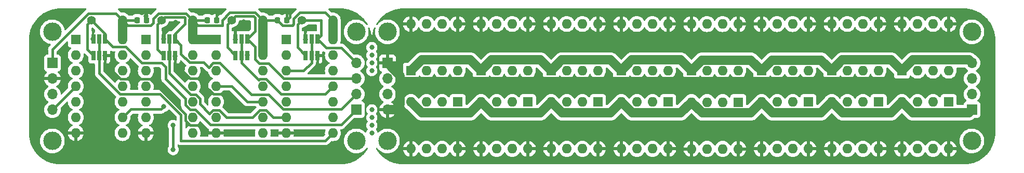
<source format=gbr>
%TF.GenerationSoftware,KiCad,Pcbnew,7.0.5*%
%TF.CreationDate,2024-09-18T03:37:09-04:00*%
%TF.ProjectId,stepper_motor_controller,73746570-7065-4725-9f6d-6f746f725f63,rev?*%
%TF.SameCoordinates,Original*%
%TF.FileFunction,Copper,L2,Bot*%
%TF.FilePolarity,Positive*%
%FSLAX46Y46*%
G04 Gerber Fmt 4.6, Leading zero omitted, Abs format (unit mm)*
G04 Created by KiCad (PCBNEW 7.0.5) date 2024-09-18 03:37:09*
%MOMM*%
%LPD*%
G01*
G04 APERTURE LIST*
G04 Aperture macros list*
%AMRoundRect*
0 Rectangle with rounded corners*
0 $1 Rounding radius*
0 $2 $3 $4 $5 $6 $7 $8 $9 X,Y pos of 4 corners*
0 Add a 4 corners polygon primitive as box body*
4,1,4,$2,$3,$4,$5,$6,$7,$8,$9,$2,$3,0*
0 Add four circle primitives for the rounded corners*
1,1,$1+$1,$2,$3*
1,1,$1+$1,$4,$5*
1,1,$1+$1,$6,$7*
1,1,$1+$1,$8,$9*
0 Add four rect primitives between the rounded corners*
20,1,$1+$1,$2,$3,$4,$5,0*
20,1,$1+$1,$4,$5,$6,$7,0*
20,1,$1+$1,$6,$7,$8,$9,0*
20,1,$1+$1,$8,$9,$2,$3,0*%
G04 Aperture macros list end*
%TA.AperFunction,ComponentPad*%
%ADD10O,1.400000X1.400000*%
%TD*%
%TA.AperFunction,ComponentPad*%
%ADD11C,1.400000*%
%TD*%
%TA.AperFunction,SMDPad,CuDef*%
%ADD12RoundRect,0.225000X-0.225000X-0.250000X0.225000X-0.250000X0.225000X0.250000X-0.225000X0.250000X0*%
%TD*%
%TA.AperFunction,SMDPad,CuDef*%
%ADD13R,0.650000X1.560000*%
%TD*%
%TA.AperFunction,ComponentPad*%
%ADD14R,1.600000X1.600000*%
%TD*%
%TA.AperFunction,ComponentPad*%
%ADD15O,1.600000X1.600000*%
%TD*%
%TA.AperFunction,ComponentPad*%
%ADD16R,1.700000X1.700000*%
%TD*%
%TA.AperFunction,ComponentPad*%
%ADD17O,1.700000X1.700000*%
%TD*%
%TA.AperFunction,ViaPad*%
%ADD18C,0.800000*%
%TD*%
%TA.AperFunction,ViaPad*%
%ADD19C,3.000000*%
%TD*%
%TA.AperFunction,Conductor*%
%ADD20C,0.400000*%
%TD*%
%TA.AperFunction,Conductor*%
%ADD21C,1.500000*%
%TD*%
G04 APERTURE END LIST*
D10*
%TO.P,R14,2*%
%TO.N,+5V*%
X41910000Y-19685000D03*
D11*
%TO.P,R14,1*%
%TO.N,/fet_stepper_D*%
X36830000Y-19685000D03*
%TD*%
%TO.P,R11,1*%
%TO.N,/fet_stepper_C*%
X48260000Y-19685000D03*
D10*
%TO.P,R11,2*%
%TO.N,+5V*%
X53340000Y-19685000D03*
%TD*%
D11*
%TO.P,R8,1*%
%TO.N,/fet_stepper_B*%
X59690000Y-19685000D03*
D10*
%TO.P,R8,2*%
%TO.N,+5V*%
X64770000Y-19685000D03*
%TD*%
D11*
%TO.P,R5,1*%
%TO.N,/fet_stepper_A*%
X71120000Y-19685000D03*
D10*
%TO.P,R5,2*%
%TO.N,+5V*%
X76200000Y-19685000D03*
%TD*%
D12*
%TO.P,C20,1*%
%TO.N,+5V*%
X67170000Y-19685000D03*
%TO.P,C20,2*%
%TO.N,GND*%
X68720000Y-19685000D03*
%TD*%
%TO.P,C19,1*%
%TO.N,+5V*%
X55740000Y-19685000D03*
%TO.P,C19,2*%
%TO.N,GND*%
X57290000Y-19685000D03*
%TD*%
%TO.P,C18,1*%
%TO.N,+5V*%
X44310000Y-19685000D03*
%TO.P,C18,2*%
%TO.N,GND*%
X45860000Y-19685000D03*
%TD*%
D13*
%TO.P,Q4,6,D*%
%TO.N,/fet_stepper_D*%
X37150000Y-25480000D03*
%TO.P,Q4,5,G*%
%TO.N,/B_not*%
X38100000Y-25480000D03*
%TO.P,Q4,4,S*%
%TO.N,GND*%
X39050000Y-25480000D03*
%TO.P,Q4,3,D*%
%TO.N,/fet_stepper_D*%
X39050000Y-22780000D03*
%TO.P,Q4,2,G*%
%TO.N,/B_not*%
X38100000Y-22780000D03*
%TO.P,Q4,1,S*%
%TO.N,GND*%
X37150000Y-22780000D03*
%TD*%
%TO.P,Q3,1,S*%
%TO.N,GND*%
X48580000Y-22780000D03*
%TO.P,Q3,2,G*%
%TO.N,/B*%
X49530000Y-22780000D03*
%TO.P,Q3,3,D*%
%TO.N,/fet_stepper_C*%
X50480000Y-22780000D03*
%TO.P,Q3,4,S*%
%TO.N,GND*%
X50480000Y-25480000D03*
%TO.P,Q3,5,G*%
%TO.N,/B*%
X49530000Y-25480000D03*
%TO.P,Q3,6,D*%
%TO.N,/fet_stepper_C*%
X48580000Y-25480000D03*
%TD*%
%TO.P,Q2,1,S*%
%TO.N,GND*%
X60325000Y-22780000D03*
%TO.P,Q2,2,G*%
%TO.N,/A_not*%
X61275000Y-22780000D03*
%TO.P,Q2,3,D*%
%TO.N,/fet_stepper_B*%
X62225000Y-22780000D03*
%TO.P,Q2,4,S*%
%TO.N,GND*%
X62225000Y-25480000D03*
%TO.P,Q2,5,G*%
%TO.N,/A_not*%
X61275000Y-25480000D03*
%TO.P,Q2,6,D*%
%TO.N,/fet_stepper_B*%
X60325000Y-25480000D03*
%TD*%
%TO.P,Q1,1,S*%
%TO.N,GND*%
X71755000Y-22780000D03*
%TO.P,Q1,2,G*%
%TO.N,/A*%
X72705000Y-22780000D03*
%TO.P,Q1,3,D*%
%TO.N,/fet_stepper_A*%
X73655000Y-22780000D03*
%TO.P,Q1,4,S*%
%TO.N,GND*%
X73655000Y-25480000D03*
%TO.P,Q1,5,G*%
%TO.N,/A*%
X72705000Y-25480000D03*
%TO.P,Q1,6,D*%
%TO.N,/fet_stepper_A*%
X71755000Y-25480000D03*
%TD*%
D14*
%TO.P,U3,1*%
%TO.N,Net-(U3-Pad1)*%
X34300000Y-22855000D03*
D15*
%TO.P,U3,2*%
%TO.N,Net-(U1A-Q)*%
X34300000Y-25395000D03*
%TO.P,U3,3*%
%TO.N,Net-(U3-Pad13)*%
X34300000Y-27935000D03*
%TO.P,U3,4*%
%TO.N,/DIRECTION*%
X34300000Y-30475000D03*
%TO.P,U3,5*%
%TO.N,Net-(U3-Pad1)*%
X34300000Y-33015000D03*
%TO.P,U3,6*%
%TO.N,Net-(U3-Pad12)*%
X34300000Y-35555000D03*
%TO.P,U3,7,GND*%
%TO.N,GND*%
X34300000Y-38095000D03*
%TO.P,U3,8*%
%TO.N,Net-(U3-Pad1)*%
X41920000Y-38095000D03*
%TO.P,U3,9*%
%TO.N,/DIRECTION*%
X41920000Y-35555000D03*
%TO.P,U3,10*%
%TO.N,Net-(U1A-Q)*%
X41920000Y-33015000D03*
%TO.P,U3,11*%
%TO.N,Net-(U1B-D)*%
X41920000Y-30475000D03*
%TO.P,U3,12*%
%TO.N,Net-(U3-Pad12)*%
X41920000Y-27935000D03*
%TO.P,U3,13*%
%TO.N,Net-(U3-Pad13)*%
X41920000Y-25395000D03*
%TO.P,U3,14,VCC*%
%TO.N,+5V*%
X41920000Y-22855000D03*
%TD*%
D14*
%TO.P,U2,1*%
%TO.N,Net-(U2-Pad1)*%
X45720000Y-22860000D03*
D15*
%TO.P,U2,2*%
%TO.N,/DIRECTION*%
X45720000Y-25400000D03*
%TO.P,U2,3*%
%TO.N,Net-(U2-Pad13)*%
X45720000Y-27940000D03*
%TO.P,U2,4*%
%TO.N,Net-(U1B-~{Q})*%
X45720000Y-30480000D03*
%TO.P,U2,5*%
%TO.N,Net-(U2-Pad1)*%
X45720000Y-33020000D03*
%TO.P,U2,6*%
%TO.N,Net-(U2-Pad12)*%
X45720000Y-35560000D03*
%TO.P,U2,7,GND*%
%TO.N,GND*%
X45720000Y-38100000D03*
%TO.P,U2,8*%
%TO.N,Net-(U2-Pad1)*%
X53340000Y-38100000D03*
%TO.P,U2,9*%
%TO.N,Net-(U1B-~{Q})*%
X53340000Y-35560000D03*
%TO.P,U2,10*%
%TO.N,/DIRECTION*%
X53340000Y-33020000D03*
%TO.P,U2,11*%
%TO.N,Net-(U1A-D)*%
X53340000Y-30480000D03*
%TO.P,U2,12*%
%TO.N,Net-(U2-Pad12)*%
X53340000Y-27940000D03*
%TO.P,U2,13*%
%TO.N,Net-(U2-Pad13)*%
X53340000Y-25400000D03*
%TO.P,U2,14,VCC*%
%TO.N,+5V*%
X53340000Y-22860000D03*
%TD*%
D14*
%TO.P,U20,1*%
%TO.N,Net-(U1A-Q)*%
X68580000Y-22860000D03*
D15*
%TO.P,U20,2*%
X68580000Y-25400000D03*
%TO.P,U20,3*%
%TO.N,/A*%
X68580000Y-27940000D03*
%TO.P,U20,4*%
%TO.N,Net-(U1B-Q)*%
X68580000Y-30480000D03*
%TO.P,U20,5*%
X68580000Y-33020000D03*
%TO.P,U20,6*%
%TO.N,/B*%
X68580000Y-35560000D03*
%TO.P,U20,7,GND*%
%TO.N,GND*%
X68580000Y-38100000D03*
%TO.P,U20,8*%
%TO.N,/B_not*%
X76200000Y-38100000D03*
%TO.P,U20,9*%
%TO.N,Net-(U1B-~{Q})*%
X76200000Y-35560000D03*
%TO.P,U20,10*%
X76200000Y-33020000D03*
%TO.P,U20,11*%
%TO.N,/A_not*%
X76200000Y-30480000D03*
%TO.P,U20,12*%
%TO.N,Net-(U1A-~{Q})*%
X76200000Y-27940000D03*
%TO.P,U20,13*%
X76200000Y-25400000D03*
%TO.P,U20,14,VCC*%
%TO.N,+5V*%
X76200000Y-22860000D03*
%TD*%
D16*
%TO.P,J3,1,Pin_1*%
%TO.N,GND*%
X85090000Y-26680000D03*
D17*
%TO.P,J3,2,Pin_2*%
%TO.N,+12V*%
X85090000Y-29220000D03*
%TO.P,J3,3,Pin_3*%
X85090000Y-31760000D03*
%TO.P,J3,4,Pin_4*%
%TO.N,GND*%
X85090000Y-34300000D03*
%TD*%
D14*
%TO.P,U7,1,GND*%
%TO.N,/stepper_C*%
X107980000Y-33040000D03*
D15*
%TO.P,U7,2,TR*%
%TO.N,+12V*%
X105440000Y-33040000D03*
%TO.P,U7,3,Q*%
X102900000Y-33040000D03*
%TO.P,U7,4,R*%
%TO.N,/stepper_D*%
X100360000Y-33040000D03*
%TO.P,U7,5,CV*%
%TO.N,GND*%
X100360000Y-40660000D03*
%TO.P,U7,6,THR*%
%TO.N,/B*%
X102900000Y-40660000D03*
%TO.P,U7,7,DIS*%
%TO.N,/B_not*%
X105440000Y-40660000D03*
%TO.P,U7,8,VCC*%
%TO.N,GND*%
X107980000Y-40660000D03*
%TD*%
D14*
%TO.P,U13,1,GND*%
%TO.N,/stepper_C*%
X142250000Y-33050000D03*
D15*
%TO.P,U13,2,TR*%
%TO.N,+12V*%
X139710000Y-33050000D03*
%TO.P,U13,3,Q*%
X137170000Y-33050000D03*
%TO.P,U13,4,R*%
%TO.N,/stepper_D*%
X134630000Y-33050000D03*
%TO.P,U13,5,CV*%
%TO.N,GND*%
X134630000Y-40670000D03*
%TO.P,U13,6,THR*%
%TO.N,/B*%
X137170000Y-40670000D03*
%TO.P,U13,7,DIS*%
%TO.N,/B_not*%
X139710000Y-40670000D03*
%TO.P,U13,8,VCC*%
%TO.N,GND*%
X142250000Y-40670000D03*
%TD*%
D14*
%TO.P,U15,1,GND*%
%TO.N,/stepper_C*%
X153690000Y-33040000D03*
D15*
%TO.P,U15,2,TR*%
%TO.N,+12V*%
X151150000Y-33040000D03*
%TO.P,U15,3,Q*%
X148610000Y-33040000D03*
%TO.P,U15,4,R*%
%TO.N,/stepper_D*%
X146070000Y-33040000D03*
%TO.P,U15,5,CV*%
%TO.N,GND*%
X146070000Y-40660000D03*
%TO.P,U15,6,THR*%
%TO.N,/B*%
X148610000Y-40660000D03*
%TO.P,U15,7,DIS*%
%TO.N,/B_not*%
X151150000Y-40660000D03*
%TO.P,U15,8,VCC*%
%TO.N,GND*%
X153690000Y-40660000D03*
%TD*%
D16*
%TO.P,J1,1,Pin_1*%
%TO.N,+5V*%
X30480000Y-26680000D03*
D17*
%TO.P,J1,2,Pin_2*%
%TO.N,GND*%
X30480000Y-29220000D03*
%TO.P,J1,3,Pin_3*%
%TO.N,/CLOCK*%
X30480000Y-31760000D03*
%TO.P,J1,4,Pin_4*%
%TO.N,/DIRECTION*%
X30480000Y-34300000D03*
%TD*%
D14*
%TO.P,U5,1,GND*%
%TO.N,/stepper_A*%
X88910000Y-27930000D03*
D15*
%TO.P,U5,2,TR*%
%TO.N,+12V*%
X91450000Y-27930000D03*
%TO.P,U5,3,Q*%
X93990000Y-27930000D03*
%TO.P,U5,4,R*%
%TO.N,/stepper_B*%
X96530000Y-27930000D03*
%TO.P,U5,5,CV*%
%TO.N,GND*%
X96530000Y-20310000D03*
%TO.P,U5,6,THR*%
%TO.N,/A*%
X93990000Y-20310000D03*
%TO.P,U5,7,DIS*%
%TO.N,/A_not*%
X91450000Y-20310000D03*
%TO.P,U5,8,VCC*%
%TO.N,GND*%
X88910000Y-20310000D03*
%TD*%
D16*
%TO.P,J2,1,Pin_1*%
%TO.N,/stepper_D*%
X180340000Y-34280000D03*
D17*
%TO.P,J2,2,Pin_2*%
%TO.N,/stepper_C*%
X180340000Y-31740000D03*
%TO.P,J2,3,Pin_3*%
%TO.N,/stepper_B*%
X180340000Y-29200000D03*
%TO.P,J2,4,Pin_4*%
%TO.N,/stepper_A*%
X180340000Y-26660000D03*
%TD*%
D14*
%TO.P,U18,1,GND*%
%TO.N,/stepper_A*%
X168920000Y-27930000D03*
D15*
%TO.P,U18,2,TR*%
%TO.N,+12V*%
X171460000Y-27930000D03*
%TO.P,U18,3,Q*%
X174000000Y-27930000D03*
%TO.P,U18,4,R*%
%TO.N,/stepper_B*%
X176540000Y-27930000D03*
%TO.P,U18,5,CV*%
%TO.N,GND*%
X176540000Y-20310000D03*
%TO.P,U18,6,THR*%
%TO.N,/A*%
X174000000Y-20310000D03*
%TO.P,U18,7,DIS*%
%TO.N,/A_not*%
X171460000Y-20310000D03*
%TO.P,U18,8,VCC*%
%TO.N,GND*%
X168920000Y-20310000D03*
%TD*%
D14*
%TO.P,U8,1,GND*%
%TO.N,/stepper_A*%
X111760000Y-27930000D03*
D15*
%TO.P,U8,2,TR*%
%TO.N,+12V*%
X114300000Y-27930000D03*
%TO.P,U8,3,Q*%
X116840000Y-27930000D03*
%TO.P,U8,4,R*%
%TO.N,/stepper_B*%
X119380000Y-27930000D03*
%TO.P,U8,5,CV*%
%TO.N,GND*%
X119380000Y-20310000D03*
%TO.P,U8,6,THR*%
%TO.N,/A*%
X116840000Y-20310000D03*
%TO.P,U8,7,DIS*%
%TO.N,/A_not*%
X114300000Y-20310000D03*
%TO.P,U8,8,VCC*%
%TO.N,GND*%
X111760000Y-20310000D03*
%TD*%
D14*
%TO.P,U11,1,GND*%
%TO.N,/stepper_C*%
X130830000Y-33040000D03*
D15*
%TO.P,U11,2,TR*%
%TO.N,+12V*%
X128290000Y-33040000D03*
%TO.P,U11,3,Q*%
X125750000Y-33040000D03*
%TO.P,U11,4,R*%
%TO.N,/stepper_D*%
X123210000Y-33040000D03*
%TO.P,U11,5,CV*%
%TO.N,GND*%
X123210000Y-40660000D03*
%TO.P,U11,6,THR*%
%TO.N,/B*%
X125750000Y-40660000D03*
%TO.P,U11,7,DIS*%
%TO.N,/B_not*%
X128290000Y-40660000D03*
%TO.P,U11,8,VCC*%
%TO.N,GND*%
X130830000Y-40660000D03*
%TD*%
D14*
%TO.P,U12,1,GND*%
%TO.N,/stepper_A*%
X134620000Y-27940000D03*
D15*
%TO.P,U12,2,TR*%
%TO.N,+12V*%
X137160000Y-27940000D03*
%TO.P,U12,3,Q*%
X139700000Y-27940000D03*
%TO.P,U12,4,R*%
%TO.N,/stepper_B*%
X142240000Y-27940000D03*
%TO.P,U12,5,CV*%
%TO.N,GND*%
X142240000Y-20320000D03*
%TO.P,U12,6,THR*%
%TO.N,/A*%
X139700000Y-20320000D03*
%TO.P,U12,7,DIS*%
%TO.N,/A_not*%
X137160000Y-20320000D03*
%TO.P,U12,8,VCC*%
%TO.N,GND*%
X134620000Y-20320000D03*
%TD*%
D14*
%TO.P,U19,1,GND*%
%TO.N,/stepper_C*%
X176550000Y-33040000D03*
D15*
%TO.P,U19,2,TR*%
%TO.N,+12V*%
X174010000Y-33040000D03*
%TO.P,U19,3,Q*%
X171470000Y-33040000D03*
%TO.P,U19,4,R*%
%TO.N,/stepper_D*%
X168930000Y-33040000D03*
%TO.P,U19,5,CV*%
%TO.N,GND*%
X168930000Y-40660000D03*
%TO.P,U19,6,THR*%
%TO.N,/B*%
X171470000Y-40660000D03*
%TO.P,U19,7,DIS*%
%TO.N,/B_not*%
X174010000Y-40660000D03*
%TO.P,U19,8,VCC*%
%TO.N,GND*%
X176550000Y-40660000D03*
%TD*%
D14*
%TO.P,U9,1,GND*%
%TO.N,/stepper_C*%
X119390000Y-33040000D03*
D15*
%TO.P,U9,2,TR*%
%TO.N,+12V*%
X116850000Y-33040000D03*
%TO.P,U9,3,Q*%
X114310000Y-33040000D03*
%TO.P,U9,4,R*%
%TO.N,/stepper_D*%
X111770000Y-33040000D03*
%TO.P,U9,5,CV*%
%TO.N,GND*%
X111770000Y-40660000D03*
%TO.P,U9,6,THR*%
%TO.N,/B*%
X114310000Y-40660000D03*
%TO.P,U9,7,DIS*%
%TO.N,/B_not*%
X116850000Y-40660000D03*
%TO.P,U9,8,VCC*%
%TO.N,GND*%
X119390000Y-40660000D03*
%TD*%
D14*
%TO.P,U4,1,GND*%
%TO.N,/stepper_C*%
X96540000Y-33040000D03*
D15*
%TO.P,U4,2,TR*%
%TO.N,+12V*%
X94000000Y-33040000D03*
%TO.P,U4,3,Q*%
X91460000Y-33040000D03*
%TO.P,U4,4,R*%
%TO.N,/stepper_D*%
X88920000Y-33040000D03*
%TO.P,U4,5,CV*%
%TO.N,GND*%
X88920000Y-40660000D03*
%TO.P,U4,6,THR*%
%TO.N,/B*%
X91460000Y-40660000D03*
%TO.P,U4,7,DIS*%
%TO.N,/B_not*%
X94000000Y-40660000D03*
%TO.P,U4,8,VCC*%
%TO.N,GND*%
X96540000Y-40660000D03*
%TD*%
D14*
%TO.P,U1,1,~{R}*%
%TO.N,+5V*%
X57160000Y-22855000D03*
D15*
%TO.P,U1,2,D*%
%TO.N,Net-(U1A-D)*%
X57160000Y-25395000D03*
%TO.P,U1,3,C*%
%TO.N,/CLOCK*%
X57160000Y-27935000D03*
%TO.P,U1,4,~{S}*%
%TO.N,+5V*%
X57160000Y-30475000D03*
%TO.P,U1,5,Q*%
%TO.N,Net-(U1A-Q)*%
X57160000Y-33015000D03*
%TO.P,U1,6,~{Q}*%
%TO.N,Net-(U1A-~{Q})*%
X57160000Y-35555000D03*
%TO.P,U1,7,GND*%
%TO.N,GND*%
X57160000Y-38095000D03*
%TO.P,U1,8,~{Q}*%
%TO.N,Net-(U1B-~{Q})*%
X64780000Y-38095000D03*
%TO.P,U1,9,Q*%
%TO.N,Net-(U1B-Q)*%
X64780000Y-35555000D03*
%TO.P,U1,10,~{S}*%
%TO.N,+5V*%
X64780000Y-33015000D03*
%TO.P,U1,11,C*%
%TO.N,/CLOCK*%
X64780000Y-30475000D03*
%TO.P,U1,12,D*%
%TO.N,Net-(U1B-D)*%
X64780000Y-27935000D03*
%TO.P,U1,13,~{R}*%
%TO.N,+5V*%
X64780000Y-25395000D03*
%TO.P,U1,14,VCC*%
X64780000Y-22855000D03*
%TD*%
D14*
%TO.P,U14,1,GND*%
%TO.N,/stepper_A*%
X146040000Y-27940000D03*
D15*
%TO.P,U14,2,TR*%
%TO.N,+12V*%
X148580000Y-27940000D03*
%TO.P,U14,3,Q*%
X151120000Y-27940000D03*
%TO.P,U14,4,R*%
%TO.N,/stepper_B*%
X153660000Y-27940000D03*
%TO.P,U14,5,CV*%
%TO.N,GND*%
X153660000Y-20320000D03*
%TO.P,U14,6,THR*%
%TO.N,/A*%
X151120000Y-20320000D03*
%TO.P,U14,7,DIS*%
%TO.N,/A_not*%
X148580000Y-20320000D03*
%TO.P,U14,8,VCC*%
%TO.N,GND*%
X146040000Y-20320000D03*
%TD*%
D14*
%TO.P,U10,1,GND*%
%TO.N,/stepper_A*%
X123180000Y-27930000D03*
D15*
%TO.P,U10,2,TR*%
%TO.N,+12V*%
X125720000Y-27930000D03*
%TO.P,U10,3,Q*%
X128260000Y-27930000D03*
%TO.P,U10,4,R*%
%TO.N,/stepper_B*%
X130800000Y-27930000D03*
%TO.P,U10,5,CV*%
%TO.N,GND*%
X130800000Y-20310000D03*
%TO.P,U10,6,THR*%
%TO.N,/A*%
X128260000Y-20310000D03*
%TO.P,U10,7,DIS*%
%TO.N,/A_not*%
X125720000Y-20310000D03*
%TO.P,U10,8,VCC*%
%TO.N,GND*%
X123180000Y-20310000D03*
%TD*%
D14*
%TO.P,U16,1,GND*%
%TO.N,/stepper_A*%
X157480000Y-27930000D03*
D15*
%TO.P,U16,2,TR*%
%TO.N,+12V*%
X160020000Y-27930000D03*
%TO.P,U16,3,Q*%
X162560000Y-27930000D03*
%TO.P,U16,4,R*%
%TO.N,/stepper_B*%
X165100000Y-27930000D03*
%TO.P,U16,5,CV*%
%TO.N,GND*%
X165100000Y-20310000D03*
%TO.P,U16,6,THR*%
%TO.N,/A*%
X162560000Y-20310000D03*
%TO.P,U16,7,DIS*%
%TO.N,/A_not*%
X160020000Y-20310000D03*
%TO.P,U16,8,VCC*%
%TO.N,GND*%
X157480000Y-20310000D03*
%TD*%
D14*
%TO.P,U17,1,GND*%
%TO.N,/stepper_C*%
X165130000Y-33030000D03*
D15*
%TO.P,U17,2,TR*%
%TO.N,+12V*%
X162590000Y-33030000D03*
%TO.P,U17,3,Q*%
X160050000Y-33030000D03*
%TO.P,U17,4,R*%
%TO.N,/stepper_D*%
X157510000Y-33030000D03*
%TO.P,U17,5,CV*%
%TO.N,GND*%
X157510000Y-40650000D03*
%TO.P,U17,6,THR*%
%TO.N,/B*%
X160050000Y-40650000D03*
%TO.P,U17,7,DIS*%
%TO.N,/B_not*%
X162590000Y-40650000D03*
%TO.P,U17,8,VCC*%
%TO.N,GND*%
X165130000Y-40650000D03*
%TD*%
D14*
%TO.P,U6,1,GND*%
%TO.N,/stepper_A*%
X100330000Y-27930000D03*
D15*
%TO.P,U6,2,TR*%
%TO.N,+12V*%
X102870000Y-27930000D03*
%TO.P,U6,3,Q*%
X105410000Y-27930000D03*
%TO.P,U6,4,R*%
%TO.N,/stepper_B*%
X107950000Y-27930000D03*
%TO.P,U6,5,CV*%
%TO.N,GND*%
X107950000Y-20310000D03*
%TO.P,U6,6,THR*%
%TO.N,/A*%
X105410000Y-20310000D03*
%TO.P,U6,7,DIS*%
%TO.N,/A_not*%
X102870000Y-20310000D03*
%TO.P,U6,8,VCC*%
%TO.N,GND*%
X100330000Y-20310000D03*
%TD*%
D16*
%TO.P,J4,1,Pin_1*%
%TO.N,/fet_stepper_D*%
X80010000Y-34280000D03*
D17*
%TO.P,J4,2,Pin_2*%
%TO.N,/fet_stepper_C*%
X80010000Y-31740000D03*
%TO.P,J4,3,Pin_3*%
%TO.N,/fet_stepper_B*%
X80010000Y-29200000D03*
%TO.P,J4,4,Pin_4*%
%TO.N,/fet_stepper_A*%
X80010000Y-26660000D03*
%TD*%
D18*
%TO.N,GND*%
X82550000Y-22860000D03*
X50552302Y-20036904D03*
%TO.N,Net-(U1B-~{Q})*%
X50165000Y-36830000D03*
X50158696Y-40793592D03*
%TO.N,/DIRECTION*%
X48646784Y-33759552D03*
%TO.N,GND*%
X69215000Y-18415000D03*
X57785000Y-18415000D03*
X45720000Y-19050000D03*
X73697903Y-25395251D03*
X71758454Y-22821753D03*
X61620901Y-19986225D03*
X62230000Y-25400000D03*
X60325000Y-22860000D03*
X61595000Y-34290000D03*
X50514401Y-25537101D03*
X48591529Y-22735676D03*
X37129326Y-22766238D03*
X39081206Y-25439196D03*
X167004250Y-29710187D03*
X155594530Y-29737680D03*
X144264566Y-29688954D03*
X132799860Y-29688954D03*
X121335154Y-29647714D03*
X109787968Y-29730194D03*
X98405742Y-29771434D03*
%TO.N,/A*%
X82550000Y-24130000D03*
D19*
%TO.N,*%
X180340000Y-39370000D03*
X180340000Y-21590000D03*
X30480000Y-21590000D03*
X30480000Y-39370000D03*
X80010000Y-39370000D03*
X85090000Y-39370000D03*
X85090000Y-21590000D03*
X80010000Y-21590000D03*
D18*
%TO.N,/A*%
X82550000Y-25400000D03*
%TO.N,/B_not*%
X82550000Y-38100000D03*
X82550000Y-36830000D03*
%TO.N,/B*%
X82550000Y-35560000D03*
X82550000Y-34290000D03*
%TO.N,GND*%
X82550000Y-33020000D03*
%TO.N,/A_not*%
X82550000Y-26670000D03*
X82550000Y-27940000D03*
%TO.N,GND*%
X82550000Y-31750000D03*
X82550000Y-30480000D03*
X82550000Y-29210000D03*
%TD*%
D20*
%TO.N,GND*%
X50552302Y-20036904D02*
X48591529Y-21997677D01*
X48591529Y-21997677D02*
X48591529Y-22735676D01*
%TO.N,/fet_stepper_C*%
X51991472Y-19185000D02*
X48760000Y-19185000D01*
X48760000Y-19185000D02*
X48260000Y-19685000D01*
X52070000Y-19263528D02*
X51991472Y-19185000D01*
X52070000Y-20315000D02*
X52070000Y-19263528D01*
X50480000Y-21905000D02*
X52070000Y-20315000D01*
X50480000Y-22780000D02*
X50480000Y-21905000D01*
%TO.N,GND*%
X45720000Y-19545000D02*
X45860000Y-19685000D01*
X45720000Y-19050000D02*
X45720000Y-19545000D01*
%TO.N,Net-(U1B-~{Q})*%
X50158696Y-36836304D02*
X50165000Y-36830000D01*
X50158696Y-40793592D02*
X50158696Y-36836304D01*
%TO.N,GND*%
X59055000Y-31750000D02*
X61595000Y-34290000D01*
X56737943Y-31750000D02*
X59055000Y-31750000D01*
X55245000Y-30257057D02*
X56737943Y-31750000D01*
X55245000Y-29210000D02*
X55245000Y-30257057D01*
X52912943Y-29210000D02*
X55245000Y-29210000D01*
X50480000Y-26777057D02*
X52912943Y-29210000D01*
X50480000Y-25480000D02*
X50480000Y-26777057D01*
%TO.N,/fet_stepper_C*%
X77530000Y-34220000D02*
X80010000Y-31740000D01*
X68082943Y-34220000D02*
X77530000Y-34220000D01*
X65677943Y-31815000D02*
X68082943Y-34220000D01*
X62930000Y-31815000D02*
X65677943Y-31815000D01*
X56675000Y-26670000D02*
X57785000Y-26670000D01*
X57785000Y-26670000D02*
X62930000Y-31815000D01*
X55175000Y-26600000D02*
X55960000Y-27385000D01*
X52842943Y-26600000D02*
X55175000Y-26600000D01*
X55960000Y-27385000D02*
X56675000Y-26670000D01*
X51435000Y-25192057D02*
X52842943Y-26600000D01*
X50480000Y-22780000D02*
X51435000Y-23735000D01*
X51435000Y-23735000D02*
X51435000Y-25192057D01*
%TO.N,/DIRECTION*%
X48186336Y-34220000D02*
X43255000Y-34220000D01*
X48646784Y-33759552D02*
X48186336Y-34220000D01*
X43255000Y-34220000D02*
X41920000Y-35555000D01*
%TO.N,/B_not*%
X74930000Y-39370000D02*
X76200000Y-38100000D01*
X51435000Y-39370000D02*
X74930000Y-39370000D01*
X51435000Y-35138528D02*
X51435000Y-39370000D01*
X41497943Y-31750000D02*
X48046472Y-31750000D01*
X48046472Y-31750000D02*
X51435000Y-35138528D01*
X38100000Y-28352057D02*
X41497943Y-31750000D01*
X38100000Y-25480000D02*
X38100000Y-28352057D01*
%TO.N,GND*%
X69215000Y-19190000D02*
X68720000Y-19685000D01*
X69215000Y-18415000D02*
X69215000Y-19190000D01*
X57290000Y-18910000D02*
X57785000Y-18415000D01*
X57290000Y-19685000D02*
X57290000Y-18910000D01*
%TO.N,/fet_stepper_A*%
X74295000Y-22140000D02*
X73655000Y-22780000D01*
X74295000Y-19685000D02*
X74295000Y-22140000D01*
X71120000Y-19685000D02*
X74295000Y-19685000D01*
%TO.N,GND*%
X60325000Y-21282126D02*
X60325000Y-22860000D01*
X61620901Y-19986225D02*
X60325000Y-21282126D01*
%TO.N,/fet_stepper_B*%
X60325000Y-19050000D02*
X59690000Y-19685000D01*
X63286472Y-19050000D02*
X60325000Y-19050000D01*
X63500000Y-19263528D02*
X63286472Y-19050000D01*
X63500000Y-21505000D02*
X63500000Y-19263528D01*
X62225000Y-22780000D02*
X63500000Y-21505000D01*
X64200000Y-26735000D02*
X65677943Y-26735000D01*
X65677943Y-26735000D02*
X68142943Y-29200000D01*
X63500000Y-26035000D02*
X64200000Y-26735000D01*
X63500000Y-24055000D02*
X63500000Y-26035000D01*
X62225000Y-22780000D02*
X63500000Y-24055000D01*
X68142943Y-29200000D02*
X80010000Y-29200000D01*
%TO.N,/B*%
X66482057Y-35560000D02*
X68580000Y-35560000D01*
X65277057Y-34355000D02*
X66482057Y-35560000D01*
X64282943Y-34355000D02*
X65277057Y-34355000D01*
X63077943Y-35560000D02*
X64282943Y-34355000D01*
X58862057Y-35560000D02*
X63077943Y-35560000D01*
X56662943Y-34355000D02*
X57657057Y-34355000D01*
X54540000Y-33377057D02*
X56090443Y-34927500D01*
X54540000Y-32522943D02*
X54540000Y-33377057D01*
X56090443Y-34927500D02*
X56662943Y-34355000D01*
X57657057Y-34355000D02*
X58862057Y-35560000D01*
X49530000Y-28367057D02*
X52982943Y-31820000D01*
X52982943Y-31820000D02*
X53837057Y-31820000D01*
X53837057Y-31820000D02*
X54540000Y-32522943D01*
X49530000Y-25480000D02*
X49530000Y-28367057D01*
%TO.N,GND*%
X56028630Y-38095000D02*
X57160000Y-38095000D01*
X52912943Y-36830000D02*
X54763630Y-36830000D01*
X52140000Y-36057057D02*
X52912943Y-36830000D01*
X52140000Y-34995000D02*
X52140000Y-36057057D01*
X46420000Y-29275000D02*
X52140000Y-34995000D01*
X41562943Y-29275000D02*
X46420000Y-29275000D01*
X54763630Y-36830000D02*
X56028630Y-38095000D01*
X39081206Y-26793263D02*
X41562943Y-29275000D01*
X39081206Y-25439196D02*
X39081206Y-26793263D01*
%TO.N,/fet_stepper_D*%
X40325000Y-24055000D02*
X39050000Y-22780000D01*
X42417057Y-24055000D02*
X40325000Y-24055000D01*
X45022057Y-26660000D02*
X42417057Y-24055000D01*
X48250000Y-26660000D02*
X45022057Y-26660000D01*
X48930000Y-27340000D02*
X48250000Y-26660000D01*
X52140000Y-33517057D02*
X52140000Y-32455000D01*
X52912943Y-34290000D02*
X52140000Y-33517057D01*
X48930000Y-29245000D02*
X48930000Y-27340000D01*
X56237057Y-36760000D02*
X53767057Y-34290000D01*
X77530000Y-36760000D02*
X56237057Y-36760000D01*
X53767057Y-34290000D02*
X52912943Y-34290000D01*
X80010000Y-34280000D02*
X77530000Y-36760000D01*
X52140000Y-32455000D02*
X48930000Y-29245000D01*
%TO.N,+5V*%
X70834365Y-18415000D02*
X74930000Y-18415000D01*
X69820000Y-19429365D02*
X70834365Y-18415000D01*
X69820000Y-20320000D02*
X69820000Y-19429365D01*
X69580000Y-20560000D02*
X69820000Y-20320000D01*
X68045000Y-20560000D02*
X69580000Y-20560000D01*
X74930000Y-18415000D02*
X76200000Y-19685000D01*
X67170000Y-19685000D02*
X68045000Y-20560000D01*
X59694415Y-30475000D02*
X62234415Y-33015000D01*
X62234415Y-33015000D02*
X64780000Y-33015000D01*
X57160000Y-30475000D02*
X59694415Y-30475000D01*
X30480000Y-24479365D02*
X30480000Y-26680000D01*
X36374365Y-18585000D02*
X30480000Y-24479365D01*
X40810000Y-18585000D02*
X36374365Y-18585000D01*
X41910000Y-19685000D02*
X40810000Y-18585000D01*
X63500000Y-18415000D02*
X64770000Y-19685000D01*
X59404365Y-18415000D02*
X63500000Y-18415000D01*
X58150000Y-19669365D02*
X59404365Y-18415000D01*
X58150000Y-20560000D02*
X58150000Y-19669365D01*
X54215000Y-20560000D02*
X58150000Y-20560000D01*
X53340000Y-19685000D02*
X54215000Y-20560000D01*
D21*
X53345000Y-22855000D02*
X53340000Y-22860000D01*
X57160000Y-22855000D02*
X53345000Y-22855000D01*
D20*
X52240000Y-18585000D02*
X53340000Y-19685000D01*
X47804365Y-18585000D02*
X52240000Y-18585000D01*
X46960000Y-19429365D02*
X47804365Y-18585000D01*
X46536472Y-20560000D02*
X46960000Y-20136472D01*
X42785000Y-20560000D02*
X46536472Y-20560000D01*
X41910000Y-19685000D02*
X42785000Y-20560000D01*
X46960000Y-20136472D02*
X46960000Y-19429365D01*
X44310000Y-19685000D02*
X41910000Y-19685000D01*
X55740000Y-19685000D02*
X53340000Y-19685000D01*
X67170000Y-19685000D02*
X64770000Y-19685000D01*
%TO.N,/A_not*%
X67752057Y-31750000D02*
X74930000Y-31750000D01*
X74930000Y-31750000D02*
X76200000Y-30480000D01*
X65277057Y-29275000D02*
X67752057Y-31750000D01*
X64282943Y-29275000D02*
X65277057Y-29275000D01*
X64086472Y-29471472D02*
X64282943Y-29275000D01*
X61275000Y-26660000D02*
X64086472Y-29471472D01*
X61275000Y-25480000D02*
X61275000Y-26660000D01*
%TO.N,/fet_stepper_A*%
X77550000Y-24200000D02*
X80010000Y-26660000D01*
X75075000Y-24200000D02*
X77550000Y-24200000D01*
X73655000Y-22780000D02*
X75075000Y-24200000D01*
%TO.N,/fet_stepper_D*%
X36130000Y-24460000D02*
X37150000Y-25480000D01*
X36130000Y-20385000D02*
X36130000Y-24460000D01*
X36830000Y-19685000D02*
X36130000Y-20385000D01*
X39050000Y-21905000D02*
X39050000Y-22780000D01*
X36830000Y-19685000D02*
X39050000Y-21905000D01*
%TO.N,/fet_stepper_C*%
X47560000Y-24460000D02*
X48580000Y-25480000D01*
X47560000Y-20385000D02*
X47560000Y-24460000D01*
X48260000Y-19685000D02*
X47560000Y-20385000D01*
%TO.N,/fet_stepper_B*%
X58990000Y-20385000D02*
X58990000Y-24145000D01*
X59690000Y-19685000D02*
X58990000Y-20385000D01*
X58990000Y-24145000D02*
X60325000Y-25480000D01*
%TO.N,/fet_stepper_A*%
X70420000Y-20385000D02*
X71120000Y-19685000D01*
X70420000Y-24145000D02*
X70420000Y-20385000D01*
X71755000Y-25480000D02*
X70420000Y-24145000D01*
%TO.N,/A*%
X71425000Y-27940000D02*
X68580000Y-27940000D01*
X72705000Y-26660000D02*
X71425000Y-27940000D01*
X72705000Y-25480000D02*
X72705000Y-26660000D01*
X72705000Y-22780000D02*
X72705000Y-25480000D01*
%TO.N,/A_not*%
X61275000Y-22780000D02*
X61275000Y-25480000D01*
%TO.N,/B*%
X49530000Y-22780000D02*
X49530000Y-25480000D01*
%TO.N,/B_not*%
X38100000Y-22780000D02*
X38100000Y-25480000D01*
D21*
%TO.N,+5V*%
X64780000Y-22855000D02*
X64780000Y-25395000D01*
X76200000Y-19685000D02*
X76200000Y-22860000D01*
X64770000Y-22845000D02*
X64780000Y-22855000D01*
X64770000Y-19685000D02*
X64770000Y-22845000D01*
X53340000Y-19685000D02*
X53340000Y-22860000D01*
X41920000Y-19695000D02*
X41910000Y-19685000D01*
X41920000Y-22855000D02*
X41920000Y-19695000D01*
%TO.N,GND*%
X87160000Y-29740374D02*
X87190187Y-29710187D01*
X87160000Y-33432081D02*
X87160000Y-29740374D01*
X86292081Y-34300000D02*
X87160000Y-33432081D01*
X85090000Y-34300000D02*
X86292081Y-34300000D01*
X85100000Y-26680000D02*
X85090000Y-26680000D01*
X87160000Y-28740000D02*
X85100000Y-26680000D01*
X87160000Y-29680000D02*
X87160000Y-28740000D01*
X87190187Y-29710187D02*
X87160000Y-29680000D01*
X167004250Y-29710187D02*
X87190187Y-29710187D01*
D20*
%TO.N,/DIRECTION*%
X34300000Y-30480000D02*
X34300000Y-30475000D01*
X30480000Y-34300000D02*
X34300000Y-30480000D01*
D21*
%TO.N,/stepper_A*%
X179860000Y-26180000D02*
X180340000Y-26660000D01*
X170670000Y-26180000D02*
X179860000Y-26180000D01*
X168920000Y-27930000D02*
X170670000Y-26180000D01*
%TO.N,/stepper_D*%
X179830000Y-34790000D02*
X180340000Y-34280000D01*
X170680000Y-34790000D02*
X179830000Y-34790000D01*
X168930000Y-33040000D02*
X170680000Y-34790000D01*
%TO.N,/stepper_A*%
X90660000Y-26180000D02*
X88910000Y-27930000D01*
X98580000Y-26180000D02*
X90660000Y-26180000D01*
X100330000Y-27930000D02*
X98580000Y-26180000D01*
X102080000Y-26180000D02*
X100330000Y-27930000D01*
X111760000Y-27930000D02*
X110010000Y-26180000D01*
X110010000Y-26180000D02*
X102080000Y-26180000D01*
X113510000Y-26180000D02*
X111760000Y-27930000D01*
X121430000Y-26180000D02*
X113510000Y-26180000D01*
X123180000Y-27930000D02*
X121430000Y-26180000D01*
X134620000Y-27940000D02*
X132860000Y-26180000D01*
X132860000Y-26180000D02*
X124930000Y-26180000D01*
X124930000Y-26180000D02*
X123180000Y-27930000D01*
X136370000Y-26190000D02*
X134620000Y-27940000D01*
X144290000Y-26190000D02*
X136370000Y-26190000D01*
X146040000Y-27940000D02*
X144290000Y-26190000D01*
X147790000Y-26190000D02*
X146040000Y-27940000D01*
X155740000Y-26190000D02*
X147790000Y-26190000D01*
X157480000Y-27930000D02*
X155740000Y-26190000D01*
X159230000Y-26180000D02*
X157480000Y-27930000D01*
X168920000Y-27930000D02*
X167170000Y-26180000D01*
X167170000Y-26180000D02*
X159230000Y-26180000D01*
%TO.N,/stepper_D*%
X167190000Y-34780000D02*
X168930000Y-33040000D01*
X159260000Y-34780000D02*
X167190000Y-34780000D01*
X157510000Y-33030000D02*
X159260000Y-34780000D01*
X155750000Y-34790000D02*
X157510000Y-33030000D01*
X146070000Y-33040000D02*
X147820000Y-34790000D01*
X147820000Y-34790000D02*
X155750000Y-34790000D01*
X144310000Y-34800000D02*
X146070000Y-33040000D01*
X134630000Y-33050000D02*
X136380000Y-34800000D01*
X136380000Y-34800000D02*
X144310000Y-34800000D01*
X132890000Y-34790000D02*
X134630000Y-33050000D01*
X124960000Y-34790000D02*
X132890000Y-34790000D01*
X123210000Y-33040000D02*
X124960000Y-34790000D01*
X121460000Y-34790000D02*
X123210000Y-33040000D01*
X113520000Y-34790000D02*
X121460000Y-34790000D01*
X111770000Y-33040000D02*
X113520000Y-34790000D01*
X110020000Y-34790000D02*
X111770000Y-33040000D01*
X102110000Y-34790000D02*
X110020000Y-34790000D01*
X100360000Y-33040000D02*
X102110000Y-34790000D01*
X98610000Y-34790000D02*
X100360000Y-33040000D01*
X90670000Y-34790000D02*
X98610000Y-34790000D01*
X88920000Y-33040000D02*
X90670000Y-34790000D01*
%TD*%
%TA.AperFunction,Conductor*%
%TO.N,GND*%
G36*
X179071279Y-17780552D02*
G01*
X179287547Y-17789497D01*
X179492732Y-17798456D01*
X179497654Y-17798870D01*
X179715758Y-17826057D01*
X179920849Y-17853058D01*
X179925420Y-17853837D01*
X180140328Y-17898898D01*
X180342714Y-17943766D01*
X180346969Y-17944869D01*
X180557452Y-18007533D01*
X180755378Y-18069939D01*
X180759180Y-18071277D01*
X180963348Y-18150944D01*
X180964453Y-18151388D01*
X181100777Y-18207856D01*
X181155763Y-18230632D01*
X181159246Y-18232202D01*
X181356123Y-18328450D01*
X181357341Y-18329064D01*
X181487930Y-18397045D01*
X181541061Y-18424704D01*
X181544170Y-18426437D01*
X181732329Y-18538555D01*
X181733839Y-18539485D01*
X181908522Y-18650771D01*
X181911212Y-18652586D01*
X182089439Y-18779838D01*
X182091155Y-18781109D01*
X182255405Y-18907142D01*
X182257733Y-18909019D01*
X182424843Y-19050554D01*
X182426648Y-19052143D01*
X182579339Y-19192059D01*
X182581255Y-19193893D01*
X182736104Y-19348742D01*
X182737942Y-19350662D01*
X182857245Y-19480858D01*
X182877844Y-19503338D01*
X182879444Y-19505155D01*
X183020979Y-19672265D01*
X183022856Y-19674593D01*
X183148889Y-19838843D01*
X183150160Y-19840559D01*
X183277412Y-20018786D01*
X183279239Y-20021494D01*
X183390490Y-20196123D01*
X183391443Y-20197669D01*
X183503561Y-20385828D01*
X183505294Y-20388937D01*
X183555913Y-20486173D01*
X183594345Y-20560000D01*
X183600896Y-20572583D01*
X183601582Y-20573942D01*
X183637611Y-20647641D01*
X183697786Y-20770731D01*
X183699366Y-20774235D01*
X183778596Y-20965512D01*
X183779074Y-20966701D01*
X183801803Y-21024949D01*
X183858708Y-21170785D01*
X183860072Y-21174657D01*
X183922463Y-21372540D01*
X183985124Y-21583013D01*
X183986232Y-21587286D01*
X184031103Y-21789682D01*
X184076157Y-22004559D01*
X184076947Y-22009192D01*
X184103943Y-22214252D01*
X184131126Y-22432322D01*
X184131543Y-22437288D01*
X184140518Y-22642843D01*
X184149447Y-22858718D01*
X184149500Y-22861280D01*
X184149500Y-38098719D01*
X184149447Y-38101281D01*
X184140518Y-38317156D01*
X184131543Y-38522710D01*
X184131126Y-38527676D01*
X184103943Y-38745746D01*
X184076947Y-38950806D01*
X184076157Y-38955439D01*
X184031099Y-39170334D01*
X183986235Y-39372703D01*
X183985127Y-39376977D01*
X183922463Y-39587458D01*
X183860072Y-39785341D01*
X183858700Y-39789237D01*
X183779074Y-39993297D01*
X183778596Y-39994486D01*
X183699366Y-40185763D01*
X183697786Y-40189267D01*
X183601602Y-40386016D01*
X183600896Y-40387415D01*
X183505294Y-40571061D01*
X183503561Y-40574170D01*
X183391443Y-40762329D01*
X183390472Y-40763905D01*
X183279244Y-40938497D01*
X183277412Y-40941212D01*
X183150160Y-41119439D01*
X183148889Y-41121155D01*
X183022856Y-41285405D01*
X183020979Y-41287733D01*
X182879444Y-41454843D01*
X182877844Y-41456660D01*
X182737952Y-41609325D01*
X182736082Y-41611279D01*
X182581279Y-41766082D01*
X182579325Y-41767952D01*
X182426660Y-41907844D01*
X182424843Y-41909444D01*
X182257733Y-42050979D01*
X182255405Y-42052856D01*
X182091155Y-42178889D01*
X182089439Y-42180160D01*
X181911212Y-42307412D01*
X181908497Y-42309244D01*
X181733905Y-42420472D01*
X181732329Y-42421443D01*
X181544170Y-42533561D01*
X181541061Y-42535294D01*
X181357415Y-42630896D01*
X181356016Y-42631602D01*
X181159267Y-42727786D01*
X181155763Y-42729366D01*
X180964486Y-42808596D01*
X180963297Y-42809074D01*
X180759237Y-42888700D01*
X180755341Y-42890072D01*
X180557458Y-42952463D01*
X180346985Y-43015124D01*
X180342712Y-43016232D01*
X180140316Y-43061103D01*
X179925439Y-43106157D01*
X179920806Y-43106947D01*
X179715746Y-43133943D01*
X179497676Y-43161126D01*
X179492710Y-43161543D01*
X179287266Y-43170513D01*
X179077125Y-43179205D01*
X179071280Y-43179447D01*
X179068720Y-43179500D01*
X87631280Y-43179500D01*
X87628719Y-43179447D01*
X87622264Y-43179180D01*
X87412732Y-43170513D01*
X87207288Y-43161543D01*
X87202322Y-43161126D01*
X86984252Y-43133943D01*
X86779192Y-43106947D01*
X86774559Y-43106157D01*
X86559682Y-43061103D01*
X86357286Y-43016232D01*
X86353013Y-43015124D01*
X86142540Y-42952463D01*
X85944657Y-42890072D01*
X85940785Y-42888708D01*
X85808255Y-42836995D01*
X85736701Y-42809074D01*
X85735512Y-42808596D01*
X85544235Y-42729366D01*
X85540731Y-42727786D01*
X85486184Y-42701119D01*
X85343942Y-42631582D01*
X85342583Y-42630896D01*
X85158937Y-42535294D01*
X85155828Y-42533561D01*
X84967669Y-42421443D01*
X84966123Y-42420490D01*
X84791494Y-42309239D01*
X84788786Y-42307412D01*
X84610559Y-42180160D01*
X84608843Y-42178889D01*
X84444593Y-42052856D01*
X84442265Y-42050979D01*
X84275155Y-41909444D01*
X84273338Y-41907844D01*
X84120662Y-41767942D01*
X84118742Y-41766104D01*
X83963893Y-41611255D01*
X83962059Y-41609339D01*
X83822143Y-41456648D01*
X83820554Y-41454843D01*
X83820000Y-41454188D01*
X83820000Y-40918224D01*
X84005682Y-41057224D01*
X84005690Y-41057229D01*
X84256833Y-41194364D01*
X84256832Y-41194364D01*
X84256836Y-41194365D01*
X84256839Y-41194367D01*
X84524954Y-41294369D01*
X84524960Y-41294370D01*
X84524962Y-41294371D01*
X84804566Y-41355195D01*
X84804568Y-41355195D01*
X84804572Y-41355196D01*
X85058220Y-41373337D01*
X85089999Y-41375610D01*
X85090000Y-41375610D01*
X85090001Y-41375610D01*
X85118595Y-41373564D01*
X85375428Y-41355196D01*
X85524682Y-41322728D01*
X85655037Y-41294371D01*
X85655037Y-41294370D01*
X85655046Y-41294369D01*
X85923161Y-41194367D01*
X86174315Y-41057226D01*
X86403395Y-40885739D01*
X86605739Y-40683395D01*
X86777226Y-40454315D01*
X86801424Y-40409999D01*
X87641127Y-40409999D01*
X87641128Y-40410000D01*
X88604314Y-40410000D01*
X88592359Y-40421955D01*
X88534835Y-40534852D01*
X88515014Y-40660000D01*
X88534835Y-40785148D01*
X88592359Y-40898045D01*
X88604314Y-40910000D01*
X87641128Y-40910000D01*
X87693730Y-41106317D01*
X87693734Y-41106326D01*
X87789865Y-41312482D01*
X87920342Y-41498820D01*
X88081179Y-41659657D01*
X88267517Y-41790134D01*
X88473673Y-41886265D01*
X88473682Y-41886269D01*
X88669999Y-41938872D01*
X88670000Y-41938871D01*
X88670000Y-40975686D01*
X88681955Y-40987641D01*
X88794852Y-41045165D01*
X88888519Y-41060000D01*
X88951481Y-41060000D01*
X89045148Y-41045165D01*
X89158045Y-40987641D01*
X89170000Y-40975686D01*
X89170000Y-41938872D01*
X89366317Y-41886269D01*
X89366326Y-41886265D01*
X89572482Y-41790134D01*
X89758820Y-41659657D01*
X89919657Y-41498820D01*
X90050132Y-41312484D01*
X90077341Y-41254134D01*
X90123513Y-41201695D01*
X90190707Y-41182542D01*
X90257588Y-41202757D01*
X90302105Y-41254132D01*
X90307045Y-41264725D01*
X90329431Y-41312732D01*
X90329432Y-41312734D01*
X90459954Y-41499141D01*
X90620858Y-41660045D01*
X90620861Y-41660047D01*
X90807266Y-41790568D01*
X91013504Y-41886739D01*
X91013509Y-41886740D01*
X91013511Y-41886741D01*
X91050821Y-41896738D01*
X91233308Y-41945635D01*
X91395230Y-41959801D01*
X91459998Y-41965468D01*
X91460000Y-41965468D01*
X91460002Y-41965468D01*
X91516673Y-41960509D01*
X91686692Y-41945635D01*
X91906496Y-41886739D01*
X92112734Y-41790568D01*
X92299139Y-41660047D01*
X92460047Y-41499139D01*
X92590568Y-41312734D01*
X92617618Y-41254724D01*
X92663790Y-41202285D01*
X92730983Y-41183133D01*
X92797865Y-41203348D01*
X92842382Y-41254725D01*
X92869429Y-41312728D01*
X92869432Y-41312734D01*
X92999954Y-41499141D01*
X93160858Y-41660045D01*
X93160861Y-41660047D01*
X93347266Y-41790568D01*
X93553504Y-41886739D01*
X93553509Y-41886740D01*
X93553511Y-41886741D01*
X93590821Y-41896738D01*
X93773308Y-41945635D01*
X93935230Y-41959801D01*
X93999998Y-41965468D01*
X94000000Y-41965468D01*
X94000002Y-41965468D01*
X94056673Y-41960509D01*
X94226692Y-41945635D01*
X94446496Y-41886739D01*
X94652734Y-41790568D01*
X94839139Y-41660047D01*
X95000047Y-41499139D01*
X95130568Y-41312734D01*
X95157895Y-41254129D01*
X95204064Y-41201695D01*
X95271257Y-41182542D01*
X95338139Y-41202757D01*
X95382657Y-41254133D01*
X95409865Y-41312482D01*
X95540342Y-41498820D01*
X95701179Y-41659657D01*
X95887517Y-41790134D01*
X96093673Y-41886265D01*
X96093682Y-41886269D01*
X96289999Y-41938872D01*
X96290000Y-41938871D01*
X96290000Y-40975685D01*
X96301955Y-40987641D01*
X96414852Y-41045165D01*
X96508519Y-41060000D01*
X96571481Y-41060000D01*
X96665148Y-41045165D01*
X96778045Y-40987641D01*
X96790000Y-40975686D01*
X96790000Y-41938872D01*
X96986317Y-41886269D01*
X96986326Y-41886265D01*
X97192482Y-41790134D01*
X97378820Y-41659657D01*
X97539657Y-41498820D01*
X97670134Y-41312482D01*
X97766265Y-41106326D01*
X97766269Y-41106317D01*
X97818872Y-40910000D01*
X96855686Y-40910000D01*
X96867641Y-40898045D01*
X96925165Y-40785148D01*
X96944986Y-40660000D01*
X96925165Y-40534852D01*
X96867641Y-40421955D01*
X96855686Y-40410000D01*
X97818872Y-40410000D01*
X97818872Y-40409999D01*
X99081127Y-40409999D01*
X99081128Y-40410000D01*
X100044314Y-40410000D01*
X100032359Y-40421955D01*
X99974835Y-40534852D01*
X99955014Y-40660000D01*
X99974835Y-40785148D01*
X100032359Y-40898045D01*
X100044314Y-40910000D01*
X99081128Y-40910000D01*
X99133730Y-41106317D01*
X99133734Y-41106326D01*
X99229865Y-41312482D01*
X99360342Y-41498820D01*
X99521179Y-41659657D01*
X99707517Y-41790134D01*
X99913673Y-41886265D01*
X99913682Y-41886269D01*
X100109999Y-41938872D01*
X100110000Y-41938871D01*
X100110000Y-40975686D01*
X100121955Y-40987641D01*
X100234852Y-41045165D01*
X100328519Y-41060000D01*
X100391481Y-41060000D01*
X100485148Y-41045165D01*
X100598045Y-40987641D01*
X100610000Y-40975686D01*
X100610000Y-41938872D01*
X100806317Y-41886269D01*
X100806326Y-41886265D01*
X101012482Y-41790134D01*
X101198820Y-41659657D01*
X101359657Y-41498820D01*
X101490132Y-41312484D01*
X101517341Y-41254134D01*
X101563513Y-41201695D01*
X101630707Y-41182542D01*
X101697588Y-41202757D01*
X101742105Y-41254132D01*
X101747045Y-41264725D01*
X101769431Y-41312732D01*
X101769432Y-41312734D01*
X101899954Y-41499141D01*
X102060858Y-41660045D01*
X102060861Y-41660047D01*
X102247266Y-41790568D01*
X102453504Y-41886739D01*
X102453509Y-41886740D01*
X102453511Y-41886741D01*
X102490821Y-41896738D01*
X102673308Y-41945635D01*
X102835230Y-41959801D01*
X102899998Y-41965468D01*
X102900000Y-41965468D01*
X102900002Y-41965468D01*
X102956673Y-41960509D01*
X103126692Y-41945635D01*
X103346496Y-41886739D01*
X103552734Y-41790568D01*
X103739139Y-41660047D01*
X103900047Y-41499139D01*
X104030568Y-41312734D01*
X104057618Y-41254724D01*
X104103790Y-41202285D01*
X104170983Y-41183133D01*
X104237865Y-41203348D01*
X104282382Y-41254725D01*
X104309429Y-41312728D01*
X104309432Y-41312734D01*
X104439954Y-41499141D01*
X104600858Y-41660045D01*
X104600861Y-41660047D01*
X104787266Y-41790568D01*
X104993504Y-41886739D01*
X104993509Y-41886740D01*
X104993511Y-41886741D01*
X105030821Y-41896738D01*
X105213308Y-41945635D01*
X105375230Y-41959801D01*
X105439998Y-41965468D01*
X105440000Y-41965468D01*
X105440002Y-41965468D01*
X105496673Y-41960509D01*
X105666692Y-41945635D01*
X105886496Y-41886739D01*
X106092734Y-41790568D01*
X106279139Y-41660047D01*
X106440047Y-41499139D01*
X106570568Y-41312734D01*
X106597895Y-41254129D01*
X106644064Y-41201695D01*
X106711257Y-41182542D01*
X106778139Y-41202757D01*
X106822657Y-41254133D01*
X106849865Y-41312482D01*
X106980342Y-41498820D01*
X107141179Y-41659657D01*
X107327517Y-41790134D01*
X107533673Y-41886265D01*
X107533682Y-41886269D01*
X107729999Y-41938872D01*
X107730000Y-41938871D01*
X107730000Y-40975685D01*
X107741955Y-40987641D01*
X107854852Y-41045165D01*
X107948519Y-41060000D01*
X108011481Y-41060000D01*
X108105148Y-41045165D01*
X108218045Y-40987641D01*
X108230000Y-40975686D01*
X108230000Y-41938872D01*
X108426317Y-41886269D01*
X108426326Y-41886265D01*
X108632482Y-41790134D01*
X108818820Y-41659657D01*
X108979657Y-41498820D01*
X109110134Y-41312482D01*
X109206265Y-41106326D01*
X109206269Y-41106317D01*
X109258872Y-40910000D01*
X108295686Y-40910000D01*
X108307641Y-40898045D01*
X108365165Y-40785148D01*
X108384986Y-40660000D01*
X108365165Y-40534852D01*
X108307641Y-40421955D01*
X108295686Y-40410000D01*
X109258872Y-40410000D01*
X109258872Y-40409999D01*
X110491127Y-40409999D01*
X110491128Y-40410000D01*
X111454314Y-40410000D01*
X111442359Y-40421955D01*
X111384835Y-40534852D01*
X111365014Y-40660000D01*
X111384835Y-40785148D01*
X111442359Y-40898045D01*
X111454314Y-40910000D01*
X110491128Y-40910000D01*
X110543730Y-41106317D01*
X110543734Y-41106326D01*
X110639865Y-41312482D01*
X110770342Y-41498820D01*
X110931179Y-41659657D01*
X111117517Y-41790134D01*
X111323673Y-41886265D01*
X111323682Y-41886269D01*
X111519999Y-41938872D01*
X111520000Y-41938871D01*
X111519999Y-40975685D01*
X111531955Y-40987641D01*
X111644852Y-41045165D01*
X111738519Y-41060000D01*
X111801481Y-41060000D01*
X111895148Y-41045165D01*
X112008045Y-40987641D01*
X112020000Y-40975686D01*
X112020000Y-41938872D01*
X112216317Y-41886269D01*
X112216326Y-41886265D01*
X112422482Y-41790134D01*
X112608820Y-41659657D01*
X112769657Y-41498820D01*
X112900132Y-41312484D01*
X112927341Y-41254134D01*
X112973513Y-41201695D01*
X113040707Y-41182542D01*
X113107588Y-41202757D01*
X113152105Y-41254132D01*
X113157045Y-41264725D01*
X113179431Y-41312732D01*
X113179432Y-41312734D01*
X113309954Y-41499141D01*
X113470858Y-41660045D01*
X113470861Y-41660047D01*
X113657266Y-41790568D01*
X113863504Y-41886739D01*
X113863509Y-41886740D01*
X113863511Y-41886741D01*
X113900821Y-41896738D01*
X114083308Y-41945635D01*
X114245230Y-41959801D01*
X114309998Y-41965468D01*
X114310000Y-41965468D01*
X114310002Y-41965468D01*
X114366672Y-41960509D01*
X114536692Y-41945635D01*
X114756496Y-41886739D01*
X114962734Y-41790568D01*
X115149139Y-41660047D01*
X115310047Y-41499139D01*
X115440568Y-41312734D01*
X115467618Y-41254724D01*
X115513790Y-41202285D01*
X115580983Y-41183133D01*
X115647865Y-41203348D01*
X115692382Y-41254725D01*
X115719429Y-41312728D01*
X115719432Y-41312734D01*
X115849954Y-41499141D01*
X116010858Y-41660045D01*
X116010861Y-41660047D01*
X116197266Y-41790568D01*
X116403504Y-41886739D01*
X116403509Y-41886740D01*
X116403511Y-41886741D01*
X116440821Y-41896738D01*
X116623308Y-41945635D01*
X116785230Y-41959801D01*
X116849998Y-41965468D01*
X116850000Y-41965468D01*
X116850002Y-41965468D01*
X116906672Y-41960509D01*
X117076692Y-41945635D01*
X117296496Y-41886739D01*
X117502734Y-41790568D01*
X117689139Y-41660047D01*
X117850047Y-41499139D01*
X117980568Y-41312734D01*
X118007895Y-41254129D01*
X118054064Y-41201695D01*
X118121257Y-41182542D01*
X118188139Y-41202757D01*
X118232657Y-41254133D01*
X118259865Y-41312482D01*
X118390342Y-41498820D01*
X118551179Y-41659657D01*
X118737517Y-41790134D01*
X118943673Y-41886265D01*
X118943682Y-41886269D01*
X119139999Y-41938872D01*
X119140000Y-41938871D01*
X119139999Y-40975685D01*
X119151955Y-40987641D01*
X119264852Y-41045165D01*
X119358519Y-41060000D01*
X119421481Y-41060000D01*
X119515148Y-41045165D01*
X119628045Y-40987641D01*
X119640000Y-40975686D01*
X119640000Y-41938872D01*
X119836317Y-41886269D01*
X119836326Y-41886265D01*
X120042482Y-41790134D01*
X120228820Y-41659657D01*
X120389657Y-41498820D01*
X120520134Y-41312482D01*
X120616265Y-41106326D01*
X120616269Y-41106317D01*
X120668872Y-40910000D01*
X119705686Y-40910000D01*
X119717641Y-40898045D01*
X119775165Y-40785148D01*
X119794986Y-40660000D01*
X119775165Y-40534852D01*
X119717641Y-40421955D01*
X119705686Y-40410000D01*
X120668872Y-40410000D01*
X120668872Y-40409999D01*
X121931127Y-40409999D01*
X121931128Y-40410000D01*
X122894314Y-40410000D01*
X122882359Y-40421955D01*
X122824835Y-40534852D01*
X122805014Y-40660000D01*
X122824835Y-40785148D01*
X122882359Y-40898045D01*
X122894314Y-40910000D01*
X121931128Y-40910000D01*
X121983730Y-41106317D01*
X121983734Y-41106326D01*
X122079865Y-41312482D01*
X122210342Y-41498820D01*
X122371179Y-41659657D01*
X122557517Y-41790134D01*
X122763673Y-41886265D01*
X122763682Y-41886269D01*
X122959999Y-41938872D01*
X122960000Y-41938871D01*
X122960000Y-40975686D01*
X122971955Y-40987641D01*
X123084852Y-41045165D01*
X123178519Y-41060000D01*
X123241481Y-41060000D01*
X123335148Y-41045165D01*
X123448045Y-40987641D01*
X123460000Y-40975686D01*
X123460000Y-41938872D01*
X123656317Y-41886269D01*
X123656326Y-41886265D01*
X123862482Y-41790134D01*
X124048820Y-41659657D01*
X124209657Y-41498820D01*
X124340132Y-41312484D01*
X124367341Y-41254134D01*
X124413513Y-41201695D01*
X124480707Y-41182542D01*
X124547588Y-41202757D01*
X124592105Y-41254132D01*
X124597045Y-41264725D01*
X124619431Y-41312732D01*
X124619432Y-41312734D01*
X124749954Y-41499141D01*
X124910858Y-41660045D01*
X124910861Y-41660047D01*
X125097266Y-41790568D01*
X125303504Y-41886739D01*
X125303509Y-41886740D01*
X125303511Y-41886741D01*
X125340821Y-41896738D01*
X125523308Y-41945635D01*
X125685230Y-41959801D01*
X125749998Y-41965468D01*
X125750000Y-41965468D01*
X125750002Y-41965468D01*
X125806672Y-41960509D01*
X125976692Y-41945635D01*
X126196496Y-41886739D01*
X126402734Y-41790568D01*
X126589139Y-41660047D01*
X126750047Y-41499139D01*
X126880568Y-41312734D01*
X126907618Y-41254724D01*
X126953790Y-41202285D01*
X127020983Y-41183133D01*
X127087865Y-41203348D01*
X127132382Y-41254725D01*
X127159429Y-41312728D01*
X127159432Y-41312734D01*
X127289954Y-41499141D01*
X127450858Y-41660045D01*
X127450861Y-41660047D01*
X127637266Y-41790568D01*
X127843504Y-41886739D01*
X127843509Y-41886740D01*
X127843511Y-41886741D01*
X127880821Y-41896738D01*
X128063308Y-41945635D01*
X128225230Y-41959801D01*
X128289998Y-41965468D01*
X128290000Y-41965468D01*
X128290002Y-41965468D01*
X128346673Y-41960509D01*
X128516692Y-41945635D01*
X128736496Y-41886739D01*
X128942734Y-41790568D01*
X129129139Y-41660047D01*
X129290047Y-41499139D01*
X129420568Y-41312734D01*
X129447895Y-41254129D01*
X129494064Y-41201695D01*
X129561257Y-41182542D01*
X129628139Y-41202757D01*
X129672657Y-41254133D01*
X129699865Y-41312482D01*
X129830342Y-41498820D01*
X129991179Y-41659657D01*
X130177517Y-41790134D01*
X130383673Y-41886265D01*
X130383682Y-41886269D01*
X130579999Y-41938872D01*
X130580000Y-41938871D01*
X130579999Y-40975685D01*
X130591955Y-40987641D01*
X130704852Y-41045165D01*
X130798519Y-41060000D01*
X130861481Y-41060000D01*
X130955148Y-41045165D01*
X131068045Y-40987641D01*
X131080000Y-40975686D01*
X131080000Y-41938872D01*
X131276317Y-41886269D01*
X131276326Y-41886265D01*
X131482482Y-41790134D01*
X131668820Y-41659657D01*
X131829657Y-41498820D01*
X131960134Y-41312482D01*
X132056265Y-41106326D01*
X132056269Y-41106317D01*
X132108872Y-40910000D01*
X131145686Y-40910000D01*
X131157641Y-40898045D01*
X131215165Y-40785148D01*
X131234986Y-40660000D01*
X131215165Y-40534852D01*
X131157641Y-40421955D01*
X131155685Y-40419999D01*
X133351127Y-40419999D01*
X133351128Y-40420000D01*
X134314314Y-40420000D01*
X134302359Y-40431955D01*
X134244835Y-40544852D01*
X134225014Y-40670000D01*
X134244835Y-40795148D01*
X134302359Y-40908045D01*
X134314314Y-40920000D01*
X133351128Y-40920000D01*
X133403730Y-41116317D01*
X133403734Y-41116326D01*
X133499865Y-41322482D01*
X133630342Y-41508820D01*
X133791179Y-41669657D01*
X133977517Y-41800134D01*
X134183673Y-41896265D01*
X134183682Y-41896269D01*
X134379999Y-41948872D01*
X134380000Y-41948871D01*
X134380000Y-40985685D01*
X134391955Y-40997641D01*
X134504852Y-41055165D01*
X134598519Y-41070000D01*
X134661481Y-41070000D01*
X134755148Y-41055165D01*
X134868045Y-40997641D01*
X134880000Y-40985685D01*
X134880000Y-41948872D01*
X135076317Y-41896269D01*
X135076326Y-41896265D01*
X135282482Y-41800134D01*
X135468820Y-41669657D01*
X135629657Y-41508820D01*
X135760132Y-41322484D01*
X135787341Y-41264134D01*
X135833513Y-41211695D01*
X135900707Y-41192542D01*
X135967588Y-41212757D01*
X136012106Y-41264133D01*
X136039431Y-41322732D01*
X136039432Y-41322734D01*
X136169954Y-41509141D01*
X136330858Y-41670045D01*
X136330861Y-41670047D01*
X136517266Y-41800568D01*
X136723504Y-41896739D01*
X136943308Y-41955635D01*
X137105230Y-41969801D01*
X137169998Y-41975468D01*
X137170000Y-41975468D01*
X137170002Y-41975468D01*
X137226673Y-41970509D01*
X137396692Y-41955635D01*
X137616496Y-41896739D01*
X137822734Y-41800568D01*
X138009139Y-41670047D01*
X138170047Y-41509139D01*
X138300568Y-41322734D01*
X138327618Y-41264724D01*
X138373790Y-41212285D01*
X138440983Y-41193133D01*
X138507865Y-41213348D01*
X138552382Y-41264725D01*
X138579429Y-41322728D01*
X138579432Y-41322734D01*
X138709954Y-41509141D01*
X138870858Y-41670045D01*
X138870861Y-41670047D01*
X139057266Y-41800568D01*
X139263504Y-41896739D01*
X139483308Y-41955635D01*
X139645230Y-41969801D01*
X139709998Y-41975468D01*
X139710000Y-41975468D01*
X139710002Y-41975468D01*
X139766672Y-41970509D01*
X139936692Y-41955635D01*
X140156496Y-41896739D01*
X140362734Y-41800568D01*
X140549139Y-41670047D01*
X140710047Y-41509139D01*
X140840568Y-41322734D01*
X140867895Y-41264129D01*
X140914064Y-41211695D01*
X140981257Y-41192542D01*
X141048139Y-41212757D01*
X141092657Y-41264133D01*
X141119865Y-41322482D01*
X141250342Y-41508820D01*
X141411179Y-41669657D01*
X141597517Y-41800134D01*
X141803673Y-41896265D01*
X141803682Y-41896269D01*
X141999999Y-41948872D01*
X142000000Y-41948871D01*
X142000000Y-40985685D01*
X142011955Y-40997641D01*
X142124852Y-41055165D01*
X142218519Y-41070000D01*
X142281481Y-41070000D01*
X142375148Y-41055165D01*
X142488045Y-40997641D01*
X142500000Y-40985685D01*
X142500000Y-41948872D01*
X142696317Y-41896269D01*
X142696326Y-41896265D01*
X142902482Y-41800134D01*
X143088820Y-41669657D01*
X143249657Y-41508820D01*
X143380134Y-41322482D01*
X143476265Y-41116326D01*
X143476269Y-41116317D01*
X143528872Y-40920000D01*
X142565686Y-40920000D01*
X142577641Y-40908045D01*
X142635165Y-40795148D01*
X142654986Y-40670000D01*
X142635165Y-40544852D01*
X142577641Y-40431955D01*
X142565686Y-40420000D01*
X143528872Y-40420000D01*
X143528872Y-40419999D01*
X143526193Y-40409999D01*
X144791127Y-40409999D01*
X144791128Y-40410000D01*
X145754314Y-40410000D01*
X145742359Y-40421955D01*
X145684835Y-40534852D01*
X145665014Y-40660000D01*
X145684835Y-40785148D01*
X145742359Y-40898045D01*
X145754314Y-40910000D01*
X144791128Y-40910000D01*
X144843730Y-41106317D01*
X144843734Y-41106326D01*
X144939865Y-41312482D01*
X145070342Y-41498820D01*
X145231179Y-41659657D01*
X145417517Y-41790134D01*
X145623673Y-41886265D01*
X145623682Y-41886269D01*
X145819999Y-41938872D01*
X145820000Y-41938871D01*
X145820000Y-40975686D01*
X145831955Y-40987641D01*
X145944852Y-41045165D01*
X146038519Y-41060000D01*
X146101481Y-41060000D01*
X146195148Y-41045165D01*
X146308045Y-40987641D01*
X146320000Y-40975686D01*
X146320000Y-41938872D01*
X146516317Y-41886269D01*
X146516326Y-41886265D01*
X146722482Y-41790134D01*
X146908820Y-41659657D01*
X147069657Y-41498820D01*
X147200132Y-41312484D01*
X147227341Y-41254134D01*
X147273513Y-41201695D01*
X147340707Y-41182542D01*
X147407588Y-41202757D01*
X147452105Y-41254132D01*
X147457045Y-41264725D01*
X147479431Y-41312732D01*
X147479432Y-41312734D01*
X147609954Y-41499141D01*
X147770858Y-41660045D01*
X147770861Y-41660047D01*
X147957266Y-41790568D01*
X148163504Y-41886739D01*
X148163509Y-41886740D01*
X148163511Y-41886741D01*
X148200821Y-41896738D01*
X148383308Y-41945635D01*
X148545230Y-41959801D01*
X148609998Y-41965468D01*
X148610000Y-41965468D01*
X148610002Y-41965468D01*
X148666673Y-41960509D01*
X148836692Y-41945635D01*
X149056496Y-41886739D01*
X149262734Y-41790568D01*
X149449139Y-41660047D01*
X149610047Y-41499139D01*
X149740568Y-41312734D01*
X149767618Y-41254724D01*
X149813790Y-41202285D01*
X149880983Y-41183133D01*
X149947865Y-41203348D01*
X149992382Y-41254725D01*
X150019429Y-41312728D01*
X150019432Y-41312734D01*
X150149954Y-41499141D01*
X150310858Y-41660045D01*
X150310861Y-41660047D01*
X150497266Y-41790568D01*
X150703504Y-41886739D01*
X150703509Y-41886740D01*
X150703511Y-41886741D01*
X150740821Y-41896738D01*
X150923308Y-41945635D01*
X151085230Y-41959801D01*
X151149998Y-41965468D01*
X151150000Y-41965468D01*
X151150002Y-41965468D01*
X151206672Y-41960509D01*
X151376692Y-41945635D01*
X151596496Y-41886739D01*
X151802734Y-41790568D01*
X151989139Y-41660047D01*
X152150047Y-41499139D01*
X152280568Y-41312734D01*
X152307895Y-41254129D01*
X152354064Y-41201695D01*
X152421257Y-41182542D01*
X152488139Y-41202757D01*
X152532657Y-41254133D01*
X152559865Y-41312482D01*
X152690342Y-41498820D01*
X152851179Y-41659657D01*
X153037517Y-41790134D01*
X153243673Y-41886265D01*
X153243682Y-41886269D01*
X153439999Y-41938872D01*
X153440000Y-41938871D01*
X153440000Y-40975685D01*
X153451955Y-40987641D01*
X153564852Y-41045165D01*
X153658519Y-41060000D01*
X153721481Y-41060000D01*
X153815148Y-41045165D01*
X153928045Y-40987641D01*
X153940000Y-40975685D01*
X153940000Y-41938872D01*
X154136317Y-41886269D01*
X154136326Y-41886265D01*
X154342482Y-41790134D01*
X154528820Y-41659657D01*
X154689657Y-41498820D01*
X154820134Y-41312482D01*
X154916265Y-41106326D01*
X154916269Y-41106317D01*
X154968872Y-40910000D01*
X154005686Y-40910000D01*
X154017641Y-40898045D01*
X154075165Y-40785148D01*
X154094986Y-40660000D01*
X154075165Y-40534852D01*
X154017641Y-40421955D01*
X154005686Y-40410000D01*
X154968872Y-40410000D01*
X154968872Y-40409999D01*
X154966193Y-40399999D01*
X156231127Y-40399999D01*
X156231128Y-40400000D01*
X157194314Y-40400000D01*
X157182359Y-40411955D01*
X157124835Y-40524852D01*
X157105014Y-40650000D01*
X157124835Y-40775148D01*
X157182359Y-40888045D01*
X157194314Y-40900000D01*
X156231128Y-40900000D01*
X156283730Y-41096317D01*
X156283734Y-41096326D01*
X156379865Y-41302482D01*
X156510342Y-41488820D01*
X156671179Y-41649657D01*
X156857517Y-41780134D01*
X157063673Y-41876265D01*
X157063682Y-41876269D01*
X157259999Y-41928872D01*
X157260000Y-41928871D01*
X157260000Y-40965686D01*
X157271955Y-40977641D01*
X157384852Y-41035165D01*
X157478519Y-41050000D01*
X157541481Y-41050000D01*
X157635148Y-41035165D01*
X157748045Y-40977641D01*
X157760000Y-40965685D01*
X157760000Y-41928872D01*
X157956317Y-41876269D01*
X157956326Y-41876265D01*
X158162482Y-41780134D01*
X158348820Y-41649657D01*
X158509657Y-41488820D01*
X158640132Y-41302484D01*
X158667341Y-41244134D01*
X158713513Y-41191695D01*
X158780707Y-41172542D01*
X158847588Y-41192757D01*
X158892105Y-41244132D01*
X158901708Y-41264725D01*
X158919431Y-41302732D01*
X158919432Y-41302734D01*
X159049954Y-41489141D01*
X159210858Y-41650045D01*
X159210861Y-41650047D01*
X159397266Y-41780568D01*
X159603504Y-41876739D01*
X159603509Y-41876740D01*
X159603511Y-41876741D01*
X159640821Y-41886738D01*
X159823308Y-41935635D01*
X159985230Y-41949801D01*
X160049998Y-41955468D01*
X160050000Y-41955468D01*
X160050002Y-41955468D01*
X160106673Y-41950509D01*
X160276692Y-41935635D01*
X160496496Y-41876739D01*
X160702734Y-41780568D01*
X160889139Y-41650047D01*
X161050047Y-41489139D01*
X161180568Y-41302734D01*
X161207618Y-41244724D01*
X161253790Y-41192285D01*
X161320983Y-41173133D01*
X161387865Y-41193348D01*
X161432382Y-41244725D01*
X161459429Y-41302728D01*
X161459432Y-41302734D01*
X161589954Y-41489141D01*
X161750858Y-41650045D01*
X161750861Y-41650047D01*
X161937266Y-41780568D01*
X162143504Y-41876739D01*
X162143509Y-41876740D01*
X162143511Y-41876741D01*
X162180821Y-41886738D01*
X162363308Y-41935635D01*
X162525230Y-41949801D01*
X162589998Y-41955468D01*
X162590000Y-41955468D01*
X162590002Y-41955468D01*
X162646672Y-41950509D01*
X162816692Y-41935635D01*
X163036496Y-41876739D01*
X163242734Y-41780568D01*
X163429139Y-41650047D01*
X163590047Y-41489139D01*
X163720568Y-41302734D01*
X163747895Y-41244129D01*
X163794064Y-41191695D01*
X163861257Y-41172542D01*
X163928139Y-41192757D01*
X163972657Y-41244133D01*
X163999865Y-41302482D01*
X164130342Y-41488820D01*
X164291179Y-41649657D01*
X164477517Y-41780134D01*
X164683673Y-41876265D01*
X164683682Y-41876269D01*
X164879999Y-41928872D01*
X164880000Y-41928871D01*
X164880000Y-40965686D01*
X164891955Y-40977641D01*
X165004852Y-41035165D01*
X165098519Y-41050000D01*
X165161481Y-41050000D01*
X165255148Y-41035165D01*
X165368045Y-40977641D01*
X165380000Y-40965686D01*
X165380000Y-41928872D01*
X165576317Y-41876269D01*
X165576326Y-41876265D01*
X165782482Y-41780134D01*
X165968820Y-41649657D01*
X166129657Y-41488820D01*
X166260134Y-41302482D01*
X166356265Y-41096326D01*
X166356269Y-41096317D01*
X166408872Y-40900000D01*
X165445686Y-40900000D01*
X165457641Y-40888045D01*
X165515165Y-40775148D01*
X165534986Y-40650000D01*
X165515165Y-40524852D01*
X165457641Y-40411955D01*
X165455685Y-40409999D01*
X167651127Y-40409999D01*
X167651128Y-40410000D01*
X168614314Y-40410000D01*
X168602359Y-40421955D01*
X168544835Y-40534852D01*
X168525014Y-40660000D01*
X168544835Y-40785148D01*
X168602359Y-40898045D01*
X168614314Y-40910000D01*
X167651128Y-40910000D01*
X167703730Y-41106317D01*
X167703734Y-41106326D01*
X167799865Y-41312482D01*
X167930342Y-41498820D01*
X168091179Y-41659657D01*
X168277517Y-41790134D01*
X168483673Y-41886265D01*
X168483682Y-41886269D01*
X168679999Y-41938872D01*
X168680000Y-41938871D01*
X168680000Y-40975686D01*
X168691955Y-40987641D01*
X168804852Y-41045165D01*
X168898519Y-41060000D01*
X168961481Y-41060000D01*
X169055148Y-41045165D01*
X169168045Y-40987641D01*
X169180000Y-40975686D01*
X169180000Y-41938872D01*
X169376317Y-41886269D01*
X169376326Y-41886265D01*
X169582482Y-41790134D01*
X169768820Y-41659657D01*
X169929657Y-41498820D01*
X170060132Y-41312484D01*
X170087341Y-41254134D01*
X170133513Y-41201695D01*
X170200707Y-41182542D01*
X170267588Y-41202757D01*
X170312105Y-41254132D01*
X170317045Y-41264725D01*
X170339431Y-41312732D01*
X170339432Y-41312734D01*
X170469954Y-41499141D01*
X170630858Y-41660045D01*
X170630861Y-41660047D01*
X170817266Y-41790568D01*
X171023504Y-41886739D01*
X171023509Y-41886740D01*
X171023511Y-41886741D01*
X171060821Y-41896738D01*
X171243308Y-41945635D01*
X171405230Y-41959801D01*
X171469998Y-41965468D01*
X171470000Y-41965468D01*
X171470002Y-41965468D01*
X171526672Y-41960509D01*
X171696692Y-41945635D01*
X171916496Y-41886739D01*
X172122734Y-41790568D01*
X172309139Y-41660047D01*
X172470047Y-41499139D01*
X172600568Y-41312734D01*
X172627618Y-41254724D01*
X172673790Y-41202285D01*
X172740983Y-41183133D01*
X172807865Y-41203348D01*
X172852382Y-41254725D01*
X172879429Y-41312728D01*
X172879432Y-41312734D01*
X173009954Y-41499141D01*
X173170858Y-41660045D01*
X173170861Y-41660047D01*
X173357266Y-41790568D01*
X173563504Y-41886739D01*
X173563509Y-41886740D01*
X173563511Y-41886741D01*
X173600821Y-41896738D01*
X173783308Y-41945635D01*
X173945230Y-41959801D01*
X174009998Y-41965468D01*
X174010000Y-41965468D01*
X174010002Y-41965468D01*
X174066673Y-41960509D01*
X174236692Y-41945635D01*
X174456496Y-41886739D01*
X174662734Y-41790568D01*
X174849139Y-41660047D01*
X175010047Y-41499139D01*
X175140568Y-41312734D01*
X175167895Y-41254129D01*
X175214064Y-41201695D01*
X175281257Y-41182542D01*
X175348139Y-41202757D01*
X175392657Y-41254133D01*
X175419865Y-41312482D01*
X175550342Y-41498820D01*
X175711179Y-41659657D01*
X175897517Y-41790134D01*
X176103673Y-41886265D01*
X176103682Y-41886269D01*
X176299999Y-41938872D01*
X176300000Y-41938871D01*
X176300000Y-40975686D01*
X176311955Y-40987641D01*
X176424852Y-41045165D01*
X176518519Y-41060000D01*
X176581481Y-41060000D01*
X176675148Y-41045165D01*
X176788045Y-40987641D01*
X176800000Y-40975686D01*
X176800000Y-41938872D01*
X176996317Y-41886269D01*
X176996326Y-41886265D01*
X177202482Y-41790134D01*
X177388820Y-41659657D01*
X177549657Y-41498820D01*
X177680134Y-41312482D01*
X177776265Y-41106326D01*
X177776269Y-41106317D01*
X177828872Y-40910000D01*
X176865686Y-40910000D01*
X176877641Y-40898045D01*
X176935165Y-40785148D01*
X176954986Y-40660000D01*
X176935165Y-40534852D01*
X176877641Y-40421955D01*
X176865686Y-40410000D01*
X177828872Y-40410000D01*
X177828872Y-40409999D01*
X177776269Y-40213682D01*
X177776265Y-40213673D01*
X177680134Y-40007517D01*
X177549657Y-39821179D01*
X177388820Y-39660342D01*
X177202482Y-39529865D01*
X176996328Y-39433734D01*
X176800000Y-39381127D01*
X176800000Y-40344314D01*
X176788045Y-40332359D01*
X176675148Y-40274835D01*
X176581481Y-40260000D01*
X176518519Y-40260000D01*
X176424852Y-40274835D01*
X176311955Y-40332359D01*
X176300000Y-40344313D01*
X176300000Y-39381127D01*
X176103671Y-39433734D01*
X175897517Y-39529865D01*
X175711179Y-39660342D01*
X175550342Y-39821179D01*
X175419867Y-40007515D01*
X175392657Y-40065867D01*
X175346484Y-40118306D01*
X175279290Y-40137457D01*
X175212409Y-40117241D01*
X175167893Y-40065865D01*
X175167617Y-40065274D01*
X175140568Y-40007266D01*
X175010047Y-39820861D01*
X175010045Y-39820858D01*
X174849141Y-39659954D01*
X174662734Y-39529432D01*
X174662732Y-39529431D01*
X174456497Y-39433261D01*
X174456488Y-39433258D01*
X174236697Y-39374366D01*
X174236693Y-39374365D01*
X174236692Y-39374365D01*
X174236691Y-39374364D01*
X174236686Y-39374364D01*
X174186816Y-39370001D01*
X178334390Y-39370001D01*
X178354804Y-39655433D01*
X178415628Y-39935037D01*
X178415629Y-39935039D01*
X178415631Y-39935046D01*
X178509144Y-40185763D01*
X178515635Y-40203166D01*
X178652770Y-40454309D01*
X178652775Y-40454317D01*
X178824254Y-40683387D01*
X178824270Y-40683405D01*
X179026594Y-40885729D01*
X179026612Y-40885745D01*
X179255682Y-41057224D01*
X179255690Y-41057229D01*
X179506833Y-41194364D01*
X179506832Y-41194364D01*
X179506836Y-41194365D01*
X179506839Y-41194367D01*
X179774954Y-41294369D01*
X179774960Y-41294370D01*
X179774962Y-41294371D01*
X180054566Y-41355195D01*
X180054568Y-41355195D01*
X180054572Y-41355196D01*
X180308220Y-41373337D01*
X180339999Y-41375610D01*
X180340000Y-41375610D01*
X180340001Y-41375610D01*
X180368595Y-41373564D01*
X180625428Y-41355196D01*
X180774682Y-41322728D01*
X180905037Y-41294371D01*
X180905037Y-41294370D01*
X180905046Y-41294369D01*
X181173161Y-41194367D01*
X181424315Y-41057226D01*
X181653395Y-40885739D01*
X181855739Y-40683395D01*
X182027226Y-40454315D01*
X182164367Y-40203161D01*
X182264369Y-39935046D01*
X182324127Y-39660342D01*
X182325195Y-39655433D01*
X182325195Y-39655432D01*
X182325196Y-39655428D01*
X182345610Y-39370000D01*
X182325196Y-39084572D01*
X182306907Y-39000500D01*
X182264371Y-38804962D01*
X182264370Y-38804960D01*
X182264369Y-38804954D01*
X182164367Y-38536839D01*
X182154878Y-38519462D01*
X182027229Y-38285690D01*
X182027224Y-38285682D01*
X181855745Y-38056612D01*
X181855729Y-38056594D01*
X181653405Y-37854270D01*
X181653387Y-37854254D01*
X181424317Y-37682775D01*
X181424309Y-37682770D01*
X181173166Y-37545635D01*
X181173167Y-37545635D01*
X180956976Y-37465000D01*
X180905046Y-37445631D01*
X180905043Y-37445630D01*
X180905037Y-37445628D01*
X180625433Y-37384804D01*
X180340001Y-37364390D01*
X180339999Y-37364390D01*
X180054566Y-37384804D01*
X179774962Y-37445628D01*
X179506833Y-37545635D01*
X179255690Y-37682770D01*
X179255682Y-37682775D01*
X179026612Y-37854254D01*
X179026594Y-37854270D01*
X178824270Y-38056594D01*
X178824254Y-38056612D01*
X178652775Y-38285682D01*
X178652770Y-38285690D01*
X178515635Y-38536833D01*
X178415628Y-38804962D01*
X178354804Y-39084566D01*
X178334390Y-39369998D01*
X178334390Y-39370001D01*
X174186816Y-39370001D01*
X174010002Y-39354532D01*
X174009998Y-39354532D01*
X173783313Y-39374364D01*
X173783302Y-39374366D01*
X173563511Y-39433258D01*
X173563502Y-39433261D01*
X173357267Y-39529431D01*
X173357265Y-39529432D01*
X173170858Y-39659954D01*
X173009954Y-39820858D01*
X172879432Y-40007265D01*
X172879431Y-40007267D01*
X172852382Y-40065275D01*
X172806209Y-40117714D01*
X172739016Y-40136866D01*
X172672135Y-40116650D01*
X172627618Y-40065275D01*
X172614905Y-40038012D01*
X172600568Y-40007266D01*
X172470047Y-39820861D01*
X172470045Y-39820858D01*
X172309141Y-39659954D01*
X172122734Y-39529432D01*
X172122732Y-39529431D01*
X171916497Y-39433261D01*
X171916488Y-39433258D01*
X171696697Y-39374366D01*
X171696693Y-39374365D01*
X171696692Y-39374365D01*
X171696691Y-39374364D01*
X171696686Y-39374364D01*
X171470002Y-39354532D01*
X171469998Y-39354532D01*
X171243313Y-39374364D01*
X171243302Y-39374366D01*
X171023511Y-39433258D01*
X171023502Y-39433261D01*
X170817267Y-39529431D01*
X170817265Y-39529432D01*
X170630858Y-39659954D01*
X170469954Y-39820858D01*
X170346256Y-39997520D01*
X170339432Y-40007266D01*
X170312383Y-40065274D01*
X170312106Y-40065867D01*
X170265933Y-40118306D01*
X170198739Y-40137457D01*
X170131858Y-40117241D01*
X170087342Y-40065865D01*
X170060135Y-40007520D01*
X170060134Y-40007518D01*
X169929657Y-39821179D01*
X169768820Y-39660342D01*
X169582482Y-39529865D01*
X169376328Y-39433734D01*
X169180000Y-39381127D01*
X169180000Y-40344313D01*
X169168045Y-40332359D01*
X169055148Y-40274835D01*
X168961481Y-40260000D01*
X168898519Y-40260000D01*
X168804852Y-40274835D01*
X168691955Y-40332359D01*
X168680000Y-40344313D01*
X168680000Y-39381127D01*
X168483671Y-39433734D01*
X168277517Y-39529865D01*
X168091179Y-39660342D01*
X167930342Y-39821179D01*
X167799865Y-40007517D01*
X167703734Y-40213673D01*
X167703730Y-40213682D01*
X167651127Y-40409999D01*
X165455685Y-40409999D01*
X165445686Y-40400000D01*
X166408872Y-40400000D01*
X166408872Y-40399999D01*
X166356269Y-40203682D01*
X166356265Y-40203673D01*
X166260134Y-39997517D01*
X166129657Y-39811179D01*
X165968820Y-39650342D01*
X165782482Y-39519865D01*
X165576328Y-39423734D01*
X165380000Y-39371127D01*
X165380000Y-40334314D01*
X165368045Y-40322359D01*
X165255148Y-40264835D01*
X165161481Y-40250000D01*
X165098519Y-40250000D01*
X165004852Y-40264835D01*
X164891955Y-40322359D01*
X164880000Y-40334314D01*
X164880000Y-39371127D01*
X164683671Y-39423734D01*
X164477517Y-39519865D01*
X164291179Y-39650342D01*
X164130342Y-39811179D01*
X163999867Y-39997515D01*
X163972657Y-40055867D01*
X163926484Y-40108306D01*
X163859290Y-40127457D01*
X163792409Y-40107241D01*
X163747893Y-40055865D01*
X163730012Y-40017520D01*
X163720568Y-39997266D01*
X163590047Y-39810861D01*
X163590045Y-39810858D01*
X163429141Y-39649954D01*
X163242734Y-39519432D01*
X163242732Y-39519431D01*
X163036497Y-39423261D01*
X163036488Y-39423258D01*
X162816697Y-39364366D01*
X162816693Y-39364365D01*
X162816692Y-39364365D01*
X162816691Y-39364364D01*
X162816686Y-39364364D01*
X162590002Y-39344532D01*
X162589998Y-39344532D01*
X162363313Y-39364364D01*
X162363302Y-39364366D01*
X162143511Y-39423258D01*
X162143502Y-39423261D01*
X161937267Y-39519431D01*
X161937265Y-39519432D01*
X161750858Y-39649954D01*
X161589954Y-39810858D01*
X161459432Y-39997265D01*
X161459431Y-39997267D01*
X161432382Y-40055275D01*
X161386209Y-40107714D01*
X161319016Y-40126866D01*
X161252135Y-40106650D01*
X161207618Y-40055275D01*
X161199568Y-40038012D01*
X161180568Y-39997266D01*
X161050047Y-39810861D01*
X161050045Y-39810858D01*
X160889141Y-39649954D01*
X160702734Y-39519432D01*
X160702732Y-39519431D01*
X160496497Y-39423261D01*
X160496488Y-39423258D01*
X160276697Y-39364366D01*
X160276693Y-39364365D01*
X160276692Y-39364365D01*
X160276691Y-39364364D01*
X160276686Y-39364364D01*
X160050002Y-39344532D01*
X160049998Y-39344532D01*
X159823313Y-39364364D01*
X159823302Y-39364366D01*
X159603511Y-39423258D01*
X159603502Y-39423261D01*
X159397267Y-39519431D01*
X159397265Y-39519432D01*
X159210858Y-39649954D01*
X159049954Y-39810858D01*
X158919433Y-39997264D01*
X158919432Y-39997266D01*
X158910104Y-40017271D01*
X158892106Y-40055867D01*
X158845933Y-40108306D01*
X158778739Y-40127457D01*
X158711858Y-40107241D01*
X158667342Y-40055865D01*
X158640135Y-39997520D01*
X158640134Y-39997518D01*
X158509657Y-39811179D01*
X158348820Y-39650342D01*
X158162482Y-39519865D01*
X157956328Y-39423734D01*
X157760000Y-39371127D01*
X157760000Y-40334314D01*
X157748045Y-40322359D01*
X157635148Y-40264835D01*
X157541481Y-40250000D01*
X157478519Y-40250000D01*
X157384852Y-40264835D01*
X157271955Y-40322359D01*
X157260000Y-40334314D01*
X157260000Y-39371127D01*
X157063671Y-39423734D01*
X156857517Y-39519865D01*
X156671179Y-39650342D01*
X156510342Y-39811179D01*
X156379865Y-39997517D01*
X156283734Y-40203673D01*
X156283730Y-40203682D01*
X156231127Y-40399999D01*
X154966193Y-40399999D01*
X154916269Y-40213682D01*
X154916265Y-40213673D01*
X154820134Y-40007517D01*
X154689657Y-39821179D01*
X154528820Y-39660342D01*
X154342482Y-39529865D01*
X154136328Y-39433734D01*
X153940000Y-39381127D01*
X153940000Y-40344314D01*
X153928045Y-40332359D01*
X153815148Y-40274835D01*
X153721481Y-40260000D01*
X153658519Y-40260000D01*
X153564852Y-40274835D01*
X153451955Y-40332359D01*
X153440000Y-40344313D01*
X153440000Y-39381127D01*
X153243671Y-39433734D01*
X153037517Y-39529865D01*
X152851179Y-39660342D01*
X152690342Y-39821179D01*
X152559867Y-40007515D01*
X152532657Y-40065867D01*
X152486484Y-40118306D01*
X152419290Y-40137457D01*
X152352409Y-40117241D01*
X152307893Y-40065865D01*
X152307617Y-40065274D01*
X152280568Y-40007266D01*
X152150047Y-39820861D01*
X152150045Y-39820858D01*
X151989141Y-39659954D01*
X151802734Y-39529432D01*
X151802732Y-39529431D01*
X151596497Y-39433261D01*
X151596488Y-39433258D01*
X151376697Y-39374366D01*
X151376693Y-39374365D01*
X151376692Y-39374365D01*
X151376691Y-39374364D01*
X151376686Y-39374364D01*
X151150002Y-39354532D01*
X151149998Y-39354532D01*
X150923313Y-39374364D01*
X150923302Y-39374366D01*
X150703511Y-39433258D01*
X150703502Y-39433261D01*
X150497267Y-39529431D01*
X150497265Y-39529432D01*
X150310858Y-39659954D01*
X150149954Y-39820858D01*
X150019432Y-40007265D01*
X150019431Y-40007267D01*
X149992382Y-40065275D01*
X149946209Y-40117714D01*
X149879016Y-40136866D01*
X149812135Y-40116650D01*
X149767618Y-40065275D01*
X149754905Y-40038012D01*
X149740568Y-40007266D01*
X149610047Y-39820861D01*
X149610045Y-39820858D01*
X149449141Y-39659954D01*
X149262734Y-39529432D01*
X149262732Y-39529431D01*
X149056497Y-39433261D01*
X149056488Y-39433258D01*
X148836697Y-39374366D01*
X148836693Y-39374365D01*
X148836692Y-39374365D01*
X148836691Y-39374364D01*
X148836686Y-39374364D01*
X148610002Y-39354532D01*
X148609998Y-39354532D01*
X148383313Y-39374364D01*
X148383302Y-39374366D01*
X148163511Y-39433258D01*
X148163502Y-39433261D01*
X147957267Y-39529431D01*
X147957265Y-39529432D01*
X147770858Y-39659954D01*
X147609954Y-39820858D01*
X147486256Y-39997520D01*
X147479432Y-40007266D01*
X147452383Y-40065274D01*
X147452106Y-40065867D01*
X147405933Y-40118306D01*
X147338739Y-40137457D01*
X147271858Y-40117241D01*
X147227342Y-40065865D01*
X147200135Y-40007520D01*
X147200134Y-40007518D01*
X147069657Y-39821179D01*
X146908820Y-39660342D01*
X146722482Y-39529865D01*
X146516328Y-39433734D01*
X146320000Y-39381127D01*
X146320000Y-40344313D01*
X146308045Y-40332359D01*
X146195148Y-40274835D01*
X146101481Y-40260000D01*
X146038519Y-40260000D01*
X145944852Y-40274835D01*
X145831955Y-40332359D01*
X145820000Y-40344314D01*
X145820000Y-39381127D01*
X145623671Y-39433734D01*
X145417517Y-39529865D01*
X145231179Y-39660342D01*
X145070342Y-39821179D01*
X144939865Y-40007517D01*
X144843734Y-40213673D01*
X144843730Y-40213682D01*
X144791127Y-40409999D01*
X143526193Y-40409999D01*
X143476269Y-40223682D01*
X143476265Y-40223673D01*
X143380134Y-40017517D01*
X143249657Y-39831179D01*
X143088820Y-39670342D01*
X142902482Y-39539865D01*
X142696328Y-39443734D01*
X142500000Y-39391127D01*
X142500000Y-40354313D01*
X142488045Y-40342359D01*
X142375148Y-40284835D01*
X142281481Y-40270000D01*
X142218519Y-40270000D01*
X142124852Y-40284835D01*
X142011955Y-40342359D01*
X142000000Y-40354314D01*
X142000000Y-39391127D01*
X141803671Y-39443734D01*
X141597517Y-39539865D01*
X141411179Y-39670342D01*
X141250342Y-39831179D01*
X141119867Y-40017515D01*
X141092657Y-40075867D01*
X141046484Y-40128306D01*
X140979290Y-40147457D01*
X140912409Y-40127241D01*
X140867893Y-40075865D01*
X140862954Y-40065274D01*
X140840568Y-40017266D01*
X140710047Y-39830861D01*
X140710045Y-39830858D01*
X140549141Y-39669954D01*
X140362734Y-39539432D01*
X140362732Y-39539431D01*
X140156497Y-39443261D01*
X140156488Y-39443258D01*
X139936697Y-39384366D01*
X139936693Y-39384365D01*
X139936692Y-39384365D01*
X139936691Y-39384364D01*
X139936686Y-39384364D01*
X139710002Y-39364532D01*
X139709998Y-39364532D01*
X139483313Y-39384364D01*
X139483302Y-39384366D01*
X139263511Y-39443258D01*
X139263502Y-39443261D01*
X139057267Y-39539431D01*
X139057265Y-39539432D01*
X138870858Y-39669954D01*
X138709954Y-39830858D01*
X138579432Y-40017265D01*
X138579431Y-40017267D01*
X138552382Y-40075275D01*
X138506209Y-40127714D01*
X138439016Y-40146866D01*
X138372135Y-40126650D01*
X138327618Y-40075275D01*
X138322955Y-40065275D01*
X138300568Y-40017266D01*
X138170047Y-39830861D01*
X138170045Y-39830858D01*
X138009141Y-39669954D01*
X137822734Y-39539432D01*
X137822732Y-39539431D01*
X137616497Y-39443261D01*
X137616488Y-39443258D01*
X137396697Y-39384366D01*
X137396693Y-39384365D01*
X137396692Y-39384365D01*
X137396691Y-39384364D01*
X137396686Y-39384364D01*
X137170002Y-39364532D01*
X137169998Y-39364532D01*
X136943313Y-39384364D01*
X136943302Y-39384366D01*
X136723511Y-39443258D01*
X136723502Y-39443261D01*
X136517267Y-39539431D01*
X136517265Y-39539432D01*
X136330858Y-39669954D01*
X136169954Y-39830858D01*
X136046256Y-40007520D01*
X136039432Y-40017266D01*
X136017046Y-40065274D01*
X136012106Y-40075867D01*
X135965933Y-40128306D01*
X135898739Y-40147457D01*
X135831858Y-40127241D01*
X135787342Y-40075865D01*
X135760135Y-40017520D01*
X135760134Y-40017518D01*
X135629657Y-39831179D01*
X135468820Y-39670342D01*
X135282482Y-39539865D01*
X135076328Y-39443734D01*
X134880000Y-39391127D01*
X134880000Y-40354313D01*
X134868045Y-40342359D01*
X134755148Y-40284835D01*
X134661481Y-40270000D01*
X134598519Y-40270000D01*
X134504852Y-40284835D01*
X134391955Y-40342359D01*
X134380000Y-40354313D01*
X134380000Y-39391127D01*
X134183671Y-39443734D01*
X133977517Y-39539865D01*
X133791179Y-39670342D01*
X133630342Y-39831179D01*
X133499865Y-40017517D01*
X133403734Y-40223673D01*
X133403730Y-40223682D01*
X133351127Y-40419999D01*
X131155685Y-40419999D01*
X131145686Y-40410000D01*
X132108872Y-40410000D01*
X132108872Y-40409999D01*
X132056269Y-40213682D01*
X132056265Y-40213673D01*
X131960134Y-40007517D01*
X131829657Y-39821179D01*
X131668820Y-39660342D01*
X131482482Y-39529865D01*
X131276328Y-39433734D01*
X131079999Y-39381127D01*
X131079999Y-40344313D01*
X131068045Y-40332359D01*
X130955148Y-40274835D01*
X130861481Y-40260000D01*
X130798519Y-40260000D01*
X130704852Y-40274835D01*
X130591955Y-40332359D01*
X130579999Y-40344314D01*
X130580000Y-39381127D01*
X130383671Y-39433734D01*
X130177517Y-39529865D01*
X129991179Y-39660342D01*
X129830342Y-39821179D01*
X129699867Y-40007515D01*
X129672657Y-40065867D01*
X129626484Y-40118306D01*
X129559290Y-40137457D01*
X129492409Y-40117241D01*
X129447893Y-40065865D01*
X129447617Y-40065274D01*
X129420568Y-40007266D01*
X129290047Y-39820861D01*
X129290045Y-39820858D01*
X129129141Y-39659954D01*
X128942734Y-39529432D01*
X128942732Y-39529431D01*
X128736497Y-39433261D01*
X128736488Y-39433258D01*
X128516697Y-39374366D01*
X128516693Y-39374365D01*
X128516692Y-39374365D01*
X128516691Y-39374364D01*
X128516686Y-39374364D01*
X128290002Y-39354532D01*
X128289998Y-39354532D01*
X128063313Y-39374364D01*
X128063302Y-39374366D01*
X127843511Y-39433258D01*
X127843502Y-39433261D01*
X127637267Y-39529431D01*
X127637265Y-39529432D01*
X127450858Y-39659954D01*
X127289954Y-39820858D01*
X127159432Y-40007265D01*
X127159431Y-40007267D01*
X127132382Y-40065275D01*
X127086209Y-40117714D01*
X127019016Y-40136866D01*
X126952135Y-40116650D01*
X126907618Y-40065275D01*
X126894905Y-40038012D01*
X126880568Y-40007266D01*
X126750047Y-39820861D01*
X126750045Y-39820858D01*
X126589141Y-39659954D01*
X126402734Y-39529432D01*
X126402732Y-39529431D01*
X126196497Y-39433261D01*
X126196488Y-39433258D01*
X125976697Y-39374366D01*
X125976693Y-39374365D01*
X125976692Y-39374365D01*
X125976691Y-39374364D01*
X125976686Y-39374364D01*
X125750002Y-39354532D01*
X125749998Y-39354532D01*
X125523313Y-39374364D01*
X125523302Y-39374366D01*
X125303511Y-39433258D01*
X125303502Y-39433261D01*
X125097267Y-39529431D01*
X125097265Y-39529432D01*
X124910858Y-39659954D01*
X124749954Y-39820858D01*
X124626256Y-39997520D01*
X124619432Y-40007266D01*
X124592383Y-40065274D01*
X124592106Y-40065867D01*
X124545933Y-40118306D01*
X124478739Y-40137457D01*
X124411858Y-40117241D01*
X124367342Y-40065865D01*
X124340135Y-40007520D01*
X124340134Y-40007518D01*
X124209657Y-39821179D01*
X124048820Y-39660342D01*
X123862482Y-39529865D01*
X123656328Y-39433734D01*
X123460000Y-39381127D01*
X123460000Y-40344314D01*
X123448045Y-40332359D01*
X123335148Y-40274835D01*
X123241481Y-40260000D01*
X123178519Y-40260000D01*
X123084852Y-40274835D01*
X122971955Y-40332359D01*
X122960000Y-40344314D01*
X122960000Y-39381127D01*
X122763671Y-39433734D01*
X122557517Y-39529865D01*
X122371179Y-39660342D01*
X122210342Y-39821179D01*
X122079865Y-40007517D01*
X121983734Y-40213673D01*
X121983730Y-40213682D01*
X121931127Y-40409999D01*
X120668872Y-40409999D01*
X120616269Y-40213682D01*
X120616265Y-40213673D01*
X120520134Y-40007517D01*
X120389657Y-39821179D01*
X120228820Y-39660342D01*
X120042482Y-39529865D01*
X119836328Y-39433734D01*
X119640000Y-39381127D01*
X119640000Y-40344314D01*
X119628045Y-40332359D01*
X119515148Y-40274835D01*
X119421481Y-40260000D01*
X119358519Y-40260000D01*
X119264852Y-40274835D01*
X119151955Y-40332359D01*
X119139999Y-40344314D01*
X119140000Y-39381127D01*
X118943671Y-39433734D01*
X118737517Y-39529865D01*
X118551179Y-39660342D01*
X118390342Y-39821179D01*
X118259867Y-40007515D01*
X118232657Y-40065867D01*
X118186484Y-40118306D01*
X118119290Y-40137457D01*
X118052409Y-40117241D01*
X118007893Y-40065865D01*
X118007617Y-40065274D01*
X117980568Y-40007266D01*
X117850047Y-39820861D01*
X117850045Y-39820858D01*
X117689141Y-39659954D01*
X117502734Y-39529432D01*
X117502732Y-39529431D01*
X117296497Y-39433261D01*
X117296488Y-39433258D01*
X117076697Y-39374366D01*
X117076693Y-39374365D01*
X117076692Y-39374365D01*
X117076691Y-39374364D01*
X117076686Y-39374364D01*
X116850002Y-39354532D01*
X116849998Y-39354532D01*
X116623313Y-39374364D01*
X116623302Y-39374366D01*
X116403511Y-39433258D01*
X116403502Y-39433261D01*
X116197267Y-39529431D01*
X116197265Y-39529432D01*
X116010858Y-39659954D01*
X115849954Y-39820858D01*
X115719432Y-40007265D01*
X115719431Y-40007267D01*
X115692382Y-40065275D01*
X115646209Y-40117714D01*
X115579016Y-40136866D01*
X115512135Y-40116650D01*
X115467618Y-40065275D01*
X115454905Y-40038012D01*
X115440568Y-40007266D01*
X115310047Y-39820861D01*
X115310045Y-39820858D01*
X115149141Y-39659954D01*
X114962734Y-39529432D01*
X114962732Y-39529431D01*
X114756497Y-39433261D01*
X114756488Y-39433258D01*
X114536697Y-39374366D01*
X114536693Y-39374365D01*
X114536692Y-39374365D01*
X114536691Y-39374364D01*
X114536686Y-39374364D01*
X114310002Y-39354532D01*
X114309998Y-39354532D01*
X114083313Y-39374364D01*
X114083302Y-39374366D01*
X113863511Y-39433258D01*
X113863502Y-39433261D01*
X113657267Y-39529431D01*
X113657265Y-39529432D01*
X113470858Y-39659954D01*
X113309954Y-39820858D01*
X113186256Y-39997520D01*
X113179432Y-40007266D01*
X113152383Y-40065274D01*
X113152106Y-40065867D01*
X113105933Y-40118306D01*
X113038739Y-40137457D01*
X112971858Y-40117241D01*
X112927342Y-40065865D01*
X112900135Y-40007520D01*
X112900134Y-40007518D01*
X112769657Y-39821179D01*
X112608820Y-39660342D01*
X112422482Y-39529865D01*
X112216328Y-39433734D01*
X112020000Y-39381127D01*
X112020000Y-40344314D01*
X112008045Y-40332359D01*
X111895148Y-40274835D01*
X111801481Y-40260000D01*
X111738519Y-40260000D01*
X111644852Y-40274835D01*
X111531955Y-40332359D01*
X111520000Y-40344314D01*
X111520000Y-39381127D01*
X111323671Y-39433734D01*
X111117517Y-39529865D01*
X110931179Y-39660342D01*
X110770342Y-39821179D01*
X110639865Y-40007517D01*
X110543734Y-40213673D01*
X110543730Y-40213682D01*
X110491127Y-40409999D01*
X109258872Y-40409999D01*
X109206269Y-40213682D01*
X109206265Y-40213673D01*
X109110134Y-40007517D01*
X108979657Y-39821179D01*
X108818820Y-39660342D01*
X108632482Y-39529865D01*
X108426328Y-39433734D01*
X108229999Y-39381127D01*
X108229999Y-40344313D01*
X108218045Y-40332359D01*
X108105148Y-40274835D01*
X108011481Y-40260000D01*
X107948519Y-40260000D01*
X107854852Y-40274835D01*
X107741955Y-40332359D01*
X107730000Y-40344314D01*
X107730000Y-39381127D01*
X107533671Y-39433734D01*
X107327517Y-39529865D01*
X107141179Y-39660342D01*
X106980342Y-39821179D01*
X106849867Y-40007515D01*
X106822657Y-40065867D01*
X106776484Y-40118306D01*
X106709290Y-40137457D01*
X106642409Y-40117241D01*
X106597893Y-40065865D01*
X106597617Y-40065274D01*
X106570568Y-40007266D01*
X106440047Y-39820861D01*
X106440045Y-39820858D01*
X106279141Y-39659954D01*
X106092734Y-39529432D01*
X106092732Y-39529431D01*
X105886497Y-39433261D01*
X105886488Y-39433258D01*
X105666697Y-39374366D01*
X105666693Y-39374365D01*
X105666692Y-39374365D01*
X105666691Y-39374364D01*
X105666686Y-39374364D01*
X105440002Y-39354532D01*
X105439998Y-39354532D01*
X105213313Y-39374364D01*
X105213302Y-39374366D01*
X104993511Y-39433258D01*
X104993502Y-39433261D01*
X104787267Y-39529431D01*
X104787265Y-39529432D01*
X104600858Y-39659954D01*
X104439954Y-39820858D01*
X104309432Y-40007265D01*
X104309430Y-40007268D01*
X104282380Y-40065277D01*
X104236207Y-40117715D01*
X104169013Y-40136866D01*
X104102132Y-40116649D01*
X104057619Y-40065277D01*
X104030568Y-40007266D01*
X104023743Y-39997518D01*
X103900045Y-39820858D01*
X103739141Y-39659954D01*
X103552734Y-39529432D01*
X103552732Y-39529431D01*
X103346497Y-39433261D01*
X103346488Y-39433258D01*
X103126697Y-39374366D01*
X103126693Y-39374365D01*
X103126692Y-39374365D01*
X103126691Y-39374364D01*
X103126686Y-39374364D01*
X102900002Y-39354532D01*
X102899998Y-39354532D01*
X102673313Y-39374364D01*
X102673302Y-39374366D01*
X102453511Y-39433258D01*
X102453502Y-39433261D01*
X102247267Y-39529431D01*
X102247265Y-39529432D01*
X102060858Y-39659954D01*
X101899954Y-39820858D01*
X101776256Y-39997520D01*
X101769432Y-40007266D01*
X101742383Y-40065274D01*
X101742106Y-40065867D01*
X101695933Y-40118306D01*
X101628739Y-40137457D01*
X101561858Y-40117241D01*
X101517342Y-40065865D01*
X101490135Y-40007520D01*
X101490134Y-40007518D01*
X101359657Y-39821179D01*
X101198820Y-39660342D01*
X101012482Y-39529865D01*
X100806328Y-39433734D01*
X100610000Y-39381127D01*
X100610000Y-40344313D01*
X100598045Y-40332359D01*
X100485148Y-40274835D01*
X100391481Y-40260000D01*
X100328519Y-40260000D01*
X100234852Y-40274835D01*
X100121955Y-40332359D01*
X100110000Y-40344314D01*
X100110000Y-39381127D01*
X99913671Y-39433734D01*
X99707517Y-39529865D01*
X99521179Y-39660342D01*
X99360342Y-39821179D01*
X99229865Y-40007517D01*
X99133734Y-40213673D01*
X99133730Y-40213682D01*
X99081127Y-40409999D01*
X97818872Y-40409999D01*
X97766269Y-40213682D01*
X97766265Y-40213673D01*
X97670134Y-40007517D01*
X97539657Y-39821179D01*
X97378820Y-39660342D01*
X97192482Y-39529865D01*
X96986328Y-39433734D01*
X96790000Y-39381127D01*
X96790000Y-40344314D01*
X96778045Y-40332359D01*
X96665148Y-40274835D01*
X96571481Y-40260000D01*
X96508519Y-40260000D01*
X96414852Y-40274835D01*
X96301955Y-40332359D01*
X96290000Y-40344314D01*
X96290000Y-39381127D01*
X96093671Y-39433734D01*
X95887517Y-39529865D01*
X95701179Y-39660342D01*
X95540342Y-39821179D01*
X95409867Y-40007515D01*
X95382657Y-40065867D01*
X95336484Y-40118306D01*
X95269290Y-40137457D01*
X95202409Y-40117241D01*
X95157893Y-40065865D01*
X95157617Y-40065274D01*
X95130568Y-40007266D01*
X95000047Y-39820861D01*
X95000045Y-39820858D01*
X94839141Y-39659954D01*
X94652734Y-39529432D01*
X94652732Y-39529431D01*
X94446497Y-39433261D01*
X94446488Y-39433258D01*
X94226697Y-39374366D01*
X94226693Y-39374365D01*
X94226692Y-39374365D01*
X94226691Y-39374364D01*
X94226686Y-39374364D01*
X94000002Y-39354532D01*
X93999998Y-39354532D01*
X93773313Y-39374364D01*
X93773302Y-39374366D01*
X93553511Y-39433258D01*
X93553502Y-39433261D01*
X93347267Y-39529431D01*
X93347265Y-39529432D01*
X93160858Y-39659954D01*
X92999954Y-39820858D01*
X92869432Y-40007265D01*
X92869431Y-40007267D01*
X92842382Y-40065275D01*
X92796209Y-40117714D01*
X92729016Y-40136866D01*
X92662135Y-40116650D01*
X92617618Y-40065275D01*
X92604905Y-40038012D01*
X92590568Y-40007266D01*
X92460047Y-39820861D01*
X92460045Y-39820858D01*
X92299141Y-39659954D01*
X92112734Y-39529432D01*
X92112732Y-39529431D01*
X91906497Y-39433261D01*
X91906488Y-39433258D01*
X91686697Y-39374366D01*
X91686693Y-39374365D01*
X91686692Y-39374365D01*
X91686691Y-39374364D01*
X91686686Y-39374364D01*
X91460002Y-39354532D01*
X91459998Y-39354532D01*
X91233313Y-39374364D01*
X91233302Y-39374366D01*
X91013511Y-39433258D01*
X91013502Y-39433261D01*
X90807267Y-39529431D01*
X90807265Y-39529432D01*
X90620858Y-39659954D01*
X90459954Y-39820858D01*
X90336256Y-39997520D01*
X90329432Y-40007266D01*
X90302383Y-40065274D01*
X90302106Y-40065867D01*
X90255933Y-40118306D01*
X90188739Y-40137457D01*
X90121858Y-40117241D01*
X90077342Y-40065865D01*
X90050135Y-40007520D01*
X90050134Y-40007518D01*
X89919657Y-39821179D01*
X89758820Y-39660342D01*
X89572482Y-39529865D01*
X89366328Y-39433734D01*
X89170000Y-39381127D01*
X89170000Y-40344313D01*
X89158045Y-40332359D01*
X89045148Y-40274835D01*
X88951481Y-40260000D01*
X88888519Y-40260000D01*
X88794852Y-40274835D01*
X88681955Y-40332359D01*
X88670000Y-40344314D01*
X88670000Y-39381127D01*
X88473671Y-39433734D01*
X88267517Y-39529865D01*
X88081179Y-39660342D01*
X87920342Y-39821179D01*
X87789865Y-40007517D01*
X87693734Y-40213673D01*
X87693730Y-40213682D01*
X87641127Y-40409999D01*
X86801424Y-40409999D01*
X86914367Y-40203161D01*
X87014369Y-39935046D01*
X87074127Y-39660342D01*
X87075195Y-39655433D01*
X87075195Y-39655432D01*
X87075196Y-39655428D01*
X87095610Y-39370000D01*
X87075196Y-39084572D01*
X87056907Y-39000500D01*
X87014371Y-38804962D01*
X87014370Y-38804960D01*
X87014369Y-38804954D01*
X86914367Y-38536839D01*
X86904878Y-38519462D01*
X86777229Y-38285690D01*
X86777224Y-38285682D01*
X86605745Y-38056612D01*
X86605729Y-38056594D01*
X86403405Y-37854270D01*
X86403387Y-37854254D01*
X86174317Y-37682775D01*
X86174309Y-37682770D01*
X85923166Y-37545635D01*
X85923167Y-37545635D01*
X85706976Y-37465000D01*
X85655046Y-37445631D01*
X85655043Y-37445630D01*
X85655037Y-37445628D01*
X85375433Y-37384804D01*
X85090001Y-37364390D01*
X85089999Y-37364390D01*
X84804566Y-37384804D01*
X84524962Y-37445628D01*
X84256833Y-37545635D01*
X84005690Y-37682770D01*
X84005682Y-37682775D01*
X83820000Y-37821774D01*
X83820000Y-34770847D01*
X83916399Y-34977578D01*
X84051894Y-35171082D01*
X84218917Y-35338105D01*
X84412421Y-35473600D01*
X84626507Y-35573429D01*
X84626516Y-35573433D01*
X84840000Y-35630634D01*
X84840000Y-34735501D01*
X84947685Y-34784680D01*
X85054237Y-34800000D01*
X85125763Y-34800000D01*
X85232315Y-34784680D01*
X85340000Y-34735501D01*
X85340000Y-35630633D01*
X85553483Y-35573433D01*
X85553492Y-35573429D01*
X85767578Y-35473600D01*
X85961082Y-35338105D01*
X86128105Y-35171082D01*
X86263600Y-34977578D01*
X86363429Y-34763492D01*
X86363432Y-34763486D01*
X86420636Y-34550000D01*
X85523686Y-34550000D01*
X85549493Y-34509844D01*
X85590000Y-34371889D01*
X85590000Y-34228111D01*
X85549493Y-34090156D01*
X85523686Y-34050000D01*
X86420636Y-34050000D01*
X86420635Y-34049999D01*
X86363432Y-33836513D01*
X86363429Y-33836507D01*
X86263600Y-33622422D01*
X86263599Y-33622420D01*
X86128113Y-33428926D01*
X86128108Y-33428920D01*
X85961078Y-33261890D01*
X85775405Y-33131879D01*
X85731780Y-33077302D01*
X85724588Y-33007804D01*
X85756110Y-32945449D01*
X85775406Y-32928730D01*
X85961401Y-32798495D01*
X86128495Y-32631401D01*
X86264035Y-32437830D01*
X86363903Y-32223663D01*
X86425063Y-31995408D01*
X86445659Y-31760000D01*
X86444740Y-31749501D01*
X86425063Y-31524596D01*
X86425063Y-31524592D01*
X86363903Y-31296337D01*
X86264035Y-31082171D01*
X86128495Y-30888599D01*
X86128494Y-30888597D01*
X85961402Y-30721506D01*
X85961396Y-30721501D01*
X85775842Y-30591575D01*
X85732217Y-30536998D01*
X85725023Y-30467500D01*
X85756546Y-30405145D01*
X85775842Y-30388425D01*
X85804405Y-30368425D01*
X85961401Y-30258495D01*
X86128495Y-30091401D01*
X86264035Y-29897830D01*
X86363903Y-29683663D01*
X86425063Y-29455408D01*
X86445659Y-29220000D01*
X86442491Y-29183796D01*
X86440124Y-29156738D01*
X86425063Y-28984592D01*
X86369674Y-28777876D01*
X86369672Y-28777870D01*
X87609500Y-28777870D01*
X87609501Y-28777876D01*
X87615908Y-28837483D01*
X87666202Y-28972328D01*
X87666206Y-28972335D01*
X87752452Y-29087544D01*
X87752455Y-29087547D01*
X87867664Y-29173793D01*
X87867671Y-29173797D01*
X88002517Y-29224091D01*
X88002516Y-29224091D01*
X88009444Y-29224835D01*
X88062127Y-29230500D01*
X89757872Y-29230499D01*
X89817483Y-29224091D01*
X89952331Y-29173796D01*
X90067546Y-29087546D01*
X90153796Y-28972331D01*
X90204091Y-28837483D01*
X90207862Y-28802401D01*
X90234599Y-28737855D01*
X90291990Y-28698006D01*
X90361816Y-28695511D01*
X90421905Y-28731163D01*
X90432726Y-28744536D01*
X90449956Y-28769143D01*
X90610858Y-28930045D01*
X90610861Y-28930047D01*
X90797266Y-29060568D01*
X91003504Y-29156739D01*
X91223308Y-29215635D01*
X91385230Y-29229801D01*
X91449998Y-29235468D01*
X91450000Y-29235468D01*
X91450002Y-29235468D01*
X91506807Y-29230498D01*
X91676692Y-29215635D01*
X91896496Y-29156739D01*
X92102734Y-29060568D01*
X92289139Y-28930047D01*
X92450047Y-28769139D01*
X92580568Y-28582734D01*
X92607618Y-28524724D01*
X92653790Y-28472285D01*
X92720983Y-28453133D01*
X92787865Y-28473348D01*
X92832382Y-28524725D01*
X92859429Y-28582728D01*
X92859432Y-28582734D01*
X92989954Y-28769141D01*
X93150858Y-28930045D01*
X93150861Y-28930047D01*
X93337266Y-29060568D01*
X93543504Y-29156739D01*
X93763308Y-29215635D01*
X93925230Y-29229801D01*
X93989998Y-29235468D01*
X93990000Y-29235468D01*
X93990002Y-29235468D01*
X94046807Y-29230498D01*
X94216692Y-29215635D01*
X94436496Y-29156739D01*
X94642734Y-29060568D01*
X94829139Y-28930047D01*
X94990047Y-28769139D01*
X95120568Y-28582734D01*
X95147618Y-28524724D01*
X95193790Y-28472285D01*
X95260983Y-28453133D01*
X95327865Y-28473348D01*
X95372382Y-28524725D01*
X95399429Y-28582728D01*
X95399432Y-28582734D01*
X95529954Y-28769141D01*
X95690858Y-28930045D01*
X95690861Y-28930047D01*
X95877266Y-29060568D01*
X96083504Y-29156739D01*
X96303308Y-29215635D01*
X96465230Y-29229801D01*
X96529998Y-29235468D01*
X96530000Y-29235468D01*
X96530002Y-29235468D01*
X96586807Y-29230498D01*
X96756692Y-29215635D01*
X96976496Y-29156739D01*
X97182734Y-29060568D01*
X97369139Y-28930047D01*
X97530047Y-28769139D01*
X97660568Y-28582734D01*
X97756739Y-28376496D01*
X97815635Y-28156692D01*
X97835468Y-27930000D01*
X97831525Y-27884937D01*
X97821652Y-27772086D01*
X97815635Y-27703308D01*
X97800000Y-27644957D01*
X97784362Y-27586593D01*
X97786025Y-27516743D01*
X97825188Y-27458881D01*
X97889417Y-27431377D01*
X97904137Y-27430500D01*
X98010664Y-27430500D01*
X98077703Y-27450185D01*
X98098345Y-27466819D01*
X98993181Y-28361655D01*
X99026666Y-28422978D01*
X99029500Y-28449336D01*
X99029500Y-28777869D01*
X99029501Y-28777876D01*
X99035908Y-28837483D01*
X99086202Y-28972328D01*
X99086206Y-28972335D01*
X99172452Y-29087544D01*
X99172455Y-29087547D01*
X99287664Y-29173793D01*
X99287671Y-29173797D01*
X99422517Y-29224091D01*
X99422516Y-29224091D01*
X99429444Y-29224835D01*
X99482127Y-29230500D01*
X101177872Y-29230499D01*
X101237483Y-29224091D01*
X101372331Y-29173796D01*
X101487546Y-29087546D01*
X101573796Y-28972331D01*
X101624091Y-28837483D01*
X101627862Y-28802401D01*
X101654599Y-28737855D01*
X101711990Y-28698006D01*
X101781816Y-28695511D01*
X101841905Y-28731163D01*
X101852726Y-28744536D01*
X101869956Y-28769143D01*
X102030858Y-28930045D01*
X102030861Y-28930047D01*
X102217266Y-29060568D01*
X102423504Y-29156739D01*
X102643308Y-29215635D01*
X102805230Y-29229801D01*
X102869998Y-29235468D01*
X102870000Y-29235468D01*
X102870002Y-29235468D01*
X102926807Y-29230498D01*
X103096692Y-29215635D01*
X103316496Y-29156739D01*
X103522734Y-29060568D01*
X103709139Y-28930047D01*
X103870047Y-28769139D01*
X104000568Y-28582734D01*
X104027618Y-28524724D01*
X104073790Y-28472285D01*
X104140983Y-28453133D01*
X104207865Y-28473348D01*
X104252382Y-28524725D01*
X104279429Y-28582728D01*
X104279432Y-28582734D01*
X104409954Y-28769141D01*
X104570858Y-28930045D01*
X104570861Y-28930047D01*
X104757266Y-29060568D01*
X104963504Y-29156739D01*
X105183308Y-29215635D01*
X105345230Y-29229801D01*
X105409998Y-29235468D01*
X105410000Y-29235468D01*
X105410002Y-29235468D01*
X105466807Y-29230498D01*
X105636692Y-29215635D01*
X105856496Y-29156739D01*
X106062734Y-29060568D01*
X106249139Y-28930047D01*
X106410047Y-28769139D01*
X106540568Y-28582734D01*
X106567618Y-28524724D01*
X106613790Y-28472285D01*
X106680983Y-28453133D01*
X106747865Y-28473348D01*
X106792382Y-28524725D01*
X106819429Y-28582728D01*
X106819432Y-28582734D01*
X106949954Y-28769141D01*
X107110858Y-28930045D01*
X107110861Y-28930047D01*
X107297266Y-29060568D01*
X107503504Y-29156739D01*
X107723308Y-29215635D01*
X107885230Y-29229801D01*
X107949998Y-29235468D01*
X107950000Y-29235468D01*
X107950002Y-29235468D01*
X108006807Y-29230498D01*
X108176692Y-29215635D01*
X108396496Y-29156739D01*
X108602734Y-29060568D01*
X108789139Y-28930047D01*
X108950047Y-28769139D01*
X109080568Y-28582734D01*
X109176739Y-28376496D01*
X109235635Y-28156692D01*
X109255468Y-27930000D01*
X109251525Y-27884937D01*
X109241652Y-27772086D01*
X109235635Y-27703308D01*
X109220000Y-27644957D01*
X109204362Y-27586593D01*
X109206025Y-27516743D01*
X109245188Y-27458881D01*
X109309417Y-27431377D01*
X109324137Y-27430500D01*
X109440664Y-27430500D01*
X109507703Y-27450185D01*
X109528345Y-27466819D01*
X110423181Y-28361655D01*
X110456666Y-28422978D01*
X110459500Y-28449336D01*
X110459500Y-28777869D01*
X110459501Y-28777876D01*
X110465908Y-28837483D01*
X110516202Y-28972328D01*
X110516206Y-28972335D01*
X110602452Y-29087544D01*
X110602455Y-29087547D01*
X110717664Y-29173793D01*
X110717671Y-29173797D01*
X110852517Y-29224091D01*
X110852516Y-29224091D01*
X110859444Y-29224835D01*
X110912127Y-29230500D01*
X112607872Y-29230499D01*
X112667483Y-29224091D01*
X112802331Y-29173796D01*
X112917546Y-29087546D01*
X113003796Y-28972331D01*
X113054091Y-28837483D01*
X113057862Y-28802401D01*
X113084599Y-28737855D01*
X113141990Y-28698006D01*
X113211816Y-28695511D01*
X113271905Y-28731163D01*
X113282726Y-28744536D01*
X113299956Y-28769143D01*
X113460858Y-28930045D01*
X113460861Y-28930047D01*
X113647266Y-29060568D01*
X113853504Y-29156739D01*
X114073308Y-29215635D01*
X114235230Y-29229801D01*
X114299998Y-29235468D01*
X114300000Y-29235468D01*
X114300002Y-29235468D01*
X114356807Y-29230498D01*
X114526692Y-29215635D01*
X114746496Y-29156739D01*
X114952734Y-29060568D01*
X115139139Y-28930047D01*
X115300047Y-28769139D01*
X115430568Y-28582734D01*
X115457618Y-28524724D01*
X115503790Y-28472285D01*
X115570983Y-28453133D01*
X115637865Y-28473348D01*
X115682382Y-28524725D01*
X115709429Y-28582728D01*
X115709432Y-28582734D01*
X115839954Y-28769141D01*
X116000858Y-28930045D01*
X116000861Y-28930047D01*
X116187266Y-29060568D01*
X116393504Y-29156739D01*
X116613308Y-29215635D01*
X116775230Y-29229801D01*
X116839998Y-29235468D01*
X116840000Y-29235468D01*
X116840002Y-29235468D01*
X116896807Y-29230498D01*
X117066692Y-29215635D01*
X117286496Y-29156739D01*
X117492734Y-29060568D01*
X117679139Y-28930047D01*
X117840047Y-28769139D01*
X117970568Y-28582734D01*
X117997618Y-28524724D01*
X118043790Y-28472285D01*
X118110983Y-28453133D01*
X118177865Y-28473348D01*
X118222382Y-28524725D01*
X118249429Y-28582728D01*
X118249432Y-28582734D01*
X118379954Y-28769141D01*
X118540858Y-28930045D01*
X118540861Y-28930047D01*
X118727266Y-29060568D01*
X118933504Y-29156739D01*
X119153308Y-29215635D01*
X119315230Y-29229801D01*
X119379998Y-29235468D01*
X119380000Y-29235468D01*
X119380002Y-29235468D01*
X119436807Y-29230498D01*
X119606692Y-29215635D01*
X119826496Y-29156739D01*
X120032734Y-29060568D01*
X120219139Y-28930047D01*
X120380047Y-28769139D01*
X120510568Y-28582734D01*
X120606739Y-28376496D01*
X120665635Y-28156692D01*
X120685468Y-27930000D01*
X120681525Y-27884937D01*
X120671652Y-27772086D01*
X120665635Y-27703308D01*
X120650000Y-27644957D01*
X120634362Y-27586593D01*
X120636025Y-27516743D01*
X120675188Y-27458881D01*
X120739417Y-27431377D01*
X120754137Y-27430500D01*
X120860664Y-27430500D01*
X120927703Y-27450185D01*
X120948345Y-27466819D01*
X121843181Y-28361655D01*
X121876666Y-28422978D01*
X121879500Y-28449336D01*
X121879500Y-28777869D01*
X121879501Y-28777876D01*
X121885908Y-28837483D01*
X121936202Y-28972328D01*
X121936206Y-28972335D01*
X122022452Y-29087544D01*
X122022455Y-29087547D01*
X122137664Y-29173793D01*
X122137671Y-29173797D01*
X122272517Y-29224091D01*
X122272516Y-29224091D01*
X122279444Y-29224835D01*
X122332127Y-29230500D01*
X124027872Y-29230499D01*
X124087483Y-29224091D01*
X124222331Y-29173796D01*
X124337546Y-29087546D01*
X124423796Y-28972331D01*
X124474091Y-28837483D01*
X124477862Y-28802401D01*
X124504599Y-28737855D01*
X124561990Y-28698006D01*
X124631816Y-28695511D01*
X124691905Y-28731163D01*
X124702726Y-28744536D01*
X124719956Y-28769143D01*
X124880858Y-28930045D01*
X124880861Y-28930047D01*
X125067266Y-29060568D01*
X125273504Y-29156739D01*
X125493308Y-29215635D01*
X125655230Y-29229801D01*
X125719998Y-29235468D01*
X125720000Y-29235468D01*
X125720002Y-29235468D01*
X125776807Y-29230498D01*
X125946692Y-29215635D01*
X126166496Y-29156739D01*
X126372734Y-29060568D01*
X126559139Y-28930047D01*
X126720047Y-28769139D01*
X126850568Y-28582734D01*
X126877618Y-28524724D01*
X126923790Y-28472285D01*
X126990983Y-28453133D01*
X127057865Y-28473348D01*
X127102382Y-28524725D01*
X127129429Y-28582728D01*
X127129432Y-28582734D01*
X127259954Y-28769141D01*
X127420858Y-28930045D01*
X127420861Y-28930047D01*
X127607266Y-29060568D01*
X127813504Y-29156739D01*
X128033308Y-29215635D01*
X128195230Y-29229801D01*
X128259998Y-29235468D01*
X128260000Y-29235468D01*
X128260002Y-29235468D01*
X128316807Y-29230498D01*
X128486692Y-29215635D01*
X128706496Y-29156739D01*
X128912734Y-29060568D01*
X129099139Y-28930047D01*
X129260047Y-28769139D01*
X129390568Y-28582734D01*
X129417618Y-28524724D01*
X129463790Y-28472285D01*
X129530983Y-28453133D01*
X129597865Y-28473348D01*
X129642382Y-28524725D01*
X129669429Y-28582728D01*
X129669432Y-28582734D01*
X129799954Y-28769141D01*
X129960858Y-28930045D01*
X129960861Y-28930047D01*
X130147266Y-29060568D01*
X130353504Y-29156739D01*
X130573308Y-29215635D01*
X130735230Y-29229801D01*
X130799998Y-29235468D01*
X130800000Y-29235468D01*
X130800002Y-29235468D01*
X130856807Y-29230498D01*
X131026692Y-29215635D01*
X131246496Y-29156739D01*
X131452734Y-29060568D01*
X131639139Y-28930047D01*
X131800047Y-28769139D01*
X131930568Y-28582734D01*
X132026739Y-28376496D01*
X132085635Y-28156692D01*
X132105468Y-27930000D01*
X132101525Y-27884937D01*
X132091652Y-27772086D01*
X132085635Y-27703308D01*
X132070000Y-27644957D01*
X132054362Y-27586593D01*
X132056025Y-27516743D01*
X132095188Y-27458881D01*
X132159417Y-27431377D01*
X132174137Y-27430500D01*
X132290664Y-27430500D01*
X132357703Y-27450185D01*
X132378345Y-27466819D01*
X133283181Y-28371655D01*
X133316666Y-28432978D01*
X133319500Y-28459336D01*
X133319500Y-28787869D01*
X133319501Y-28787876D01*
X133325908Y-28847483D01*
X133376202Y-28982328D01*
X133376206Y-28982335D01*
X133462452Y-29097544D01*
X133462455Y-29097547D01*
X133577664Y-29183793D01*
X133577671Y-29183797D01*
X133712517Y-29234091D01*
X133712516Y-29234091D01*
X133719444Y-29234835D01*
X133772127Y-29240500D01*
X135467872Y-29240499D01*
X135527483Y-29234091D01*
X135662331Y-29183796D01*
X135777546Y-29097546D01*
X135863796Y-28982331D01*
X135914091Y-28847483D01*
X135917862Y-28812401D01*
X135944599Y-28747855D01*
X136001990Y-28708006D01*
X136071816Y-28705511D01*
X136131905Y-28741163D01*
X136142725Y-28754535D01*
X136159064Y-28777870D01*
X136159956Y-28779143D01*
X136320858Y-28940045D01*
X136320861Y-28940047D01*
X136507266Y-29070568D01*
X136713504Y-29166739D01*
X136933308Y-29225635D01*
X137095230Y-29239801D01*
X137159998Y-29245468D01*
X137160000Y-29245468D01*
X137160002Y-29245468D01*
X137216807Y-29240498D01*
X137386692Y-29225635D01*
X137606496Y-29166739D01*
X137812734Y-29070568D01*
X137999139Y-28940047D01*
X138160047Y-28779139D01*
X138290568Y-28592734D01*
X138317618Y-28534724D01*
X138363790Y-28482285D01*
X138430983Y-28463133D01*
X138497865Y-28483348D01*
X138542382Y-28534725D01*
X138569429Y-28592728D01*
X138569432Y-28592734D01*
X138699954Y-28779141D01*
X138860858Y-28940045D01*
X138860861Y-28940047D01*
X139047266Y-29070568D01*
X139253504Y-29166739D01*
X139473308Y-29225635D01*
X139635230Y-29239801D01*
X139699998Y-29245468D01*
X139700000Y-29245468D01*
X139700002Y-29245468D01*
X139756807Y-29240498D01*
X139926692Y-29225635D01*
X140146496Y-29166739D01*
X140352734Y-29070568D01*
X140539139Y-28940047D01*
X140700047Y-28779139D01*
X140830568Y-28592734D01*
X140857618Y-28534724D01*
X140903790Y-28482285D01*
X140970983Y-28463133D01*
X141037865Y-28483348D01*
X141082382Y-28534725D01*
X141109429Y-28592728D01*
X141109432Y-28592734D01*
X141239954Y-28779141D01*
X141400858Y-28940045D01*
X141400861Y-28940047D01*
X141587266Y-29070568D01*
X141793504Y-29166739D01*
X142013308Y-29225635D01*
X142175230Y-29239801D01*
X142239998Y-29245468D01*
X142240000Y-29245468D01*
X142240002Y-29245468D01*
X142296807Y-29240498D01*
X142466692Y-29225635D01*
X142686496Y-29166739D01*
X142892734Y-29070568D01*
X143079139Y-28940047D01*
X143240047Y-28779139D01*
X143370568Y-28592734D01*
X143466739Y-28386496D01*
X143525635Y-28166692D01*
X143545468Y-27940000D01*
X143525635Y-27713308D01*
X143510000Y-27654957D01*
X143494362Y-27596593D01*
X143496025Y-27526743D01*
X143535188Y-27468881D01*
X143599417Y-27441377D01*
X143614137Y-27440500D01*
X143720664Y-27440500D01*
X143787703Y-27460185D01*
X143808345Y-27476819D01*
X144703181Y-28371655D01*
X144736666Y-28432978D01*
X144739500Y-28459336D01*
X144739500Y-28787869D01*
X144739501Y-28787876D01*
X144745908Y-28847483D01*
X144796202Y-28982328D01*
X144796206Y-28982335D01*
X144882452Y-29097544D01*
X144882455Y-29097547D01*
X144997664Y-29183793D01*
X144997671Y-29183797D01*
X145132517Y-29234091D01*
X145132516Y-29234091D01*
X145139444Y-29234835D01*
X145192127Y-29240500D01*
X146887872Y-29240499D01*
X146947483Y-29234091D01*
X147082331Y-29183796D01*
X147197546Y-29097546D01*
X147283796Y-28982331D01*
X147334091Y-28847483D01*
X147337862Y-28812401D01*
X147364599Y-28747855D01*
X147421990Y-28708006D01*
X147491816Y-28705511D01*
X147551905Y-28741163D01*
X147562725Y-28754535D01*
X147579064Y-28777870D01*
X147579956Y-28779143D01*
X147740858Y-28940045D01*
X147740861Y-28940047D01*
X147927266Y-29070568D01*
X148133504Y-29166739D01*
X148353308Y-29225635D01*
X148515230Y-29239801D01*
X148579998Y-29245468D01*
X148580000Y-29245468D01*
X148580002Y-29245468D01*
X148636807Y-29240498D01*
X148806692Y-29225635D01*
X149026496Y-29166739D01*
X149232734Y-29070568D01*
X149419139Y-28940047D01*
X149580047Y-28779139D01*
X149710568Y-28592734D01*
X149737618Y-28534724D01*
X149783790Y-28482285D01*
X149850983Y-28463133D01*
X149917865Y-28483348D01*
X149962382Y-28534725D01*
X149989429Y-28592728D01*
X149989432Y-28592734D01*
X150119954Y-28779141D01*
X150280858Y-28940045D01*
X150280861Y-28940047D01*
X150467266Y-29070568D01*
X150673504Y-29166739D01*
X150893308Y-29225635D01*
X151055230Y-29239801D01*
X151119998Y-29245468D01*
X151120000Y-29245468D01*
X151120002Y-29245468D01*
X151176807Y-29240498D01*
X151346692Y-29225635D01*
X151566496Y-29166739D01*
X151772734Y-29070568D01*
X151959139Y-28940047D01*
X152120047Y-28779139D01*
X152250568Y-28592734D01*
X152277618Y-28534724D01*
X152323790Y-28482285D01*
X152390983Y-28463133D01*
X152457865Y-28483348D01*
X152502382Y-28534725D01*
X152529429Y-28592728D01*
X152529432Y-28592734D01*
X152659954Y-28779141D01*
X152820858Y-28940045D01*
X152820861Y-28940047D01*
X153007266Y-29070568D01*
X153213504Y-29166739D01*
X153433308Y-29225635D01*
X153595230Y-29239801D01*
X153659998Y-29245468D01*
X153660000Y-29245468D01*
X153660002Y-29245468D01*
X153716807Y-29240498D01*
X153886692Y-29225635D01*
X154106496Y-29166739D01*
X154312734Y-29070568D01*
X154499139Y-28940047D01*
X154660047Y-28779139D01*
X154790568Y-28592734D01*
X154886739Y-28386496D01*
X154945635Y-28166692D01*
X154965468Y-27940000D01*
X154945635Y-27713308D01*
X154930000Y-27654957D01*
X154914362Y-27596593D01*
X154916025Y-27526743D01*
X154955188Y-27468881D01*
X155019417Y-27441377D01*
X155034137Y-27440500D01*
X155170664Y-27440500D01*
X155237703Y-27460185D01*
X155258345Y-27476819D01*
X156143181Y-28361655D01*
X156176666Y-28422978D01*
X156179500Y-28449336D01*
X156179500Y-28777869D01*
X156179501Y-28777876D01*
X156185908Y-28837483D01*
X156236202Y-28972328D01*
X156236206Y-28972335D01*
X156322452Y-29087544D01*
X156322455Y-29087547D01*
X156437664Y-29173793D01*
X156437671Y-29173797D01*
X156572517Y-29224091D01*
X156572516Y-29224091D01*
X156579444Y-29224835D01*
X156632127Y-29230500D01*
X158327872Y-29230499D01*
X158387483Y-29224091D01*
X158522331Y-29173796D01*
X158637546Y-29087546D01*
X158723796Y-28972331D01*
X158774091Y-28837483D01*
X158777862Y-28802401D01*
X158804599Y-28737855D01*
X158861990Y-28698006D01*
X158931816Y-28695511D01*
X158991905Y-28731163D01*
X159002726Y-28744536D01*
X159019956Y-28769143D01*
X159180858Y-28930045D01*
X159180861Y-28930047D01*
X159367266Y-29060568D01*
X159573504Y-29156739D01*
X159793308Y-29215635D01*
X159955230Y-29229801D01*
X160019998Y-29235468D01*
X160020000Y-29235468D01*
X160020002Y-29235468D01*
X160076807Y-29230498D01*
X160246692Y-29215635D01*
X160466496Y-29156739D01*
X160672734Y-29060568D01*
X160859139Y-28930047D01*
X161020047Y-28769139D01*
X161150568Y-28582734D01*
X161177618Y-28524724D01*
X161223790Y-28472285D01*
X161290983Y-28453133D01*
X161357865Y-28473348D01*
X161402382Y-28524725D01*
X161429429Y-28582728D01*
X161429432Y-28582734D01*
X161559954Y-28769141D01*
X161720858Y-28930045D01*
X161720861Y-28930047D01*
X161907266Y-29060568D01*
X162113504Y-29156739D01*
X162333308Y-29215635D01*
X162495230Y-29229801D01*
X162559998Y-29235468D01*
X162560000Y-29235468D01*
X162560002Y-29235468D01*
X162616807Y-29230498D01*
X162786692Y-29215635D01*
X163006496Y-29156739D01*
X163212734Y-29060568D01*
X163399139Y-28930047D01*
X163560047Y-28769139D01*
X163690568Y-28582734D01*
X163717618Y-28524724D01*
X163763790Y-28472285D01*
X163830983Y-28453133D01*
X163897865Y-28473348D01*
X163942382Y-28524725D01*
X163969429Y-28582728D01*
X163969432Y-28582734D01*
X164099954Y-28769141D01*
X164260858Y-28930045D01*
X164260861Y-28930047D01*
X164447266Y-29060568D01*
X164653504Y-29156739D01*
X164873308Y-29215635D01*
X165035230Y-29229801D01*
X165099998Y-29235468D01*
X165100000Y-29235468D01*
X165100002Y-29235468D01*
X165156807Y-29230498D01*
X165326692Y-29215635D01*
X165546496Y-29156739D01*
X165752734Y-29060568D01*
X165939139Y-28930047D01*
X166100047Y-28769139D01*
X166230568Y-28582734D01*
X166326739Y-28376496D01*
X166385635Y-28156692D01*
X166405468Y-27930000D01*
X166401525Y-27884937D01*
X166391652Y-27772086D01*
X166385635Y-27703308D01*
X166370000Y-27644957D01*
X166354362Y-27586593D01*
X166356025Y-27516743D01*
X166395188Y-27458881D01*
X166459417Y-27431377D01*
X166474137Y-27430500D01*
X166600664Y-27430500D01*
X166667703Y-27450185D01*
X166688345Y-27466819D01*
X167583181Y-28361655D01*
X167616666Y-28422978D01*
X167619500Y-28449336D01*
X167619500Y-28777869D01*
X167619501Y-28777876D01*
X167625908Y-28837483D01*
X167676202Y-28972328D01*
X167676206Y-28972335D01*
X167762452Y-29087544D01*
X167762455Y-29087547D01*
X167877664Y-29173793D01*
X167877671Y-29173797D01*
X168012517Y-29224091D01*
X168012516Y-29224091D01*
X168019444Y-29224835D01*
X168072127Y-29230500D01*
X169767872Y-29230499D01*
X169827483Y-29224091D01*
X169962331Y-29173796D01*
X170077546Y-29087546D01*
X170163796Y-28972331D01*
X170214091Y-28837483D01*
X170217862Y-28802401D01*
X170244599Y-28737855D01*
X170301990Y-28698006D01*
X170371816Y-28695511D01*
X170431905Y-28731163D01*
X170442726Y-28744536D01*
X170459956Y-28769143D01*
X170620858Y-28930045D01*
X170620861Y-28930047D01*
X170807266Y-29060568D01*
X171013504Y-29156739D01*
X171233308Y-29215635D01*
X171395230Y-29229801D01*
X171459998Y-29235468D01*
X171460000Y-29235468D01*
X171460002Y-29235468D01*
X171516807Y-29230498D01*
X171686692Y-29215635D01*
X171906496Y-29156739D01*
X172112734Y-29060568D01*
X172299139Y-28930047D01*
X172460047Y-28769139D01*
X172590568Y-28582734D01*
X172617618Y-28524724D01*
X172663790Y-28472285D01*
X172730983Y-28453133D01*
X172797865Y-28473348D01*
X172842382Y-28524725D01*
X172869429Y-28582728D01*
X172869432Y-28582734D01*
X172999954Y-28769141D01*
X173160858Y-28930045D01*
X173160861Y-28930047D01*
X173347266Y-29060568D01*
X173553504Y-29156739D01*
X173773308Y-29215635D01*
X173935230Y-29229801D01*
X173999998Y-29235468D01*
X174000000Y-29235468D01*
X174000002Y-29235468D01*
X174056807Y-29230498D01*
X174226692Y-29215635D01*
X174446496Y-29156739D01*
X174652734Y-29060568D01*
X174839139Y-28930047D01*
X175000047Y-28769139D01*
X175130568Y-28582734D01*
X175157618Y-28524724D01*
X175203790Y-28472285D01*
X175270983Y-28453133D01*
X175337865Y-28473348D01*
X175382382Y-28524725D01*
X175409429Y-28582728D01*
X175409432Y-28582734D01*
X175539954Y-28769141D01*
X175700858Y-28930045D01*
X175700861Y-28930047D01*
X175887266Y-29060568D01*
X176093504Y-29156739D01*
X176313308Y-29215635D01*
X176475230Y-29229801D01*
X176539998Y-29235468D01*
X176540000Y-29235468D01*
X176540002Y-29235468D01*
X176596807Y-29230498D01*
X176766692Y-29215635D01*
X176986496Y-29156739D01*
X177192734Y-29060568D01*
X177379139Y-28930047D01*
X177540047Y-28769139D01*
X177670568Y-28582734D01*
X177766739Y-28376496D01*
X177825635Y-28156692D01*
X177845468Y-27930000D01*
X177841525Y-27884937D01*
X177831652Y-27772086D01*
X177825635Y-27703308D01*
X177810000Y-27644957D01*
X177794362Y-27586593D01*
X177796025Y-27516743D01*
X177835188Y-27458881D01*
X177899417Y-27431377D01*
X177914137Y-27430500D01*
X179166303Y-27430500D01*
X179233342Y-27450185D01*
X179267876Y-27483374D01*
X179298243Y-27526743D01*
X179301505Y-27531401D01*
X179468597Y-27698493D01*
X179468603Y-27698498D01*
X179654158Y-27828425D01*
X179697783Y-27883002D01*
X179704977Y-27952500D01*
X179673454Y-28014855D01*
X179654158Y-28031575D01*
X179468597Y-28161505D01*
X179301505Y-28328597D01*
X179165965Y-28522169D01*
X179165964Y-28522171D01*
X179066098Y-28736335D01*
X179066094Y-28736344D01*
X179004938Y-28964586D01*
X179004936Y-28964596D01*
X178984341Y-29199999D01*
X178984341Y-29200000D01*
X179004936Y-29435403D01*
X179004938Y-29435413D01*
X179066094Y-29663655D01*
X179066096Y-29663659D01*
X179066097Y-29663663D01*
X179075424Y-29683664D01*
X179165965Y-29877830D01*
X179165967Y-29877834D01*
X179301501Y-30071395D01*
X179301506Y-30071402D01*
X179468597Y-30238493D01*
X179468603Y-30238498D01*
X179654158Y-30368425D01*
X179697783Y-30423002D01*
X179704977Y-30492500D01*
X179673454Y-30554855D01*
X179654158Y-30571575D01*
X179468597Y-30701505D01*
X179301505Y-30868597D01*
X179165965Y-31062169D01*
X179165964Y-31062171D01*
X179066098Y-31276335D01*
X179066094Y-31276344D01*
X179004938Y-31504586D01*
X179004936Y-31504596D01*
X178984341Y-31739999D01*
X178984341Y-31740000D01*
X179004936Y-31975403D01*
X179004938Y-31975413D01*
X179066094Y-32203655D01*
X179066096Y-32203659D01*
X179066097Y-32203663D01*
X179103786Y-32284487D01*
X179165965Y-32417830D01*
X179165967Y-32417834D01*
X179229559Y-32508652D01*
X179301501Y-32611396D01*
X179301506Y-32611402D01*
X179423430Y-32733326D01*
X179456915Y-32794649D01*
X179451931Y-32864341D01*
X179410059Y-32920274D01*
X179379083Y-32937189D01*
X179247669Y-32986203D01*
X179247664Y-32986206D01*
X179132455Y-33072452D01*
X179132452Y-33072455D01*
X179046206Y-33187664D01*
X179046202Y-33187671D01*
X178995908Y-33322517D01*
X178994562Y-33335042D01*
X178989501Y-33382123D01*
X178989500Y-33382135D01*
X178989500Y-33415500D01*
X178969815Y-33482539D01*
X178917011Y-33528294D01*
X178865500Y-33539500D01*
X177974500Y-33539500D01*
X177907461Y-33519815D01*
X177861706Y-33467011D01*
X177850500Y-33415500D01*
X177850499Y-32192129D01*
X177850498Y-32192123D01*
X177850362Y-32190861D01*
X177844091Y-32132517D01*
X177840361Y-32122517D01*
X177793797Y-31997671D01*
X177793793Y-31997664D01*
X177707547Y-31882455D01*
X177707544Y-31882452D01*
X177592335Y-31796206D01*
X177592328Y-31796202D01*
X177457482Y-31745908D01*
X177457483Y-31745908D01*
X177397883Y-31739501D01*
X177397881Y-31739500D01*
X177397873Y-31739500D01*
X177397864Y-31739500D01*
X175702129Y-31739500D01*
X175702123Y-31739501D01*
X175642516Y-31745908D01*
X175507671Y-31796202D01*
X175507664Y-31796206D01*
X175392455Y-31882452D01*
X175392452Y-31882455D01*
X175306206Y-31997664D01*
X175306202Y-31997671D01*
X175255908Y-32132516D01*
X175252137Y-32167596D01*
X175225398Y-32232146D01*
X175168006Y-32271994D01*
X175098180Y-32274487D01*
X175038092Y-32238834D01*
X175027273Y-32225462D01*
X175010045Y-32200858D01*
X174849141Y-32039954D01*
X174662734Y-31909432D01*
X174662732Y-31909431D01*
X174456497Y-31813261D01*
X174456488Y-31813258D01*
X174236697Y-31754366D01*
X174236693Y-31754365D01*
X174236692Y-31754365D01*
X174236691Y-31754364D01*
X174236686Y-31754364D01*
X174010002Y-31734532D01*
X174009998Y-31734532D01*
X173783313Y-31754364D01*
X173783302Y-31754366D01*
X173563511Y-31813258D01*
X173563502Y-31813261D01*
X173357267Y-31909431D01*
X173357265Y-31909432D01*
X173170858Y-32039954D01*
X173009954Y-32200858D01*
X172879432Y-32387265D01*
X172879431Y-32387267D01*
X172866476Y-32415049D01*
X172855854Y-32437830D01*
X172852382Y-32445275D01*
X172806209Y-32497714D01*
X172739016Y-32516866D01*
X172672135Y-32496650D01*
X172627618Y-32445275D01*
X172600568Y-32387266D01*
X172470934Y-32202128D01*
X172470045Y-32200858D01*
X172309141Y-32039954D01*
X172122734Y-31909432D01*
X172122732Y-31909431D01*
X171916497Y-31813261D01*
X171916488Y-31813258D01*
X171696697Y-31754366D01*
X171696693Y-31754365D01*
X171696692Y-31754365D01*
X171696691Y-31754364D01*
X171696686Y-31754364D01*
X171470002Y-31734532D01*
X171469998Y-31734532D01*
X171243313Y-31754364D01*
X171243302Y-31754366D01*
X171023511Y-31813258D01*
X171023502Y-31813261D01*
X170817267Y-31909431D01*
X170817265Y-31909432D01*
X170630858Y-32039954D01*
X170469954Y-32200858D01*
X170339430Y-32387268D01*
X170339429Y-32387269D01*
X170320873Y-32427063D01*
X170274700Y-32479501D01*
X170207506Y-32498652D01*
X170140625Y-32478435D01*
X170120811Y-32462337D01*
X170088985Y-32430511D01*
X170064283Y-32395233D01*
X170060569Y-32387269D01*
X170060568Y-32387266D01*
X170060566Y-32387264D01*
X170060566Y-32387262D01*
X169930045Y-32200858D01*
X169769141Y-32039954D01*
X169582734Y-31909432D01*
X169582732Y-31909431D01*
X169376497Y-31813261D01*
X169376488Y-31813258D01*
X169156697Y-31754366D01*
X169156693Y-31754365D01*
X169156692Y-31754365D01*
X169156691Y-31754364D01*
X169156686Y-31754364D01*
X168930002Y-31734532D01*
X168929998Y-31734532D01*
X168703313Y-31754364D01*
X168703302Y-31754366D01*
X168483511Y-31813258D01*
X168483502Y-31813261D01*
X168277267Y-31909431D01*
X168277265Y-31909432D01*
X168090858Y-32039954D01*
X167929954Y-32200858D01*
X167799432Y-32387264D01*
X167795712Y-32395242D01*
X167771015Y-32430509D01*
X166708345Y-33493181D01*
X166647022Y-33526666D01*
X166620664Y-33529500D01*
X166554500Y-33529500D01*
X166487461Y-33509815D01*
X166441706Y-33457011D01*
X166430500Y-33405500D01*
X166430499Y-32182129D01*
X166430498Y-32182123D01*
X166430011Y-32177596D01*
X166424091Y-32122517D01*
X166397026Y-32049953D01*
X166373797Y-31987671D01*
X166373793Y-31987664D01*
X166287547Y-31872455D01*
X166287544Y-31872452D01*
X166172335Y-31786206D01*
X166172328Y-31786202D01*
X166037482Y-31735908D01*
X166037483Y-31735908D01*
X165977883Y-31729501D01*
X165977881Y-31729500D01*
X165977873Y-31729500D01*
X165977864Y-31729500D01*
X164282129Y-31729500D01*
X164282123Y-31729501D01*
X164222516Y-31735908D01*
X164087671Y-31786202D01*
X164087664Y-31786206D01*
X163972455Y-31872452D01*
X163972452Y-31872455D01*
X163886206Y-31987664D01*
X163886202Y-31987671D01*
X163835908Y-32122516D01*
X163832137Y-32157596D01*
X163805398Y-32222146D01*
X163748006Y-32261994D01*
X163678180Y-32264487D01*
X163618092Y-32228834D01*
X163607273Y-32215462D01*
X163590045Y-32190858D01*
X163429141Y-32029954D01*
X163242734Y-31899432D01*
X163242732Y-31899431D01*
X163036497Y-31803261D01*
X163036488Y-31803258D01*
X162816697Y-31744366D01*
X162816693Y-31744365D01*
X162816692Y-31744365D01*
X162816691Y-31744364D01*
X162816686Y-31744364D01*
X162590002Y-31724532D01*
X162589998Y-31724532D01*
X162363313Y-31744364D01*
X162363302Y-31744366D01*
X162143511Y-31803258D01*
X162143502Y-31803261D01*
X161937267Y-31899431D01*
X161937265Y-31899432D01*
X161750858Y-32029954D01*
X161589954Y-32190858D01*
X161459432Y-32377265D01*
X161459431Y-32377267D01*
X161432382Y-32435275D01*
X161386209Y-32487714D01*
X161319016Y-32506866D01*
X161252135Y-32486650D01*
X161207618Y-32435275D01*
X161180568Y-32377266D01*
X161057936Y-32202128D01*
X161050045Y-32190858D01*
X160889141Y-32029954D01*
X160702734Y-31899432D01*
X160702732Y-31899431D01*
X160496497Y-31803261D01*
X160496488Y-31803258D01*
X160276697Y-31744366D01*
X160276693Y-31744365D01*
X160276692Y-31744365D01*
X160276691Y-31744364D01*
X160276686Y-31744364D01*
X160050002Y-31724532D01*
X160049998Y-31724532D01*
X159823313Y-31744364D01*
X159823302Y-31744366D01*
X159603511Y-31803258D01*
X159603502Y-31803261D01*
X159397267Y-31899431D01*
X159397265Y-31899432D01*
X159210858Y-32029954D01*
X159049954Y-32190858D01*
X158919430Y-32377268D01*
X158919429Y-32377269D01*
X158900873Y-32417063D01*
X158854700Y-32469501D01*
X158787506Y-32488652D01*
X158720625Y-32468435D01*
X158700811Y-32452337D01*
X158668985Y-32420511D01*
X158644283Y-32385233D01*
X158640569Y-32377269D01*
X158640568Y-32377266D01*
X158640566Y-32377264D01*
X158640566Y-32377262D01*
X158510045Y-32190858D01*
X158349141Y-32029954D01*
X158162734Y-31899432D01*
X158162732Y-31899431D01*
X157956497Y-31803261D01*
X157956488Y-31803258D01*
X157736697Y-31744366D01*
X157736693Y-31744365D01*
X157736692Y-31744365D01*
X157736691Y-31744364D01*
X157736686Y-31744364D01*
X157510002Y-31724532D01*
X157509998Y-31724532D01*
X157283313Y-31744364D01*
X157283302Y-31744366D01*
X157063511Y-31803258D01*
X157063502Y-31803261D01*
X156857267Y-31899431D01*
X156857265Y-31899432D01*
X156670858Y-32029954D01*
X156509954Y-32190858D01*
X156379432Y-32377264D01*
X156375712Y-32385242D01*
X156351015Y-32420509D01*
X155268345Y-33503181D01*
X155207022Y-33536666D01*
X155180664Y-33539500D01*
X155114500Y-33539500D01*
X155047461Y-33519815D01*
X155001706Y-33467011D01*
X154990500Y-33415500D01*
X154990499Y-32192129D01*
X154990498Y-32192123D01*
X154990362Y-32190861D01*
X154984091Y-32132517D01*
X154980361Y-32122517D01*
X154933797Y-31997671D01*
X154933793Y-31997664D01*
X154847547Y-31882455D01*
X154847544Y-31882452D01*
X154732335Y-31796206D01*
X154732328Y-31796202D01*
X154597482Y-31745908D01*
X154597483Y-31745908D01*
X154537883Y-31739501D01*
X154537881Y-31739500D01*
X154537873Y-31739500D01*
X154537864Y-31739500D01*
X152842129Y-31739500D01*
X152842123Y-31739501D01*
X152782516Y-31745908D01*
X152647671Y-31796202D01*
X152647664Y-31796206D01*
X152532455Y-31882452D01*
X152532452Y-31882455D01*
X152446206Y-31997664D01*
X152446202Y-31997671D01*
X152395908Y-32132516D01*
X152392137Y-32167596D01*
X152365398Y-32232146D01*
X152308006Y-32271994D01*
X152238180Y-32274487D01*
X152178092Y-32238834D01*
X152167273Y-32225462D01*
X152150045Y-32200858D01*
X151989141Y-32039954D01*
X151802734Y-31909432D01*
X151802732Y-31909431D01*
X151596497Y-31813261D01*
X151596488Y-31813258D01*
X151376697Y-31754366D01*
X151376693Y-31754365D01*
X151376692Y-31754365D01*
X151376691Y-31754364D01*
X151376686Y-31754364D01*
X151150002Y-31734532D01*
X151149998Y-31734532D01*
X150923313Y-31754364D01*
X150923302Y-31754366D01*
X150703511Y-31813258D01*
X150703502Y-31813261D01*
X150497267Y-31909431D01*
X150497265Y-31909432D01*
X150310858Y-32039954D01*
X150149954Y-32200858D01*
X150019432Y-32387265D01*
X150019431Y-32387267D01*
X150006476Y-32415049D01*
X149995854Y-32437830D01*
X149992382Y-32445275D01*
X149946209Y-32497714D01*
X149879016Y-32516866D01*
X149812135Y-32496650D01*
X149767618Y-32445275D01*
X149740568Y-32387266D01*
X149610934Y-32202128D01*
X149610045Y-32200858D01*
X149449141Y-32039954D01*
X149262734Y-31909432D01*
X149262732Y-31909431D01*
X149056497Y-31813261D01*
X149056488Y-31813258D01*
X148836697Y-31754366D01*
X148836693Y-31754365D01*
X148836692Y-31754365D01*
X148836691Y-31754364D01*
X148836686Y-31754364D01*
X148610002Y-31734532D01*
X148609998Y-31734532D01*
X148383313Y-31754364D01*
X148383302Y-31754366D01*
X148163511Y-31813258D01*
X148163502Y-31813261D01*
X147957267Y-31909431D01*
X147957265Y-31909432D01*
X147770858Y-32039954D01*
X147609954Y-32200858D01*
X147479430Y-32387268D01*
X147479429Y-32387269D01*
X147460873Y-32427063D01*
X147414700Y-32479501D01*
X147347506Y-32498652D01*
X147280625Y-32478435D01*
X147260811Y-32462337D01*
X147228985Y-32430511D01*
X147204283Y-32395233D01*
X147200569Y-32387269D01*
X147200568Y-32387266D01*
X147200566Y-32387264D01*
X147200566Y-32387262D01*
X147070045Y-32200858D01*
X146909141Y-32039954D01*
X146722734Y-31909432D01*
X146722732Y-31909431D01*
X146516497Y-31813261D01*
X146516488Y-31813258D01*
X146296697Y-31754366D01*
X146296693Y-31754365D01*
X146296692Y-31754365D01*
X146296691Y-31754364D01*
X146296686Y-31754364D01*
X146070002Y-31734532D01*
X146069998Y-31734532D01*
X145843313Y-31754364D01*
X145843302Y-31754366D01*
X145623511Y-31813258D01*
X145623502Y-31813261D01*
X145417267Y-31909431D01*
X145417265Y-31909432D01*
X145230858Y-32039954D01*
X145069954Y-32200858D01*
X144939432Y-32387264D01*
X144935712Y-32395242D01*
X144911015Y-32430509D01*
X143828345Y-33513181D01*
X143767022Y-33546666D01*
X143740664Y-33549500D01*
X143674500Y-33549500D01*
X143607461Y-33529815D01*
X143561706Y-33477011D01*
X143550500Y-33425500D01*
X143550499Y-32202129D01*
X143550498Y-32202123D01*
X143550362Y-32200861D01*
X143544091Y-32142517D01*
X143540361Y-32132517D01*
X143493797Y-32007671D01*
X143493793Y-32007664D01*
X143407547Y-31892455D01*
X143407544Y-31892452D01*
X143292335Y-31806206D01*
X143292328Y-31806202D01*
X143157482Y-31755908D01*
X143157483Y-31755908D01*
X143097883Y-31749501D01*
X143097881Y-31749500D01*
X143097873Y-31749500D01*
X143097864Y-31749500D01*
X141402129Y-31749500D01*
X141402123Y-31749501D01*
X141342516Y-31755908D01*
X141207671Y-31806202D01*
X141207664Y-31806206D01*
X141092455Y-31892452D01*
X141092452Y-31892455D01*
X141006206Y-32007664D01*
X141006202Y-32007671D01*
X140955908Y-32142516D01*
X140952137Y-32177596D01*
X140925398Y-32242146D01*
X140868006Y-32281994D01*
X140798180Y-32284487D01*
X140738092Y-32248834D01*
X140727273Y-32235462D01*
X140710045Y-32210858D01*
X140549141Y-32049954D01*
X140362734Y-31919432D01*
X140362732Y-31919431D01*
X140156497Y-31823261D01*
X140156488Y-31823258D01*
X139936697Y-31764366D01*
X139936693Y-31764365D01*
X139936692Y-31764365D01*
X139936691Y-31764364D01*
X139936686Y-31764364D01*
X139710002Y-31744532D01*
X139709998Y-31744532D01*
X139483313Y-31764364D01*
X139483302Y-31764366D01*
X139263511Y-31823258D01*
X139263502Y-31823261D01*
X139057267Y-31919431D01*
X139057265Y-31919432D01*
X138870858Y-32049954D01*
X138709954Y-32210858D01*
X138579432Y-32397265D01*
X138579431Y-32397267D01*
X138552382Y-32455275D01*
X138506209Y-32507714D01*
X138439016Y-32526866D01*
X138372135Y-32506650D01*
X138327618Y-32455275D01*
X138322955Y-32445275D01*
X138300568Y-32397266D01*
X138170047Y-32210861D01*
X138170045Y-32210858D01*
X138009141Y-32049954D01*
X137822734Y-31919432D01*
X137822732Y-31919431D01*
X137616497Y-31823261D01*
X137616488Y-31823258D01*
X137396697Y-31764366D01*
X137396693Y-31764365D01*
X137396692Y-31764365D01*
X137396691Y-31764364D01*
X137396686Y-31764364D01*
X137170002Y-31744532D01*
X137169998Y-31744532D01*
X136943313Y-31764364D01*
X136943302Y-31764366D01*
X136723511Y-31823258D01*
X136723502Y-31823261D01*
X136517267Y-31919431D01*
X136517265Y-31919432D01*
X136330858Y-32049954D01*
X136169954Y-32210858D01*
X136039430Y-32397268D01*
X136039429Y-32397269D01*
X136020873Y-32437063D01*
X135974700Y-32489501D01*
X135907506Y-32508652D01*
X135840625Y-32488435D01*
X135820811Y-32472337D01*
X135788985Y-32440511D01*
X135764283Y-32405233D01*
X135760569Y-32397269D01*
X135760568Y-32397266D01*
X135760566Y-32397264D01*
X135760566Y-32397262D01*
X135630045Y-32210858D01*
X135469141Y-32049954D01*
X135282734Y-31919432D01*
X135282732Y-31919431D01*
X135076497Y-31823261D01*
X135076488Y-31823258D01*
X134856697Y-31764366D01*
X134856693Y-31764365D01*
X134856692Y-31764365D01*
X134856691Y-31764364D01*
X134856686Y-31764364D01*
X134630002Y-31744532D01*
X134629998Y-31744532D01*
X134403313Y-31764364D01*
X134403302Y-31764366D01*
X134183511Y-31823258D01*
X134183502Y-31823261D01*
X133977267Y-31919431D01*
X133977265Y-31919432D01*
X133790858Y-32049954D01*
X133629954Y-32210858D01*
X133499432Y-32397264D01*
X133495712Y-32405242D01*
X133471015Y-32440509D01*
X132408345Y-33503181D01*
X132347022Y-33536666D01*
X132320664Y-33539500D01*
X132254500Y-33539500D01*
X132187461Y-33519815D01*
X132141706Y-33467011D01*
X132130500Y-33415500D01*
X132130499Y-32192129D01*
X132130498Y-32192123D01*
X132130362Y-32190861D01*
X132124091Y-32132517D01*
X132120361Y-32122517D01*
X132073797Y-31997671D01*
X132073793Y-31997664D01*
X131987547Y-31882455D01*
X131987544Y-31882452D01*
X131872335Y-31796206D01*
X131872328Y-31796202D01*
X131737482Y-31745908D01*
X131737483Y-31745908D01*
X131677883Y-31739501D01*
X131677881Y-31739500D01*
X131677873Y-31739500D01*
X131677864Y-31739500D01*
X129982129Y-31739500D01*
X129982123Y-31739501D01*
X129922516Y-31745908D01*
X129787671Y-31796202D01*
X129787664Y-31796206D01*
X129672455Y-31882452D01*
X129672452Y-31882455D01*
X129586206Y-31997664D01*
X129586202Y-31997671D01*
X129535908Y-32132516D01*
X129532137Y-32167596D01*
X129505398Y-32232146D01*
X129448006Y-32271994D01*
X129378180Y-32274487D01*
X129318092Y-32238834D01*
X129307273Y-32225462D01*
X129290045Y-32200858D01*
X129129141Y-32039954D01*
X128942734Y-31909432D01*
X128942732Y-31909431D01*
X128736497Y-31813261D01*
X128736488Y-31813258D01*
X128516697Y-31754366D01*
X128516693Y-31754365D01*
X128516692Y-31754365D01*
X128516691Y-31754364D01*
X128516686Y-31754364D01*
X128290002Y-31734532D01*
X128289998Y-31734532D01*
X128063313Y-31754364D01*
X128063302Y-31754366D01*
X127843511Y-31813258D01*
X127843502Y-31813261D01*
X127637267Y-31909431D01*
X127637265Y-31909432D01*
X127450858Y-32039954D01*
X127289954Y-32200858D01*
X127159432Y-32387265D01*
X127159431Y-32387267D01*
X127146476Y-32415049D01*
X127135854Y-32437830D01*
X127132382Y-32445275D01*
X127086209Y-32497714D01*
X127019016Y-32516866D01*
X126952135Y-32496650D01*
X126907618Y-32445275D01*
X126880568Y-32387266D01*
X126750934Y-32202128D01*
X126750045Y-32200858D01*
X126589141Y-32039954D01*
X126402734Y-31909432D01*
X126402732Y-31909431D01*
X126196497Y-31813261D01*
X126196488Y-31813258D01*
X125976697Y-31754366D01*
X125976693Y-31754365D01*
X125976692Y-31754365D01*
X125976691Y-31754364D01*
X125976686Y-31754364D01*
X125750002Y-31734532D01*
X125749998Y-31734532D01*
X125523313Y-31754364D01*
X125523302Y-31754366D01*
X125303511Y-31813258D01*
X125303502Y-31813261D01*
X125097267Y-31909431D01*
X125097265Y-31909432D01*
X124910858Y-32039954D01*
X124749954Y-32200858D01*
X124619430Y-32387268D01*
X124619429Y-32387269D01*
X124600873Y-32427063D01*
X124554700Y-32479501D01*
X124487506Y-32498652D01*
X124420625Y-32478435D01*
X124400811Y-32462337D01*
X124368985Y-32430511D01*
X124344283Y-32395233D01*
X124340569Y-32387269D01*
X124340568Y-32387266D01*
X124340566Y-32387264D01*
X124340566Y-32387262D01*
X124210045Y-32200858D01*
X124049141Y-32039954D01*
X123862734Y-31909432D01*
X123862732Y-31909431D01*
X123656497Y-31813261D01*
X123656488Y-31813258D01*
X123436697Y-31754366D01*
X123436693Y-31754365D01*
X123436692Y-31754365D01*
X123436691Y-31754364D01*
X123436686Y-31754364D01*
X123210002Y-31734532D01*
X123209998Y-31734532D01*
X122983313Y-31754364D01*
X122983302Y-31754366D01*
X122763511Y-31813258D01*
X122763502Y-31813261D01*
X122557267Y-31909431D01*
X122557265Y-31909432D01*
X122370858Y-32039954D01*
X122209954Y-32200858D01*
X122079432Y-32387264D01*
X122075712Y-32395242D01*
X122051015Y-32430509D01*
X120978345Y-33503181D01*
X120917022Y-33536666D01*
X120890664Y-33539500D01*
X120814500Y-33539500D01*
X120747461Y-33519815D01*
X120701706Y-33467011D01*
X120690500Y-33415500D01*
X120690499Y-32192129D01*
X120690498Y-32192123D01*
X120690362Y-32190861D01*
X120684091Y-32132517D01*
X120680361Y-32122517D01*
X120633797Y-31997671D01*
X120633793Y-31997664D01*
X120547547Y-31882455D01*
X120547544Y-31882452D01*
X120432335Y-31796206D01*
X120432328Y-31796202D01*
X120297482Y-31745908D01*
X120297483Y-31745908D01*
X120237883Y-31739501D01*
X120237881Y-31739500D01*
X120237873Y-31739500D01*
X120237864Y-31739500D01*
X118542129Y-31739500D01*
X118542123Y-31739501D01*
X118482516Y-31745908D01*
X118347671Y-31796202D01*
X118347664Y-31796206D01*
X118232455Y-31882452D01*
X118232452Y-31882455D01*
X118146206Y-31997664D01*
X118146202Y-31997671D01*
X118095908Y-32132516D01*
X118092137Y-32167596D01*
X118065398Y-32232146D01*
X118008006Y-32271994D01*
X117938180Y-32274487D01*
X117878092Y-32238834D01*
X117867273Y-32225462D01*
X117850045Y-32200858D01*
X117689141Y-32039954D01*
X117502734Y-31909432D01*
X117502732Y-31909431D01*
X117296497Y-31813261D01*
X117296488Y-31813258D01*
X117076697Y-31754366D01*
X117076693Y-31754365D01*
X117076692Y-31754365D01*
X117076691Y-31754364D01*
X117076686Y-31754364D01*
X116850002Y-31734532D01*
X116849998Y-31734532D01*
X116623313Y-31754364D01*
X116623302Y-31754366D01*
X116403511Y-31813258D01*
X116403502Y-31813261D01*
X116197267Y-31909431D01*
X116197265Y-31909432D01*
X116010858Y-32039954D01*
X115849954Y-32200858D01*
X115719432Y-32387265D01*
X115719431Y-32387267D01*
X115706476Y-32415049D01*
X115695854Y-32437830D01*
X115692382Y-32445275D01*
X115646209Y-32497714D01*
X115579016Y-32516866D01*
X115512135Y-32496650D01*
X115467618Y-32445275D01*
X115440568Y-32387266D01*
X115310934Y-32202128D01*
X115310045Y-32200858D01*
X115149141Y-32039954D01*
X114962734Y-31909432D01*
X114962732Y-31909431D01*
X114756497Y-31813261D01*
X114756488Y-31813258D01*
X114536697Y-31754366D01*
X114536693Y-31754365D01*
X114536692Y-31754365D01*
X114536691Y-31754364D01*
X114536686Y-31754364D01*
X114310002Y-31734532D01*
X114309998Y-31734532D01*
X114083313Y-31754364D01*
X114083302Y-31754366D01*
X113863511Y-31813258D01*
X113863502Y-31813261D01*
X113657267Y-31909431D01*
X113657265Y-31909432D01*
X113470858Y-32039954D01*
X113309954Y-32200858D01*
X113179430Y-32387268D01*
X113179429Y-32387269D01*
X113160873Y-32427063D01*
X113114700Y-32479501D01*
X113047506Y-32498652D01*
X112980625Y-32478435D01*
X112960811Y-32462337D01*
X112928985Y-32430511D01*
X112904283Y-32395233D01*
X112900569Y-32387269D01*
X112900568Y-32387266D01*
X112900566Y-32387264D01*
X112900566Y-32387262D01*
X112770045Y-32200858D01*
X112609141Y-32039954D01*
X112422734Y-31909432D01*
X112422732Y-31909431D01*
X112216497Y-31813261D01*
X112216488Y-31813258D01*
X111996697Y-31754366D01*
X111996693Y-31754365D01*
X111996692Y-31754365D01*
X111996691Y-31754364D01*
X111996686Y-31754364D01*
X111770002Y-31734532D01*
X111769998Y-31734532D01*
X111543313Y-31754364D01*
X111543302Y-31754366D01*
X111323511Y-31813258D01*
X111323502Y-31813261D01*
X111117267Y-31909431D01*
X111117265Y-31909432D01*
X110930858Y-32039954D01*
X110769954Y-32200858D01*
X110639432Y-32387264D01*
X110635712Y-32395242D01*
X110611015Y-32430509D01*
X109538345Y-33503181D01*
X109477022Y-33536666D01*
X109450664Y-33539500D01*
X109404500Y-33539500D01*
X109337461Y-33519815D01*
X109291706Y-33467011D01*
X109280500Y-33415500D01*
X109280499Y-32192129D01*
X109280498Y-32192123D01*
X109280362Y-32190861D01*
X109274091Y-32132517D01*
X109270361Y-32122517D01*
X109223797Y-31997671D01*
X109223793Y-31997664D01*
X109137547Y-31882455D01*
X109137544Y-31882452D01*
X109022335Y-31796206D01*
X109022328Y-31796202D01*
X108887482Y-31745908D01*
X108887483Y-31745908D01*
X108827883Y-31739501D01*
X108827881Y-31739500D01*
X108827873Y-31739500D01*
X108827864Y-31739500D01*
X107132129Y-31739500D01*
X107132123Y-31739501D01*
X107072516Y-31745908D01*
X106937671Y-31796202D01*
X106937664Y-31796206D01*
X106822455Y-31882452D01*
X106822452Y-31882455D01*
X106736206Y-31997664D01*
X106736202Y-31997671D01*
X106685908Y-32132516D01*
X106682137Y-32167596D01*
X106655398Y-32232146D01*
X106598006Y-32271994D01*
X106528180Y-32274487D01*
X106468092Y-32238834D01*
X106457273Y-32225462D01*
X106440045Y-32200858D01*
X106279141Y-32039954D01*
X106092734Y-31909432D01*
X106092732Y-31909431D01*
X105886497Y-31813261D01*
X105886488Y-31813258D01*
X105666697Y-31754366D01*
X105666693Y-31754365D01*
X105666692Y-31754365D01*
X105666691Y-31754364D01*
X105666686Y-31754364D01*
X105440002Y-31734532D01*
X105439998Y-31734532D01*
X105213313Y-31754364D01*
X105213302Y-31754366D01*
X104993511Y-31813258D01*
X104993502Y-31813261D01*
X104787267Y-31909431D01*
X104787265Y-31909432D01*
X104600858Y-32039954D01*
X104439954Y-32200858D01*
X104309432Y-32387265D01*
X104309431Y-32387267D01*
X104296476Y-32415049D01*
X104285854Y-32437830D01*
X104282382Y-32445275D01*
X104236209Y-32497714D01*
X104169016Y-32516866D01*
X104102135Y-32496650D01*
X104057618Y-32445275D01*
X104030568Y-32387266D01*
X103900934Y-32202128D01*
X103900045Y-32200858D01*
X103739141Y-32039954D01*
X103552734Y-31909432D01*
X103552732Y-31909431D01*
X103346497Y-31813261D01*
X103346488Y-31813258D01*
X103126697Y-31754366D01*
X103126693Y-31754365D01*
X103126692Y-31754365D01*
X103126691Y-31754364D01*
X103126686Y-31754364D01*
X102900002Y-31734532D01*
X102899998Y-31734532D01*
X102673313Y-31754364D01*
X102673302Y-31754366D01*
X102453511Y-31813258D01*
X102453502Y-31813261D01*
X102247267Y-31909431D01*
X102247265Y-31909432D01*
X102060858Y-32039954D01*
X101899954Y-32200858D01*
X101769430Y-32387268D01*
X101769429Y-32387269D01*
X101750873Y-32427063D01*
X101704700Y-32479501D01*
X101637506Y-32498652D01*
X101570625Y-32478435D01*
X101550811Y-32462337D01*
X101518985Y-32430511D01*
X101494283Y-32395233D01*
X101490569Y-32387269D01*
X101490568Y-32387266D01*
X101490566Y-32387264D01*
X101490566Y-32387262D01*
X101360045Y-32200858D01*
X101199141Y-32039954D01*
X101012734Y-31909432D01*
X101012732Y-31909431D01*
X100806497Y-31813261D01*
X100806488Y-31813258D01*
X100586697Y-31754366D01*
X100586693Y-31754365D01*
X100586692Y-31754365D01*
X100586691Y-31754364D01*
X100586686Y-31754364D01*
X100360002Y-31734532D01*
X100359998Y-31734532D01*
X100133313Y-31754364D01*
X100133302Y-31754366D01*
X99913511Y-31813258D01*
X99913502Y-31813261D01*
X99707267Y-31909431D01*
X99707265Y-31909432D01*
X99520858Y-32039954D01*
X99359954Y-32200858D01*
X99229432Y-32387264D01*
X99225712Y-32395242D01*
X99201015Y-32430509D01*
X98128345Y-33503181D01*
X98067022Y-33536666D01*
X98040664Y-33539500D01*
X97964500Y-33539500D01*
X97897461Y-33519815D01*
X97851706Y-33467011D01*
X97840500Y-33415500D01*
X97840499Y-32192129D01*
X97840498Y-32192123D01*
X97840362Y-32190861D01*
X97834091Y-32132517D01*
X97830361Y-32122517D01*
X97783797Y-31997671D01*
X97783793Y-31997664D01*
X97697547Y-31882455D01*
X97697544Y-31882452D01*
X97582335Y-31796206D01*
X97582328Y-31796202D01*
X97447482Y-31745908D01*
X97447483Y-31745908D01*
X97387883Y-31739501D01*
X97387881Y-31739500D01*
X97387873Y-31739500D01*
X97387864Y-31739500D01*
X95692129Y-31739500D01*
X95692123Y-31739501D01*
X95632516Y-31745908D01*
X95497671Y-31796202D01*
X95497664Y-31796206D01*
X95382455Y-31882452D01*
X95382452Y-31882455D01*
X95296206Y-31997664D01*
X95296202Y-31997671D01*
X95245908Y-32132516D01*
X95242137Y-32167596D01*
X95215398Y-32232146D01*
X95158006Y-32271994D01*
X95088180Y-32274487D01*
X95028092Y-32238834D01*
X95017273Y-32225462D01*
X95000045Y-32200858D01*
X94839141Y-32039954D01*
X94652734Y-31909432D01*
X94652732Y-31909431D01*
X94446497Y-31813261D01*
X94446488Y-31813258D01*
X94226697Y-31754366D01*
X94226693Y-31754365D01*
X94226692Y-31754365D01*
X94226691Y-31754364D01*
X94226686Y-31754364D01*
X94000002Y-31734532D01*
X93999998Y-31734532D01*
X93773313Y-31754364D01*
X93773302Y-31754366D01*
X93553511Y-31813258D01*
X93553502Y-31813261D01*
X93347267Y-31909431D01*
X93347265Y-31909432D01*
X93160858Y-32039954D01*
X92999954Y-32200858D01*
X92869432Y-32387265D01*
X92869431Y-32387267D01*
X92856476Y-32415049D01*
X92845854Y-32437830D01*
X92842382Y-32445275D01*
X92796209Y-32497714D01*
X92729016Y-32516866D01*
X92662135Y-32496650D01*
X92617618Y-32445275D01*
X92590568Y-32387266D01*
X92460934Y-32202128D01*
X92460045Y-32200858D01*
X92299141Y-32039954D01*
X92112734Y-31909432D01*
X92112732Y-31909431D01*
X91906497Y-31813261D01*
X91906488Y-31813258D01*
X91686697Y-31754366D01*
X91686693Y-31754365D01*
X91686692Y-31754365D01*
X91686691Y-31754364D01*
X91686686Y-31754364D01*
X91460002Y-31734532D01*
X91459998Y-31734532D01*
X91233313Y-31754364D01*
X91233302Y-31754366D01*
X91013511Y-31813258D01*
X91013502Y-31813261D01*
X90807267Y-31909431D01*
X90807265Y-31909432D01*
X90620858Y-32039954D01*
X90459954Y-32200858D01*
X90329430Y-32387268D01*
X90329429Y-32387269D01*
X90310873Y-32427063D01*
X90264700Y-32479501D01*
X90197506Y-32498652D01*
X90130625Y-32478435D01*
X90110811Y-32462337D01*
X90078985Y-32430511D01*
X90054283Y-32395233D01*
X90050569Y-32387269D01*
X90050568Y-32387266D01*
X90050566Y-32387264D01*
X90050566Y-32387262D01*
X89920045Y-32200858D01*
X89759141Y-32039954D01*
X89572734Y-31909432D01*
X89572732Y-31909431D01*
X89366497Y-31813261D01*
X89366488Y-31813258D01*
X89146697Y-31754366D01*
X89146693Y-31754365D01*
X89146692Y-31754365D01*
X89146691Y-31754364D01*
X89146686Y-31754364D01*
X88920002Y-31734532D01*
X88919998Y-31734532D01*
X88693313Y-31754364D01*
X88693302Y-31754366D01*
X88473511Y-31813258D01*
X88473502Y-31813261D01*
X88267267Y-31909431D01*
X88267265Y-31909432D01*
X88080858Y-32039954D01*
X87919954Y-32200858D01*
X87789432Y-32387265D01*
X87789431Y-32387267D01*
X87693261Y-32593502D01*
X87693258Y-32593511D01*
X87634366Y-32813302D01*
X87634364Y-32813313D01*
X87614532Y-33039998D01*
X87614532Y-33040001D01*
X87634364Y-33266686D01*
X87634366Y-33266697D01*
X87693258Y-33486488D01*
X87693261Y-33486497D01*
X87789431Y-33692732D01*
X87789432Y-33692734D01*
X87919954Y-33879141D01*
X88080858Y-34040045D01*
X88267262Y-34170566D01*
X88267264Y-34170566D01*
X88267266Y-34170568D01*
X88274563Y-34173970D01*
X88275233Y-34174283D01*
X88310511Y-34198985D01*
X89733642Y-35622116D01*
X89738279Y-35627304D01*
X89762492Y-35657666D01*
X89813967Y-35702639D01*
X89817000Y-35705474D01*
X89824165Y-35712639D01*
X89825475Y-35713949D01*
X89825477Y-35713951D01*
X89857249Y-35740475D01*
X89858308Y-35741379D01*
X89932005Y-35805766D01*
X89935755Y-35808006D01*
X89951626Y-35819266D01*
X89954982Y-35822068D01*
X90038962Y-35869720D01*
X90040059Y-35870342D01*
X90041261Y-35871043D01*
X90094899Y-35903089D01*
X90125236Y-35921215D01*
X90129327Y-35922750D01*
X90146946Y-35930992D01*
X90150556Y-35933041D01*
X90150759Y-35933156D01*
X90214594Y-35955492D01*
X90243127Y-35965475D01*
X90244395Y-35965935D01*
X90335976Y-36000307D01*
X90340266Y-36001085D01*
X90359094Y-36006055D01*
X90363218Y-36007498D01*
X90459961Y-36022820D01*
X90461168Y-36023026D01*
X90516314Y-36033034D01*
X90557452Y-36040500D01*
X90557453Y-36040500D01*
X90561822Y-36040500D01*
X90581220Y-36042026D01*
X90585541Y-36042711D01*
X90683362Y-36040516D01*
X90684753Y-36040500D01*
X98536293Y-36040500D01*
X98543231Y-36040889D01*
X98581827Y-36045238D01*
X98581829Y-36045237D01*
X98581830Y-36045238D01*
X98599586Y-36044040D01*
X98650032Y-36040639D01*
X98654188Y-36040500D01*
X98666149Y-36040500D01*
X98666155Y-36040500D01*
X98699146Y-36037530D01*
X98707458Y-36036782D01*
X98708822Y-36036674D01*
X98806412Y-36030096D01*
X98810646Y-36029028D01*
X98829841Y-36025767D01*
X98834188Y-36025377D01*
X98928510Y-35999344D01*
X98929821Y-35998999D01*
X98943448Y-35995564D01*
X99024683Y-35975096D01*
X99028655Y-35973291D01*
X99046962Y-35966654D01*
X99051170Y-35965493D01*
X99139371Y-35923017D01*
X99140499Y-35922489D01*
X99229626Y-35882007D01*
X99233220Y-35879516D01*
X99250035Y-35869724D01*
X99253973Y-35867829D01*
X99333210Y-35810259D01*
X99334150Y-35809592D01*
X99414654Y-35753820D01*
X99417743Y-35750730D01*
X99432545Y-35738088D01*
X99436078Y-35735522D01*
X99503755Y-35664735D01*
X99504602Y-35663870D01*
X100272322Y-34896151D01*
X100333641Y-34862669D01*
X100403333Y-34867653D01*
X100447680Y-34896154D01*
X101173642Y-35622116D01*
X101178279Y-35627304D01*
X101202492Y-35657666D01*
X101253967Y-35702639D01*
X101257000Y-35705474D01*
X101264165Y-35712639D01*
X101265475Y-35713949D01*
X101265477Y-35713951D01*
X101297249Y-35740475D01*
X101298308Y-35741379D01*
X101372005Y-35805766D01*
X101375755Y-35808006D01*
X101391626Y-35819266D01*
X101394982Y-35822068D01*
X101478962Y-35869720D01*
X101480059Y-35870342D01*
X101481261Y-35871043D01*
X101534899Y-35903089D01*
X101565236Y-35921215D01*
X101569327Y-35922750D01*
X101586946Y-35930992D01*
X101590556Y-35933041D01*
X101590759Y-35933156D01*
X101654594Y-35955492D01*
X101683127Y-35965475D01*
X101684395Y-35965935D01*
X101775976Y-36000307D01*
X101780266Y-36001085D01*
X101799094Y-36006055D01*
X101803218Y-36007498D01*
X101899961Y-36022820D01*
X101901168Y-36023026D01*
X101956314Y-36033034D01*
X101997452Y-36040500D01*
X101997453Y-36040500D01*
X102001822Y-36040500D01*
X102021220Y-36042026D01*
X102025541Y-36042711D01*
X102123362Y-36040516D01*
X102124753Y-36040500D01*
X109946293Y-36040500D01*
X109953231Y-36040889D01*
X109991827Y-36045238D01*
X109991829Y-36045237D01*
X109991830Y-36045238D01*
X110009586Y-36044040D01*
X110060032Y-36040639D01*
X110064188Y-36040500D01*
X110076149Y-36040500D01*
X110076155Y-36040500D01*
X110109146Y-36037530D01*
X110117458Y-36036782D01*
X110118822Y-36036674D01*
X110216412Y-36030096D01*
X110220646Y-36029028D01*
X110239841Y-36025767D01*
X110244188Y-36025377D01*
X110338510Y-35999344D01*
X110339821Y-35998999D01*
X110353448Y-35995564D01*
X110434683Y-35975096D01*
X110438655Y-35973291D01*
X110456962Y-35966654D01*
X110461170Y-35965493D01*
X110549371Y-35923017D01*
X110550499Y-35922489D01*
X110639626Y-35882007D01*
X110643220Y-35879516D01*
X110660035Y-35869724D01*
X110663973Y-35867829D01*
X110743210Y-35810259D01*
X110744150Y-35809592D01*
X110824654Y-35753820D01*
X110827743Y-35750730D01*
X110842545Y-35738088D01*
X110846078Y-35735522D01*
X110913755Y-35664735D01*
X110914602Y-35663870D01*
X111682322Y-34896151D01*
X111743641Y-34862669D01*
X111813333Y-34867653D01*
X111857680Y-34896154D01*
X112583642Y-35622116D01*
X112588279Y-35627304D01*
X112612492Y-35657666D01*
X112663967Y-35702639D01*
X112667000Y-35705474D01*
X112674165Y-35712639D01*
X112675475Y-35713949D01*
X112675477Y-35713951D01*
X112707249Y-35740475D01*
X112708308Y-35741379D01*
X112782005Y-35805766D01*
X112785755Y-35808006D01*
X112801626Y-35819266D01*
X112804982Y-35822068D01*
X112888962Y-35869720D01*
X112890059Y-35870342D01*
X112891261Y-35871043D01*
X112944899Y-35903089D01*
X112975236Y-35921215D01*
X112979327Y-35922750D01*
X112996946Y-35930992D01*
X113000556Y-35933041D01*
X113000759Y-35933156D01*
X113064594Y-35955492D01*
X113093127Y-35965475D01*
X113094395Y-35965935D01*
X113185976Y-36000307D01*
X113190266Y-36001085D01*
X113209094Y-36006055D01*
X113213218Y-36007498D01*
X113309961Y-36022820D01*
X113311168Y-36023026D01*
X113366314Y-36033034D01*
X113407452Y-36040500D01*
X113407453Y-36040500D01*
X113411822Y-36040500D01*
X113431220Y-36042026D01*
X113435541Y-36042711D01*
X113533362Y-36040516D01*
X113534753Y-36040500D01*
X121386293Y-36040500D01*
X121393231Y-36040889D01*
X121431827Y-36045238D01*
X121431829Y-36045237D01*
X121431830Y-36045238D01*
X121449586Y-36044040D01*
X121500032Y-36040639D01*
X121504188Y-36040500D01*
X121516149Y-36040500D01*
X121516155Y-36040500D01*
X121549146Y-36037530D01*
X121557458Y-36036782D01*
X121558822Y-36036674D01*
X121656412Y-36030096D01*
X121660646Y-36029028D01*
X121679841Y-36025767D01*
X121684188Y-36025377D01*
X121778510Y-35999344D01*
X121779821Y-35998999D01*
X121793448Y-35995564D01*
X121874683Y-35975096D01*
X121878655Y-35973291D01*
X121896962Y-35966654D01*
X121901170Y-35965493D01*
X121989371Y-35923017D01*
X121990499Y-35922489D01*
X122079626Y-35882007D01*
X122083220Y-35879516D01*
X122100035Y-35869724D01*
X122103973Y-35867829D01*
X122183210Y-35810259D01*
X122184150Y-35809592D01*
X122264654Y-35753820D01*
X122267743Y-35750730D01*
X122282545Y-35738088D01*
X122286078Y-35735522D01*
X122353755Y-35664735D01*
X122354602Y-35663870D01*
X123122322Y-34896151D01*
X123183641Y-34862669D01*
X123253333Y-34867653D01*
X123297680Y-34896154D01*
X124023642Y-35622116D01*
X124028279Y-35627304D01*
X124052492Y-35657666D01*
X124103967Y-35702639D01*
X124107000Y-35705474D01*
X124114165Y-35712639D01*
X124115475Y-35713949D01*
X124115477Y-35713951D01*
X124147249Y-35740475D01*
X124148308Y-35741379D01*
X124222005Y-35805766D01*
X124225755Y-35808006D01*
X124241626Y-35819266D01*
X124244982Y-35822068D01*
X124328962Y-35869720D01*
X124330059Y-35870342D01*
X124331261Y-35871043D01*
X124384899Y-35903089D01*
X124415236Y-35921215D01*
X124419327Y-35922750D01*
X124436946Y-35930992D01*
X124440556Y-35933041D01*
X124440759Y-35933156D01*
X124504594Y-35955492D01*
X124533127Y-35965475D01*
X124534395Y-35965935D01*
X124625976Y-36000307D01*
X124630266Y-36001085D01*
X124649094Y-36006055D01*
X124653218Y-36007498D01*
X124749961Y-36022820D01*
X124751168Y-36023026D01*
X124806314Y-36033034D01*
X124847452Y-36040500D01*
X124847453Y-36040500D01*
X124851822Y-36040500D01*
X124871220Y-36042026D01*
X124875541Y-36042711D01*
X124973362Y-36040516D01*
X124974753Y-36040500D01*
X132816293Y-36040500D01*
X132823231Y-36040889D01*
X132861827Y-36045238D01*
X132861829Y-36045237D01*
X132861830Y-36045238D01*
X132879586Y-36044040D01*
X132930032Y-36040639D01*
X132934188Y-36040500D01*
X132946149Y-36040500D01*
X132946155Y-36040500D01*
X132979146Y-36037530D01*
X132987458Y-36036782D01*
X132988822Y-36036674D01*
X133086412Y-36030096D01*
X133090646Y-36029028D01*
X133109841Y-36025767D01*
X133114188Y-36025377D01*
X133208510Y-35999344D01*
X133209821Y-35998999D01*
X133223448Y-35995564D01*
X133304683Y-35975096D01*
X133308655Y-35973291D01*
X133326962Y-35966654D01*
X133331170Y-35965493D01*
X133419371Y-35923017D01*
X133420499Y-35922489D01*
X133509626Y-35882007D01*
X133513220Y-35879516D01*
X133530035Y-35869724D01*
X133533973Y-35867829D01*
X133613210Y-35810259D01*
X133614150Y-35809592D01*
X133694654Y-35753820D01*
X133697743Y-35750730D01*
X133712545Y-35738088D01*
X133716078Y-35735522D01*
X133783755Y-35664735D01*
X133784602Y-35663870D01*
X134542320Y-34906152D01*
X134603641Y-34872669D01*
X134673333Y-34877653D01*
X134717680Y-34906154D01*
X135443642Y-35632116D01*
X135448278Y-35637303D01*
X135461849Y-35654320D01*
X135472492Y-35667666D01*
X135523967Y-35712639D01*
X135527000Y-35715474D01*
X135535471Y-35723945D01*
X135535475Y-35723949D01*
X135535477Y-35723951D01*
X135567249Y-35750475D01*
X135568308Y-35751379D01*
X135642005Y-35815766D01*
X135645755Y-35818006D01*
X135661626Y-35829266D01*
X135664982Y-35832068D01*
X135748962Y-35879720D01*
X135750059Y-35880342D01*
X135751261Y-35881043D01*
X135801760Y-35911214D01*
X135835236Y-35931215D01*
X135839327Y-35932750D01*
X135856946Y-35940992D01*
X135860755Y-35943154D01*
X135860759Y-35943156D01*
X135924594Y-35965492D01*
X135953127Y-35975475D01*
X135954395Y-35975935D01*
X136045976Y-36010307D01*
X136050266Y-36011085D01*
X136069094Y-36016055D01*
X136073218Y-36017498D01*
X136169961Y-36032820D01*
X136171168Y-36033026D01*
X136224534Y-36042711D01*
X136267452Y-36050500D01*
X136267453Y-36050500D01*
X136271822Y-36050500D01*
X136291220Y-36052026D01*
X136295541Y-36052711D01*
X136393362Y-36050516D01*
X136394753Y-36050500D01*
X144236293Y-36050500D01*
X144243231Y-36050889D01*
X144281827Y-36055238D01*
X144281829Y-36055237D01*
X144281830Y-36055238D01*
X144299586Y-36054040D01*
X144350032Y-36050639D01*
X144354188Y-36050500D01*
X144366149Y-36050500D01*
X144366155Y-36050500D01*
X144399146Y-36047530D01*
X144407458Y-36046782D01*
X144408822Y-36046674D01*
X144506412Y-36040096D01*
X144510646Y-36039028D01*
X144529841Y-36035767D01*
X144534188Y-36035377D01*
X144628510Y-36009344D01*
X144629821Y-36008999D01*
X144643448Y-36005564D01*
X144724683Y-35985096D01*
X144728655Y-35983291D01*
X144746962Y-35976654D01*
X144751170Y-35975493D01*
X144839371Y-35933017D01*
X144840499Y-35932489D01*
X144929626Y-35892007D01*
X144933220Y-35889516D01*
X144950035Y-35879724D01*
X144953973Y-35877829D01*
X145033210Y-35820259D01*
X145034150Y-35819592D01*
X145114654Y-35763820D01*
X145117743Y-35760730D01*
X145132545Y-35748088D01*
X145136078Y-35745522D01*
X145203755Y-35674735D01*
X145204602Y-35673870D01*
X145982320Y-34896152D01*
X146043641Y-34862669D01*
X146113333Y-34867653D01*
X146157680Y-34896154D01*
X146883642Y-35622116D01*
X146888279Y-35627304D01*
X146912492Y-35657666D01*
X146963967Y-35702639D01*
X146967000Y-35705474D01*
X146974165Y-35712639D01*
X146975475Y-35713949D01*
X146975477Y-35713951D01*
X147007249Y-35740475D01*
X147008308Y-35741379D01*
X147082005Y-35805766D01*
X147085755Y-35808006D01*
X147101626Y-35819266D01*
X147104982Y-35822068D01*
X147188962Y-35869720D01*
X147190059Y-35870342D01*
X147191261Y-35871043D01*
X147244899Y-35903089D01*
X147275236Y-35921215D01*
X147279327Y-35922750D01*
X147296946Y-35930992D01*
X147300556Y-35933041D01*
X147300759Y-35933156D01*
X147364594Y-35955492D01*
X147393127Y-35965475D01*
X147394395Y-35965935D01*
X147485976Y-36000307D01*
X147490266Y-36001085D01*
X147509094Y-36006055D01*
X147513218Y-36007498D01*
X147609961Y-36022820D01*
X147611168Y-36023026D01*
X147666314Y-36033034D01*
X147707452Y-36040500D01*
X147707453Y-36040500D01*
X147711822Y-36040500D01*
X147731220Y-36042026D01*
X147735541Y-36042711D01*
X147833362Y-36040516D01*
X147834753Y-36040500D01*
X155676293Y-36040500D01*
X155683231Y-36040889D01*
X155721827Y-36045238D01*
X155721829Y-36045237D01*
X155721830Y-36045238D01*
X155739586Y-36044040D01*
X155790032Y-36040639D01*
X155794188Y-36040500D01*
X155806149Y-36040500D01*
X155806155Y-36040500D01*
X155839146Y-36037530D01*
X155847458Y-36036782D01*
X155848822Y-36036674D01*
X155946412Y-36030096D01*
X155950646Y-36029028D01*
X155969841Y-36025767D01*
X155974188Y-36025377D01*
X156068510Y-35999344D01*
X156069821Y-35998999D01*
X156083448Y-35995564D01*
X156164683Y-35975096D01*
X156168655Y-35973291D01*
X156186962Y-35966654D01*
X156191170Y-35965493D01*
X156279371Y-35923017D01*
X156280499Y-35922489D01*
X156369626Y-35882007D01*
X156373220Y-35879516D01*
X156390035Y-35869724D01*
X156393973Y-35867829D01*
X156473210Y-35810259D01*
X156474150Y-35809592D01*
X156554654Y-35753820D01*
X156557743Y-35750730D01*
X156572545Y-35738088D01*
X156576078Y-35735522D01*
X156643755Y-35664735D01*
X156644602Y-35663870D01*
X157422322Y-34886151D01*
X157483641Y-34852669D01*
X157553333Y-34857653D01*
X157597680Y-34886154D01*
X158323642Y-35612116D01*
X158328279Y-35617304D01*
X158352492Y-35647666D01*
X158403967Y-35692639D01*
X158407000Y-35695474D01*
X158414165Y-35702639D01*
X158415475Y-35703949D01*
X158415477Y-35703951D01*
X158447249Y-35730475D01*
X158448308Y-35731379D01*
X158522005Y-35795766D01*
X158525755Y-35798006D01*
X158541626Y-35809266D01*
X158544982Y-35812068D01*
X158628962Y-35859720D01*
X158630059Y-35860342D01*
X158631261Y-35861043D01*
X158683087Y-35892007D01*
X158715236Y-35911215D01*
X158719327Y-35912750D01*
X158736946Y-35920992D01*
X158740556Y-35923041D01*
X158740759Y-35923156D01*
X158797918Y-35943156D01*
X158833127Y-35955475D01*
X158834395Y-35955935D01*
X158925976Y-35990307D01*
X158930266Y-35991085D01*
X158949094Y-35996055D01*
X158953218Y-35997498D01*
X159049961Y-36012820D01*
X159051168Y-36013026D01*
X159106314Y-36023034D01*
X159147452Y-36030500D01*
X159147453Y-36030500D01*
X159151822Y-36030500D01*
X159171220Y-36032026D01*
X159175541Y-36032711D01*
X159273362Y-36030516D01*
X159274753Y-36030500D01*
X167116293Y-36030500D01*
X167123231Y-36030889D01*
X167161827Y-36035238D01*
X167161829Y-36035237D01*
X167161830Y-36035238D01*
X167179586Y-36034040D01*
X167230032Y-36030639D01*
X167234188Y-36030500D01*
X167246149Y-36030500D01*
X167246155Y-36030500D01*
X167279146Y-36027530D01*
X167287458Y-36026782D01*
X167288822Y-36026674D01*
X167386412Y-36020096D01*
X167390646Y-36019028D01*
X167409841Y-36015767D01*
X167414188Y-36015377D01*
X167508510Y-35989344D01*
X167509821Y-35988999D01*
X167523448Y-35985564D01*
X167604683Y-35965096D01*
X167608655Y-35963291D01*
X167626962Y-35956654D01*
X167631170Y-35955493D01*
X167719371Y-35913017D01*
X167720499Y-35912489D01*
X167809626Y-35872007D01*
X167813220Y-35869516D01*
X167830035Y-35859724D01*
X167833973Y-35857829D01*
X167913210Y-35800259D01*
X167914150Y-35799592D01*
X167994654Y-35743820D01*
X167997743Y-35740730D01*
X168012545Y-35728088D01*
X168016078Y-35725522D01*
X168083755Y-35654735D01*
X168084602Y-35653870D01*
X168842322Y-34896151D01*
X168903641Y-34862669D01*
X168973333Y-34867653D01*
X169017680Y-34896154D01*
X169743642Y-35622116D01*
X169748279Y-35627304D01*
X169772492Y-35657666D01*
X169823967Y-35702639D01*
X169827000Y-35705474D01*
X169834165Y-35712639D01*
X169835475Y-35713949D01*
X169835477Y-35713951D01*
X169867249Y-35740475D01*
X169868308Y-35741379D01*
X169942005Y-35805766D01*
X169945755Y-35808006D01*
X169961626Y-35819266D01*
X169964982Y-35822068D01*
X170048962Y-35869720D01*
X170050059Y-35870342D01*
X170051261Y-35871043D01*
X170104899Y-35903089D01*
X170135236Y-35921215D01*
X170139327Y-35922750D01*
X170156946Y-35930992D01*
X170160556Y-35933041D01*
X170160759Y-35933156D01*
X170224594Y-35955492D01*
X170253127Y-35965475D01*
X170254395Y-35965935D01*
X170345976Y-36000307D01*
X170350266Y-36001085D01*
X170369094Y-36006055D01*
X170373218Y-36007498D01*
X170469961Y-36022820D01*
X170471168Y-36023026D01*
X170526314Y-36033034D01*
X170567452Y-36040500D01*
X170567453Y-36040500D01*
X170571822Y-36040500D01*
X170591220Y-36042026D01*
X170595541Y-36042711D01*
X170693362Y-36040516D01*
X170694753Y-36040500D01*
X179756293Y-36040500D01*
X179763231Y-36040889D01*
X179801827Y-36045238D01*
X179801829Y-36045237D01*
X179801830Y-36045238D01*
X179819586Y-36044040D01*
X179870032Y-36040639D01*
X179874188Y-36040500D01*
X179886149Y-36040500D01*
X179886155Y-36040500D01*
X179919146Y-36037530D01*
X179927458Y-36036782D01*
X179928822Y-36036674D01*
X180026412Y-36030096D01*
X180030646Y-36029028D01*
X180049841Y-36025767D01*
X180054188Y-36025377D01*
X180148510Y-35999344D01*
X180149821Y-35998999D01*
X180163448Y-35995564D01*
X180244683Y-35975096D01*
X180248655Y-35973291D01*
X180266962Y-35966654D01*
X180271170Y-35965493D01*
X180359371Y-35923017D01*
X180360499Y-35922489D01*
X180449626Y-35882007D01*
X180453220Y-35879516D01*
X180470035Y-35869724D01*
X180473973Y-35867829D01*
X180553210Y-35810259D01*
X180554150Y-35809592D01*
X180634654Y-35753820D01*
X180637743Y-35750730D01*
X180652545Y-35738088D01*
X180656078Y-35735522D01*
X180719862Y-35668807D01*
X180780418Y-35633955D01*
X180809489Y-35630499D01*
X181237871Y-35630499D01*
X181237872Y-35630499D01*
X181297483Y-35624091D01*
X181432331Y-35573796D01*
X181547546Y-35487546D01*
X181633796Y-35372331D01*
X181684091Y-35237483D01*
X181690500Y-35177873D01*
X181690499Y-33382128D01*
X181685299Y-33333757D01*
X181684091Y-33322516D01*
X181633797Y-33187671D01*
X181633793Y-33187664D01*
X181547547Y-33072455D01*
X181547544Y-33072452D01*
X181432335Y-32986206D01*
X181432328Y-32986202D01*
X181300917Y-32937189D01*
X181244983Y-32895318D01*
X181220566Y-32829853D01*
X181235418Y-32761580D01*
X181256563Y-32733332D01*
X181378495Y-32611401D01*
X181514035Y-32417830D01*
X181613903Y-32203663D01*
X181675063Y-31975408D01*
X181695659Y-31740000D01*
X181694740Y-31729501D01*
X181675063Y-31504596D01*
X181675063Y-31504592D01*
X181613903Y-31276337D01*
X181514035Y-31062171D01*
X181378495Y-30868599D01*
X181378494Y-30868597D01*
X181211402Y-30701506D01*
X181211396Y-30701501D01*
X181025842Y-30571575D01*
X180982217Y-30516998D01*
X180975023Y-30447500D01*
X181006546Y-30385145D01*
X181025842Y-30368425D01*
X181048026Y-30352891D01*
X181211401Y-30238495D01*
X181378495Y-30071401D01*
X181514035Y-29877830D01*
X181613903Y-29663663D01*
X181675063Y-29435408D01*
X181695659Y-29200000D01*
X181693366Y-29173797D01*
X181676615Y-28982331D01*
X181675063Y-28964592D01*
X181613903Y-28736337D01*
X181514035Y-28522171D01*
X181479057Y-28472216D01*
X181378494Y-28328597D01*
X181211402Y-28161506D01*
X181211396Y-28161501D01*
X181025842Y-28031575D01*
X180982217Y-27976998D01*
X180975023Y-27907500D01*
X181006546Y-27845145D01*
X181025842Y-27828425D01*
X181106302Y-27772086D01*
X181211401Y-27698495D01*
X181378495Y-27531401D01*
X181514035Y-27337830D01*
X181613903Y-27123663D01*
X181675063Y-26895408D01*
X181695659Y-26660000D01*
X181675063Y-26424592D01*
X181613903Y-26196337D01*
X181514035Y-25982171D01*
X181479057Y-25932216D01*
X181378494Y-25788597D01*
X181211402Y-25621506D01*
X181211395Y-25621501D01*
X181017831Y-25485965D01*
X181017829Y-25485964D01*
X180881390Y-25422341D01*
X180846114Y-25397640D01*
X180796356Y-25347882D01*
X180791719Y-25342693D01*
X180767507Y-25312332D01*
X180716031Y-25267359D01*
X180712997Y-25264523D01*
X180704529Y-25256055D01*
X180672711Y-25229492D01*
X180671663Y-25228596D01*
X180598003Y-25164240D01*
X180597997Y-25164236D01*
X180597996Y-25164235D01*
X180594241Y-25161991D01*
X180578373Y-25150732D01*
X180575019Y-25147932D01*
X180575018Y-25147931D01*
X180575013Y-25147927D01*
X180489943Y-25099658D01*
X180488741Y-25098958D01*
X180404763Y-25048784D01*
X180400669Y-25047248D01*
X180383044Y-25039002D01*
X180379245Y-25036846D01*
X180304657Y-25010747D01*
X180286881Y-25004526D01*
X180285604Y-25004063D01*
X180194030Y-24969694D01*
X180194019Y-24969691D01*
X180189723Y-24968912D01*
X180170918Y-24963949D01*
X180166784Y-24962502D01*
X180166777Y-24962500D01*
X180070161Y-24947198D01*
X180068789Y-24946965D01*
X179972550Y-24929500D01*
X179972547Y-24929500D01*
X179968172Y-24929500D01*
X179948769Y-24927972D01*
X179944460Y-24927289D01*
X179846664Y-24929484D01*
X179845273Y-24929500D01*
X170743707Y-24929500D01*
X170736768Y-24929110D01*
X170713477Y-24926486D01*
X170698176Y-24924762D01*
X170698169Y-24924761D01*
X170651224Y-24927927D01*
X170629967Y-24929360D01*
X170625812Y-24929500D01*
X170613838Y-24929500D01*
X170572559Y-24933214D01*
X170571175Y-24933323D01*
X170473590Y-24939903D01*
X170469349Y-24940972D01*
X170450176Y-24944230D01*
X170445808Y-24944623D01*
X170351514Y-24970647D01*
X170350169Y-24971002D01*
X170255319Y-24994902D01*
X170251322Y-24996718D01*
X170233059Y-25003339D01*
X170228838Y-25004504D01*
X170228821Y-25004510D01*
X170140663Y-25046964D01*
X170139405Y-25047553D01*
X170050374Y-25087992D01*
X170046772Y-25090488D01*
X170029980Y-25100267D01*
X170026029Y-25102170D01*
X170026020Y-25102175D01*
X169946849Y-25159696D01*
X169945733Y-25160487D01*
X169929123Y-25171995D01*
X169865345Y-25216180D01*
X169862239Y-25219286D01*
X169847465Y-25231903D01*
X169843928Y-25234473D01*
X169843921Y-25234478D01*
X169776323Y-25305179D01*
X169775351Y-25306174D01*
X169007680Y-26073844D01*
X168946357Y-26107329D01*
X168876665Y-26102345D01*
X168832318Y-26073844D01*
X168106356Y-25347882D01*
X168101719Y-25342693D01*
X168077507Y-25312332D01*
X168026031Y-25267359D01*
X168022997Y-25264523D01*
X168014529Y-25256055D01*
X167982711Y-25229492D01*
X167981663Y-25228596D01*
X167908003Y-25164240D01*
X167907997Y-25164236D01*
X167907996Y-25164235D01*
X167904241Y-25161991D01*
X167888373Y-25150732D01*
X167885019Y-25147932D01*
X167885018Y-25147931D01*
X167885013Y-25147927D01*
X167799943Y-25099658D01*
X167798741Y-25098958D01*
X167714763Y-25048784D01*
X167710669Y-25047248D01*
X167693044Y-25039002D01*
X167689245Y-25036846D01*
X167614657Y-25010747D01*
X167596881Y-25004526D01*
X167595604Y-25004063D01*
X167504030Y-24969694D01*
X167504019Y-24969691D01*
X167499723Y-24968912D01*
X167480918Y-24963949D01*
X167476784Y-24962502D01*
X167476777Y-24962500D01*
X167380161Y-24947198D01*
X167378789Y-24946965D01*
X167282550Y-24929500D01*
X167282547Y-24929500D01*
X167278172Y-24929500D01*
X167258769Y-24927972D01*
X167254460Y-24927289D01*
X167156664Y-24929484D01*
X167155273Y-24929500D01*
X159303707Y-24929500D01*
X159296768Y-24929110D01*
X159273477Y-24926486D01*
X159258176Y-24924762D01*
X159258169Y-24924761D01*
X159211224Y-24927927D01*
X159189967Y-24929360D01*
X159185812Y-24929500D01*
X159173838Y-24929500D01*
X159132559Y-24933214D01*
X159131175Y-24933323D01*
X159033590Y-24939903D01*
X159029349Y-24940972D01*
X159010176Y-24944230D01*
X159005808Y-24944623D01*
X158911514Y-24970647D01*
X158910169Y-24971002D01*
X158815319Y-24994902D01*
X158811322Y-24996718D01*
X158793059Y-25003339D01*
X158788838Y-25004504D01*
X158788821Y-25004510D01*
X158700663Y-25046964D01*
X158699405Y-25047553D01*
X158610374Y-25087992D01*
X158606772Y-25090488D01*
X158589980Y-25100267D01*
X158586029Y-25102170D01*
X158586020Y-25102175D01*
X158506849Y-25159696D01*
X158505733Y-25160487D01*
X158489123Y-25171995D01*
X158425345Y-25216180D01*
X158422239Y-25219286D01*
X158407465Y-25231903D01*
X158403928Y-25234473D01*
X158403921Y-25234478D01*
X158336323Y-25305179D01*
X158335351Y-25306174D01*
X157567680Y-26073844D01*
X157506357Y-26107329D01*
X157436665Y-26102345D01*
X157392320Y-26073845D01*
X156676355Y-25357881D01*
X156671719Y-25352693D01*
X156647507Y-25322332D01*
X156596031Y-25277359D01*
X156592997Y-25274523D01*
X156584529Y-25266055D01*
X156582677Y-25264509D01*
X156558678Y-25244473D01*
X156552711Y-25239492D01*
X156551663Y-25238596D01*
X156478003Y-25174240D01*
X156477997Y-25174236D01*
X156477996Y-25174235D01*
X156474241Y-25171991D01*
X156458373Y-25160732D01*
X156455019Y-25157932D01*
X156455018Y-25157931D01*
X156455013Y-25157927D01*
X156369943Y-25109658D01*
X156368741Y-25108958D01*
X156284763Y-25058784D01*
X156280669Y-25057248D01*
X156263044Y-25049002D01*
X156259245Y-25046846D01*
X156193341Y-25023785D01*
X156166881Y-25014526D01*
X156165604Y-25014063D01*
X156074030Y-24979694D01*
X156074019Y-24979691D01*
X156069723Y-24978912D01*
X156050918Y-24973949D01*
X156046784Y-24972502D01*
X156046777Y-24972500D01*
X155950161Y-24957198D01*
X155948789Y-24956965D01*
X155852550Y-24939500D01*
X155852547Y-24939500D01*
X155848172Y-24939500D01*
X155828769Y-24937972D01*
X155824460Y-24937289D01*
X155726664Y-24939484D01*
X155725273Y-24939500D01*
X147863707Y-24939500D01*
X147856768Y-24939110D01*
X147833477Y-24936486D01*
X147818176Y-24934762D01*
X147818169Y-24934761D01*
X147771224Y-24937927D01*
X147749967Y-24939360D01*
X147745812Y-24939500D01*
X147733838Y-24939500D01*
X147692559Y-24943214D01*
X147691175Y-24943323D01*
X147593590Y-24949903D01*
X147589349Y-24950972D01*
X147570176Y-24954230D01*
X147565808Y-24954623D01*
X147471514Y-24980647D01*
X147470169Y-24981002D01*
X147375319Y-25004902D01*
X147371322Y-25006718D01*
X147353059Y-25013339D01*
X147348838Y-25014504D01*
X147348821Y-25014510D01*
X147260663Y-25056964D01*
X147259405Y-25057553D01*
X147170374Y-25097992D01*
X147166772Y-25100488D01*
X147149980Y-25110267D01*
X147146029Y-25112170D01*
X147146020Y-25112175D01*
X147066849Y-25169696D01*
X147065733Y-25170487D01*
X147060317Y-25174240D01*
X146985345Y-25226180D01*
X146982239Y-25229286D01*
X146967465Y-25241903D01*
X146963928Y-25244473D01*
X146963921Y-25244478D01*
X146896323Y-25315179D01*
X146895351Y-25316174D01*
X146127680Y-26083844D01*
X146066357Y-26117329D01*
X145996665Y-26112345D01*
X145952318Y-26083844D01*
X145226356Y-25357882D01*
X145221719Y-25352693D01*
X145197507Y-25322332D01*
X145146031Y-25277359D01*
X145142997Y-25274523D01*
X145134529Y-25266055D01*
X145132677Y-25264509D01*
X145108678Y-25244473D01*
X145102711Y-25239492D01*
X145101663Y-25238596D01*
X145028003Y-25174240D01*
X145027997Y-25174236D01*
X145027996Y-25174235D01*
X145024241Y-25171991D01*
X145008373Y-25160732D01*
X145005019Y-25157932D01*
X145005018Y-25157931D01*
X145005013Y-25157927D01*
X144919943Y-25109658D01*
X144918741Y-25108958D01*
X144834763Y-25058784D01*
X144830669Y-25057248D01*
X144813044Y-25049002D01*
X144809245Y-25046846D01*
X144743341Y-25023785D01*
X144716881Y-25014526D01*
X144715604Y-25014063D01*
X144624030Y-24979694D01*
X144624019Y-24979691D01*
X144619723Y-24978912D01*
X144600918Y-24973949D01*
X144596784Y-24972502D01*
X144596777Y-24972500D01*
X144500161Y-24957198D01*
X144498789Y-24956965D01*
X144402550Y-24939500D01*
X144402547Y-24939500D01*
X144398172Y-24939500D01*
X144378769Y-24937972D01*
X144374460Y-24937289D01*
X144276664Y-24939484D01*
X144275273Y-24939500D01*
X136443707Y-24939500D01*
X136436768Y-24939110D01*
X136413477Y-24936486D01*
X136398176Y-24934762D01*
X136398169Y-24934761D01*
X136351224Y-24937927D01*
X136329967Y-24939360D01*
X136325812Y-24939500D01*
X136313838Y-24939500D01*
X136272559Y-24943214D01*
X136271175Y-24943323D01*
X136173590Y-24949903D01*
X136169349Y-24950972D01*
X136150176Y-24954230D01*
X136145808Y-24954623D01*
X136051514Y-24980647D01*
X136050169Y-24981002D01*
X135955319Y-25004902D01*
X135951322Y-25006718D01*
X135933059Y-25013339D01*
X135928838Y-25014504D01*
X135928821Y-25014510D01*
X135840663Y-25056964D01*
X135839405Y-25057553D01*
X135750374Y-25097992D01*
X135746772Y-25100488D01*
X135729980Y-25110267D01*
X135726029Y-25112170D01*
X135726020Y-25112175D01*
X135646849Y-25169696D01*
X135645733Y-25170487D01*
X135640317Y-25174240D01*
X135565345Y-25226180D01*
X135562239Y-25229286D01*
X135547465Y-25241903D01*
X135543928Y-25244473D01*
X135543921Y-25244478D01*
X135476323Y-25315179D01*
X135475351Y-25316174D01*
X134707680Y-26083844D01*
X134646357Y-26117329D01*
X134576665Y-26112345D01*
X134532318Y-26083844D01*
X133796356Y-25347882D01*
X133791719Y-25342693D01*
X133767507Y-25312332D01*
X133716031Y-25267359D01*
X133712997Y-25264523D01*
X133704529Y-25256055D01*
X133672711Y-25229492D01*
X133671663Y-25228596D01*
X133598003Y-25164240D01*
X133597997Y-25164236D01*
X133597996Y-25164235D01*
X133594241Y-25161991D01*
X133578373Y-25150732D01*
X133575019Y-25147932D01*
X133575018Y-25147931D01*
X133575013Y-25147927D01*
X133489943Y-25099658D01*
X133488741Y-25098958D01*
X133404763Y-25048784D01*
X133400669Y-25047248D01*
X133383044Y-25039002D01*
X133379245Y-25036846D01*
X133304657Y-25010747D01*
X133286881Y-25004526D01*
X133285604Y-25004063D01*
X133194030Y-24969694D01*
X133194019Y-24969691D01*
X133189723Y-24968912D01*
X133170918Y-24963949D01*
X133166784Y-24962502D01*
X133166777Y-24962500D01*
X133070161Y-24947198D01*
X133068789Y-24946965D01*
X132972550Y-24929500D01*
X132972547Y-24929500D01*
X132968172Y-24929500D01*
X132948769Y-24927972D01*
X132944460Y-24927289D01*
X132846664Y-24929484D01*
X132845273Y-24929500D01*
X125003707Y-24929500D01*
X124996768Y-24929110D01*
X124973477Y-24926486D01*
X124958176Y-24924762D01*
X124958169Y-24924761D01*
X124911224Y-24927927D01*
X124889967Y-24929360D01*
X124885812Y-24929500D01*
X124873838Y-24929500D01*
X124832559Y-24933214D01*
X124831175Y-24933323D01*
X124733590Y-24939903D01*
X124729349Y-24940972D01*
X124710176Y-24944230D01*
X124705808Y-24944623D01*
X124611514Y-24970647D01*
X124610169Y-24971002D01*
X124515319Y-24994902D01*
X124511322Y-24996718D01*
X124493059Y-25003339D01*
X124488838Y-25004504D01*
X124488821Y-25004510D01*
X124400663Y-25046964D01*
X124399405Y-25047553D01*
X124310374Y-25087992D01*
X124306772Y-25090488D01*
X124289980Y-25100267D01*
X124286029Y-25102170D01*
X124286020Y-25102175D01*
X124206849Y-25159696D01*
X124205733Y-25160487D01*
X124189123Y-25171995D01*
X124125345Y-25216180D01*
X124122239Y-25219286D01*
X124107465Y-25231903D01*
X124103928Y-25234473D01*
X124103921Y-25234478D01*
X124036323Y-25305179D01*
X124035351Y-25306174D01*
X123267680Y-26073844D01*
X123206357Y-26107329D01*
X123136665Y-26102345D01*
X123092318Y-26073844D01*
X122366356Y-25347882D01*
X122361719Y-25342693D01*
X122337507Y-25312332D01*
X122286031Y-25267359D01*
X122282997Y-25264523D01*
X122274529Y-25256055D01*
X122242711Y-25229492D01*
X122241663Y-25228596D01*
X122168003Y-25164240D01*
X122167997Y-25164236D01*
X122167996Y-25164235D01*
X122164241Y-25161991D01*
X122148373Y-25150732D01*
X122145019Y-25147932D01*
X122145018Y-25147931D01*
X122145013Y-25147927D01*
X122059943Y-25099658D01*
X122058741Y-25098958D01*
X121974763Y-25048784D01*
X121970669Y-25047248D01*
X121953044Y-25039002D01*
X121949245Y-25036846D01*
X121874657Y-25010747D01*
X121856881Y-25004526D01*
X121855604Y-25004063D01*
X121764030Y-24969694D01*
X121764019Y-24969691D01*
X121759723Y-24968912D01*
X121740918Y-24963949D01*
X121736784Y-24962502D01*
X121736777Y-24962500D01*
X121640161Y-24947198D01*
X121638789Y-24946965D01*
X121542550Y-24929500D01*
X121542547Y-24929500D01*
X121538172Y-24929500D01*
X121518769Y-24927972D01*
X121514460Y-24927289D01*
X121416664Y-24929484D01*
X121415273Y-24929500D01*
X113583707Y-24929500D01*
X113576768Y-24929110D01*
X113553477Y-24926486D01*
X113538176Y-24924762D01*
X113538169Y-24924761D01*
X113491224Y-24927927D01*
X113469967Y-24929360D01*
X113465812Y-24929500D01*
X113453838Y-24929500D01*
X113412559Y-24933214D01*
X113411175Y-24933323D01*
X113313590Y-24939903D01*
X113309349Y-24940972D01*
X113290176Y-24944230D01*
X113285808Y-24944623D01*
X113191514Y-24970647D01*
X113190169Y-24971002D01*
X113095319Y-24994902D01*
X113091322Y-24996718D01*
X113073059Y-25003339D01*
X113068838Y-25004504D01*
X113068821Y-25004510D01*
X112980663Y-25046964D01*
X112979405Y-25047553D01*
X112890374Y-25087992D01*
X112886772Y-25090488D01*
X112869980Y-25100267D01*
X112866029Y-25102170D01*
X112866020Y-25102175D01*
X112786849Y-25159696D01*
X112785733Y-25160487D01*
X112769123Y-25171995D01*
X112705345Y-25216180D01*
X112702239Y-25219286D01*
X112687465Y-25231903D01*
X112683928Y-25234473D01*
X112683921Y-25234478D01*
X112616323Y-25305179D01*
X112615351Y-25306174D01*
X111847680Y-26073844D01*
X111786357Y-26107329D01*
X111716665Y-26102345D01*
X111672318Y-26073844D01*
X110946356Y-25347882D01*
X110941719Y-25342693D01*
X110917507Y-25312332D01*
X110866031Y-25267359D01*
X110862997Y-25264523D01*
X110854529Y-25256055D01*
X110822711Y-25229492D01*
X110821663Y-25228596D01*
X110748003Y-25164240D01*
X110747997Y-25164236D01*
X110747996Y-25164235D01*
X110744241Y-25161991D01*
X110728373Y-25150732D01*
X110725019Y-25147932D01*
X110725018Y-25147931D01*
X110725013Y-25147927D01*
X110639943Y-25099658D01*
X110638741Y-25098958D01*
X110554763Y-25048784D01*
X110550669Y-25047248D01*
X110533044Y-25039002D01*
X110529245Y-25036846D01*
X110454657Y-25010747D01*
X110436881Y-25004526D01*
X110435604Y-25004063D01*
X110344030Y-24969694D01*
X110344019Y-24969691D01*
X110339723Y-24968912D01*
X110320918Y-24963949D01*
X110316784Y-24962502D01*
X110316777Y-24962500D01*
X110220161Y-24947198D01*
X110218789Y-24946965D01*
X110122550Y-24929500D01*
X110122547Y-24929500D01*
X110118172Y-24929500D01*
X110098769Y-24927972D01*
X110094460Y-24927289D01*
X109996664Y-24929484D01*
X109995273Y-24929500D01*
X102153707Y-24929500D01*
X102146768Y-24929110D01*
X102123477Y-24926486D01*
X102108176Y-24924762D01*
X102108169Y-24924761D01*
X102061224Y-24927927D01*
X102039967Y-24929360D01*
X102035812Y-24929500D01*
X102023838Y-24929500D01*
X101982559Y-24933214D01*
X101981175Y-24933323D01*
X101883590Y-24939903D01*
X101879349Y-24940972D01*
X101860176Y-24944230D01*
X101855808Y-24944623D01*
X101761514Y-24970647D01*
X101760169Y-24971002D01*
X101665319Y-24994902D01*
X101661322Y-24996718D01*
X101643059Y-25003339D01*
X101638838Y-25004504D01*
X101638821Y-25004510D01*
X101550663Y-25046964D01*
X101549405Y-25047553D01*
X101460374Y-25087992D01*
X101456772Y-25090488D01*
X101439980Y-25100267D01*
X101436029Y-25102170D01*
X101436020Y-25102175D01*
X101356849Y-25159696D01*
X101355733Y-25160487D01*
X101339123Y-25171995D01*
X101275345Y-25216180D01*
X101272239Y-25219286D01*
X101257465Y-25231903D01*
X101253928Y-25234473D01*
X101253921Y-25234478D01*
X101186323Y-25305179D01*
X101185351Y-25306174D01*
X100417680Y-26073844D01*
X100356357Y-26107329D01*
X100286665Y-26102345D01*
X100242318Y-26073844D01*
X99516356Y-25347882D01*
X99511719Y-25342693D01*
X99487507Y-25312332D01*
X99436031Y-25267359D01*
X99432997Y-25264523D01*
X99424529Y-25256055D01*
X99392711Y-25229492D01*
X99391663Y-25228596D01*
X99318003Y-25164240D01*
X99317997Y-25164236D01*
X99317996Y-25164235D01*
X99314241Y-25161991D01*
X99298373Y-25150732D01*
X99295019Y-25147932D01*
X99295018Y-25147931D01*
X99295013Y-25147927D01*
X99209943Y-25099658D01*
X99208741Y-25098958D01*
X99124763Y-25048784D01*
X99120669Y-25047248D01*
X99103044Y-25039002D01*
X99099245Y-25036846D01*
X99024657Y-25010747D01*
X99006881Y-25004526D01*
X99005604Y-25004063D01*
X98914030Y-24969694D01*
X98914019Y-24969691D01*
X98909723Y-24968912D01*
X98890918Y-24963949D01*
X98886784Y-24962502D01*
X98886777Y-24962500D01*
X98790161Y-24947198D01*
X98788789Y-24946965D01*
X98692550Y-24929500D01*
X98692547Y-24929500D01*
X98688172Y-24929500D01*
X98668769Y-24927972D01*
X98664460Y-24927289D01*
X98566664Y-24929484D01*
X98565273Y-24929500D01*
X90733707Y-24929500D01*
X90726768Y-24929110D01*
X90703477Y-24926486D01*
X90688176Y-24924762D01*
X90688169Y-24924761D01*
X90641224Y-24927927D01*
X90619967Y-24929360D01*
X90615812Y-24929500D01*
X90603838Y-24929500D01*
X90562559Y-24933214D01*
X90561175Y-24933323D01*
X90463590Y-24939903D01*
X90459349Y-24940972D01*
X90440176Y-24944230D01*
X90435808Y-24944623D01*
X90341514Y-24970647D01*
X90340169Y-24971002D01*
X90245319Y-24994902D01*
X90241322Y-24996718D01*
X90223059Y-25003339D01*
X90218838Y-25004504D01*
X90218821Y-25004510D01*
X90130663Y-25046964D01*
X90129405Y-25047553D01*
X90040374Y-25087992D01*
X90036772Y-25090488D01*
X90019980Y-25100267D01*
X90016029Y-25102170D01*
X90016020Y-25102175D01*
X89936849Y-25159696D01*
X89935733Y-25160487D01*
X89919123Y-25171995D01*
X89855345Y-25216180D01*
X89852239Y-25219286D01*
X89837465Y-25231903D01*
X89833928Y-25234473D01*
X89833921Y-25234478D01*
X89766323Y-25305179D01*
X89765351Y-25306174D01*
X88478343Y-26593181D01*
X88417020Y-26626666D01*
X88390662Y-26629500D01*
X88062130Y-26629500D01*
X88062123Y-26629501D01*
X88002516Y-26635908D01*
X87867671Y-26686202D01*
X87867664Y-26686206D01*
X87752455Y-26772452D01*
X87752452Y-26772455D01*
X87666206Y-26887664D01*
X87666202Y-26887671D01*
X87615908Y-27022517D01*
X87609501Y-27082116D01*
X87609500Y-27082135D01*
X87609500Y-28777870D01*
X86369672Y-28777870D01*
X86363905Y-28756344D01*
X86363904Y-28756343D01*
X86363903Y-28756337D01*
X86264035Y-28542171D01*
X86258821Y-28534725D01*
X86128496Y-28348600D01*
X86088173Y-28308277D01*
X86006179Y-28226283D01*
X85972696Y-28164963D01*
X85977680Y-28095271D01*
X86019551Y-28039337D01*
X86050529Y-28022422D01*
X86182086Y-27973354D01*
X86182093Y-27973350D01*
X86297187Y-27887190D01*
X86297190Y-27887187D01*
X86383350Y-27772093D01*
X86383354Y-27772086D01*
X86433596Y-27637379D01*
X86433598Y-27637372D01*
X86439999Y-27577844D01*
X86440000Y-27577827D01*
X86440000Y-26930000D01*
X85523686Y-26930000D01*
X85549493Y-26889844D01*
X85590000Y-26751889D01*
X85590000Y-26608111D01*
X85549493Y-26470156D01*
X85523686Y-26430000D01*
X86440000Y-26430000D01*
X86440000Y-25782172D01*
X86439999Y-25782155D01*
X86433598Y-25722627D01*
X86433596Y-25722620D01*
X86383354Y-25587913D01*
X86383350Y-25587906D01*
X86297190Y-25472812D01*
X86297187Y-25472809D01*
X86182093Y-25386649D01*
X86182086Y-25386645D01*
X86047379Y-25336403D01*
X86047372Y-25336401D01*
X85987844Y-25330000D01*
X85340000Y-25330000D01*
X85340000Y-26244498D01*
X85232315Y-26195320D01*
X85125763Y-26180000D01*
X85054237Y-26180000D01*
X84947685Y-26195320D01*
X84840000Y-26244498D01*
X84840000Y-25330000D01*
X84192155Y-25330000D01*
X84132627Y-25336401D01*
X84132620Y-25336403D01*
X83997913Y-25386645D01*
X83997906Y-25386649D01*
X83882812Y-25472809D01*
X83882809Y-25472812D01*
X83820000Y-25556713D01*
X83820000Y-23138224D01*
X84005682Y-23277224D01*
X84005690Y-23277229D01*
X84256833Y-23414364D01*
X84256832Y-23414364D01*
X84256836Y-23414365D01*
X84256839Y-23414367D01*
X84524954Y-23514369D01*
X84524960Y-23514370D01*
X84524962Y-23514371D01*
X84804566Y-23575195D01*
X84804568Y-23575195D01*
X84804572Y-23575196D01*
X85058220Y-23593337D01*
X85089999Y-23595610D01*
X85090000Y-23595610D01*
X85090001Y-23595610D01*
X85118595Y-23593564D01*
X85375428Y-23575196D01*
X85655046Y-23514369D01*
X85923161Y-23414367D01*
X86174315Y-23277226D01*
X86403395Y-23105739D01*
X86605739Y-22903395D01*
X86777226Y-22674315D01*
X86914367Y-22423161D01*
X87014369Y-22155046D01*
X87075196Y-21875428D01*
X87094492Y-21605633D01*
X87095610Y-21590001D01*
X87095610Y-21589998D01*
X87085638Y-21450568D01*
X87075196Y-21304572D01*
X87046087Y-21170761D01*
X87014371Y-21024962D01*
X87014370Y-21024959D01*
X87014369Y-21024954D01*
X86914367Y-20756839D01*
X86894251Y-20720000D01*
X86777229Y-20505690D01*
X86777224Y-20505682D01*
X86605745Y-20276612D01*
X86605729Y-20276594D01*
X86403405Y-20074270D01*
X86403387Y-20074254D01*
X86384344Y-20059999D01*
X87631127Y-20059999D01*
X87631128Y-20060000D01*
X88594314Y-20060000D01*
X88582359Y-20071955D01*
X88524835Y-20184852D01*
X88505014Y-20310000D01*
X88524835Y-20435148D01*
X88582359Y-20548045D01*
X88594314Y-20560000D01*
X87631128Y-20560000D01*
X87683730Y-20756317D01*
X87683734Y-20756326D01*
X87779865Y-20962482D01*
X87910342Y-21148820D01*
X88071179Y-21309657D01*
X88257517Y-21440134D01*
X88463673Y-21536265D01*
X88463682Y-21536269D01*
X88659999Y-21588872D01*
X88660000Y-21588871D01*
X88660000Y-20625685D01*
X88671955Y-20637641D01*
X88784852Y-20695165D01*
X88878519Y-20710000D01*
X88941481Y-20710000D01*
X89035148Y-20695165D01*
X89148045Y-20637641D01*
X89160000Y-20625685D01*
X89160000Y-21588872D01*
X89356317Y-21536269D01*
X89356326Y-21536265D01*
X89562482Y-21440134D01*
X89748820Y-21309657D01*
X89909657Y-21148820D01*
X90040132Y-20962484D01*
X90067341Y-20904134D01*
X90113513Y-20851695D01*
X90180707Y-20832542D01*
X90247588Y-20852757D01*
X90292105Y-20904132D01*
X90297045Y-20914725D01*
X90319431Y-20962732D01*
X90319432Y-20962734D01*
X90449954Y-21149141D01*
X90610858Y-21310045D01*
X90610861Y-21310047D01*
X90797266Y-21440568D01*
X91003504Y-21536739D01*
X91003509Y-21536740D01*
X91003511Y-21536741D01*
X91040821Y-21546738D01*
X91223308Y-21595635D01*
X91385230Y-21609801D01*
X91449998Y-21615468D01*
X91450000Y-21615468D01*
X91450002Y-21615468D01*
X91506672Y-21610509D01*
X91676692Y-21595635D01*
X91896496Y-21536739D01*
X92102734Y-21440568D01*
X92289139Y-21310047D01*
X92450047Y-21149139D01*
X92580568Y-20962734D01*
X92607618Y-20904724D01*
X92653790Y-20852285D01*
X92720983Y-20833133D01*
X92787865Y-20853348D01*
X92832382Y-20904725D01*
X92859429Y-20962728D01*
X92859432Y-20962734D01*
X92989954Y-21149141D01*
X93150858Y-21310045D01*
X93150861Y-21310047D01*
X93337266Y-21440568D01*
X93543504Y-21536739D01*
X93543509Y-21536740D01*
X93543511Y-21536741D01*
X93580821Y-21546738D01*
X93763308Y-21595635D01*
X93925230Y-21609801D01*
X93989998Y-21615468D01*
X93990000Y-21615468D01*
X93990002Y-21615468D01*
X94046672Y-21610509D01*
X94216692Y-21595635D01*
X94436496Y-21536739D01*
X94642734Y-21440568D01*
X94829139Y-21310047D01*
X94990047Y-21149139D01*
X95120568Y-20962734D01*
X95147895Y-20904129D01*
X95194064Y-20851695D01*
X95261257Y-20832542D01*
X95328139Y-20852757D01*
X95372657Y-20904133D01*
X95399865Y-20962482D01*
X95530342Y-21148820D01*
X95691179Y-21309657D01*
X95877517Y-21440134D01*
X96083673Y-21536265D01*
X96083682Y-21536269D01*
X96279999Y-21588872D01*
X96280000Y-21588871D01*
X96280000Y-20625686D01*
X96291955Y-20637641D01*
X96404852Y-20695165D01*
X96498519Y-20710000D01*
X96561481Y-20710000D01*
X96655148Y-20695165D01*
X96768045Y-20637641D01*
X96780000Y-20625685D01*
X96780000Y-21588872D01*
X96976317Y-21536269D01*
X96976326Y-21536265D01*
X97182482Y-21440134D01*
X97368820Y-21309657D01*
X97529657Y-21148820D01*
X97660134Y-20962482D01*
X97756265Y-20756326D01*
X97756269Y-20756317D01*
X97808872Y-20560000D01*
X96845686Y-20560000D01*
X96857641Y-20548045D01*
X96915165Y-20435148D01*
X96934986Y-20310000D01*
X96915165Y-20184852D01*
X96857641Y-20071955D01*
X96845686Y-20060000D01*
X97808872Y-20060000D01*
X97808872Y-20059999D01*
X99051127Y-20059999D01*
X99051128Y-20060000D01*
X100014314Y-20060000D01*
X100002359Y-20071955D01*
X99944835Y-20184852D01*
X99925014Y-20310000D01*
X99944835Y-20435148D01*
X100002359Y-20548045D01*
X100014314Y-20560000D01*
X99051128Y-20560000D01*
X99103730Y-20756317D01*
X99103734Y-20756326D01*
X99199865Y-20962482D01*
X99330342Y-21148820D01*
X99491179Y-21309657D01*
X99677517Y-21440134D01*
X99883673Y-21536265D01*
X99883682Y-21536269D01*
X100079999Y-21588872D01*
X100079999Y-21588871D01*
X100079999Y-20625685D01*
X100091955Y-20637641D01*
X100204852Y-20695165D01*
X100298519Y-20710000D01*
X100361481Y-20710000D01*
X100455148Y-20695165D01*
X100568045Y-20637641D01*
X100580000Y-20625685D01*
X100580000Y-21588872D01*
X100776317Y-21536269D01*
X100776326Y-21536265D01*
X100982482Y-21440134D01*
X101168820Y-21309657D01*
X101329657Y-21148820D01*
X101460132Y-20962484D01*
X101487341Y-20904134D01*
X101533513Y-20851695D01*
X101600707Y-20832542D01*
X101667588Y-20852757D01*
X101712105Y-20904132D01*
X101717045Y-20914725D01*
X101739431Y-20962732D01*
X101739432Y-20962734D01*
X101869954Y-21149141D01*
X102030858Y-21310045D01*
X102030861Y-21310047D01*
X102217266Y-21440568D01*
X102423504Y-21536739D01*
X102423509Y-21536740D01*
X102423511Y-21536741D01*
X102460821Y-21546738D01*
X102643308Y-21595635D01*
X102805230Y-21609801D01*
X102869998Y-21615468D01*
X102870000Y-21615468D01*
X102870002Y-21615468D01*
X102926672Y-21610509D01*
X103096692Y-21595635D01*
X103316496Y-21536739D01*
X103522734Y-21440568D01*
X103709139Y-21310047D01*
X103870047Y-21149139D01*
X104000568Y-20962734D01*
X104027619Y-20904721D01*
X104073788Y-20852286D01*
X104140981Y-20833133D01*
X104207862Y-20853348D01*
X104252380Y-20904722D01*
X104279432Y-20962734D01*
X104313661Y-21011619D01*
X104409954Y-21149141D01*
X104570858Y-21310045D01*
X104570861Y-21310047D01*
X104757266Y-21440568D01*
X104963504Y-21536739D01*
X104963509Y-21536740D01*
X104963511Y-21536741D01*
X105000821Y-21546738D01*
X105183308Y-21595635D01*
X105345230Y-21609801D01*
X105409998Y-21615468D01*
X105410000Y-21615468D01*
X105410002Y-21615468D01*
X105466672Y-21610509D01*
X105636692Y-21595635D01*
X105856496Y-21536739D01*
X106062734Y-21440568D01*
X106249139Y-21310047D01*
X106410047Y-21149139D01*
X106540568Y-20962734D01*
X106567895Y-20904129D01*
X106614064Y-20851695D01*
X106681257Y-20832542D01*
X106748139Y-20852757D01*
X106792657Y-20904133D01*
X106819865Y-20962482D01*
X106950342Y-21148820D01*
X107111179Y-21309657D01*
X107297517Y-21440134D01*
X107503673Y-21536265D01*
X107503682Y-21536269D01*
X107699999Y-21588872D01*
X107700000Y-21588871D01*
X107699999Y-20625685D01*
X107711955Y-20637641D01*
X107824852Y-20695165D01*
X107918519Y-20710000D01*
X107981481Y-20710000D01*
X108075148Y-20695165D01*
X108188045Y-20637641D01*
X108200000Y-20625686D01*
X108200000Y-21588872D01*
X108396317Y-21536269D01*
X108396326Y-21536265D01*
X108602482Y-21440134D01*
X108788820Y-21309657D01*
X108949657Y-21148820D01*
X109080134Y-20962482D01*
X109176265Y-20756326D01*
X109176269Y-20756317D01*
X109228872Y-20560000D01*
X108265686Y-20560000D01*
X108277641Y-20548045D01*
X108335165Y-20435148D01*
X108354986Y-20310000D01*
X108335165Y-20184852D01*
X108277641Y-20071955D01*
X108265686Y-20060000D01*
X109228872Y-20060000D01*
X109228872Y-20059999D01*
X110481127Y-20059999D01*
X110481128Y-20060000D01*
X111444314Y-20060000D01*
X111432359Y-20071955D01*
X111374835Y-20184852D01*
X111355014Y-20310000D01*
X111374835Y-20435148D01*
X111432359Y-20548045D01*
X111444314Y-20560000D01*
X110481128Y-20560000D01*
X110533730Y-20756317D01*
X110533734Y-20756326D01*
X110629865Y-20962482D01*
X110760342Y-21148820D01*
X110921179Y-21309657D01*
X111107517Y-21440134D01*
X111313673Y-21536265D01*
X111313682Y-21536269D01*
X111509999Y-21588872D01*
X111510000Y-21588871D01*
X111510000Y-20625685D01*
X111521955Y-20637641D01*
X111634852Y-20695165D01*
X111728519Y-20710000D01*
X111791481Y-20710000D01*
X111885148Y-20695165D01*
X111998045Y-20637641D01*
X112009999Y-20625686D01*
X112010000Y-21588872D01*
X112206317Y-21536269D01*
X112206326Y-21536265D01*
X112412482Y-21440134D01*
X112598820Y-21309657D01*
X112759657Y-21148820D01*
X112890132Y-20962484D01*
X112917341Y-20904134D01*
X112963513Y-20851695D01*
X113030707Y-20832542D01*
X113097588Y-20852757D01*
X113142105Y-20904132D01*
X113147045Y-20914725D01*
X113169431Y-20962732D01*
X113169432Y-20962734D01*
X113299954Y-21149141D01*
X113460858Y-21310045D01*
X113460861Y-21310047D01*
X113647266Y-21440568D01*
X113853504Y-21536739D01*
X113853509Y-21536740D01*
X113853511Y-21536741D01*
X113890821Y-21546738D01*
X114073308Y-21595635D01*
X114235230Y-21609801D01*
X114299998Y-21615468D01*
X114300000Y-21615468D01*
X114300002Y-21615468D01*
X114356673Y-21610509D01*
X114526692Y-21595635D01*
X114746496Y-21536739D01*
X114952734Y-21440568D01*
X115139139Y-21310047D01*
X115300047Y-21149139D01*
X115430568Y-20962734D01*
X115457618Y-20904724D01*
X115503790Y-20852285D01*
X115570983Y-20833133D01*
X115637865Y-20853348D01*
X115682382Y-20904725D01*
X115709429Y-20962728D01*
X115709432Y-20962734D01*
X115839954Y-21149141D01*
X116000858Y-21310045D01*
X116000861Y-21310047D01*
X116187266Y-21440568D01*
X116393504Y-21536739D01*
X116393509Y-21536740D01*
X116393511Y-21536741D01*
X116430821Y-21546738D01*
X116613308Y-21595635D01*
X116775230Y-21609801D01*
X116839998Y-21615468D01*
X116840000Y-21615468D01*
X116840002Y-21615468D01*
X116896673Y-21610509D01*
X117066692Y-21595635D01*
X117286496Y-21536739D01*
X117492734Y-21440568D01*
X117679139Y-21310047D01*
X117840047Y-21149139D01*
X117970568Y-20962734D01*
X117997895Y-20904129D01*
X118044064Y-20851695D01*
X118111257Y-20832542D01*
X118178139Y-20852757D01*
X118222657Y-20904133D01*
X118249865Y-20962482D01*
X118380342Y-21148820D01*
X118541179Y-21309657D01*
X118727517Y-21440134D01*
X118933673Y-21536265D01*
X118933682Y-21536269D01*
X119129999Y-21588872D01*
X119130000Y-21588871D01*
X119130000Y-20625685D01*
X119141955Y-20637641D01*
X119254852Y-20695165D01*
X119348519Y-20710000D01*
X119411481Y-20710000D01*
X119505148Y-20695165D01*
X119618045Y-20637641D01*
X119630000Y-20625686D01*
X119630000Y-21588872D01*
X119826317Y-21536269D01*
X119826326Y-21536265D01*
X120032482Y-21440134D01*
X120218820Y-21309657D01*
X120379657Y-21148820D01*
X120510134Y-20962482D01*
X120606265Y-20756326D01*
X120606269Y-20756317D01*
X120658872Y-20560000D01*
X119695686Y-20560000D01*
X119707641Y-20548045D01*
X119765165Y-20435148D01*
X119784986Y-20310000D01*
X119765165Y-20184852D01*
X119707641Y-20071955D01*
X119695686Y-20060000D01*
X120658872Y-20060000D01*
X120658872Y-20059999D01*
X121901127Y-20059999D01*
X121901128Y-20060000D01*
X122864314Y-20060000D01*
X122852359Y-20071955D01*
X122794835Y-20184852D01*
X122775014Y-20310000D01*
X122794835Y-20435148D01*
X122852359Y-20548045D01*
X122864314Y-20560000D01*
X121901128Y-20560000D01*
X121953730Y-20756317D01*
X121953734Y-20756326D01*
X122049865Y-20962482D01*
X122180342Y-21148820D01*
X122341179Y-21309657D01*
X122527517Y-21440134D01*
X122733673Y-21536265D01*
X122733682Y-21536269D01*
X122929999Y-21588872D01*
X122930000Y-21588871D01*
X122929999Y-20625685D01*
X122941955Y-20637641D01*
X123054852Y-20695165D01*
X123148519Y-20710000D01*
X123211481Y-20710000D01*
X123305148Y-20695165D01*
X123418045Y-20637641D01*
X123430000Y-20625685D01*
X123430000Y-21588872D01*
X123626317Y-21536269D01*
X123626326Y-21536265D01*
X123832482Y-21440134D01*
X124018820Y-21309657D01*
X124179657Y-21148820D01*
X124310132Y-20962484D01*
X124337341Y-20904134D01*
X124383513Y-20851695D01*
X124450707Y-20832542D01*
X124517588Y-20852757D01*
X124562105Y-20904132D01*
X124567045Y-20914725D01*
X124589431Y-20962732D01*
X124589432Y-20962734D01*
X124719954Y-21149141D01*
X124880858Y-21310045D01*
X124880861Y-21310047D01*
X125067266Y-21440568D01*
X125273504Y-21536739D01*
X125273509Y-21536740D01*
X125273511Y-21536741D01*
X125310821Y-21546738D01*
X125493308Y-21595635D01*
X125655230Y-21609801D01*
X125719998Y-21615468D01*
X125720000Y-21615468D01*
X125720002Y-21615468D01*
X125776673Y-21610509D01*
X125946692Y-21595635D01*
X126166496Y-21536739D01*
X126372734Y-21440568D01*
X126559139Y-21310047D01*
X126720047Y-21149139D01*
X126850568Y-20962734D01*
X126877618Y-20904724D01*
X126923790Y-20852285D01*
X126990983Y-20833133D01*
X127057865Y-20853348D01*
X127102382Y-20904725D01*
X127129429Y-20962728D01*
X127129432Y-20962734D01*
X127259954Y-21149141D01*
X127420858Y-21310045D01*
X127420861Y-21310047D01*
X127607266Y-21440568D01*
X127813504Y-21536739D01*
X127813509Y-21536740D01*
X127813511Y-21536741D01*
X127850821Y-21546738D01*
X128033308Y-21595635D01*
X128195230Y-21609801D01*
X128259998Y-21615468D01*
X128260000Y-21615468D01*
X128260002Y-21615468D01*
X128316673Y-21610509D01*
X128486692Y-21595635D01*
X128706496Y-21536739D01*
X128912734Y-21440568D01*
X129099139Y-21310047D01*
X129260047Y-21149139D01*
X129390568Y-20962734D01*
X129417895Y-20904129D01*
X129464064Y-20851695D01*
X129531257Y-20832542D01*
X129598139Y-20852757D01*
X129642657Y-20904133D01*
X129669865Y-20962482D01*
X129800342Y-21148820D01*
X129961179Y-21309657D01*
X130147517Y-21440134D01*
X130353673Y-21536265D01*
X130353682Y-21536269D01*
X130549999Y-21588872D01*
X130550000Y-21588871D01*
X130550000Y-20625686D01*
X130561955Y-20637641D01*
X130674852Y-20695165D01*
X130768519Y-20710000D01*
X130831481Y-20710000D01*
X130925148Y-20695165D01*
X131038045Y-20637641D01*
X131050000Y-20625685D01*
X131050000Y-21588872D01*
X131246317Y-21536269D01*
X131246326Y-21536265D01*
X131452482Y-21440134D01*
X131638820Y-21309657D01*
X131799657Y-21148820D01*
X131930134Y-20962482D01*
X132026265Y-20756326D01*
X132026269Y-20756317D01*
X132078872Y-20560000D01*
X131115686Y-20560000D01*
X131127641Y-20548045D01*
X131185165Y-20435148D01*
X131204986Y-20310000D01*
X131185165Y-20184852D01*
X131127641Y-20071955D01*
X131125685Y-20069999D01*
X133341127Y-20069999D01*
X133341128Y-20070000D01*
X134304314Y-20070000D01*
X134292359Y-20081955D01*
X134234835Y-20194852D01*
X134215014Y-20320000D01*
X134234835Y-20445148D01*
X134292359Y-20558045D01*
X134304314Y-20570000D01*
X133341128Y-20570000D01*
X133393730Y-20766317D01*
X133393734Y-20766326D01*
X133489865Y-20972482D01*
X133620342Y-21158820D01*
X133781179Y-21319657D01*
X133967517Y-21450134D01*
X134173673Y-21546265D01*
X134173682Y-21546269D01*
X134369999Y-21598872D01*
X134370000Y-21598871D01*
X134370000Y-20635686D01*
X134381955Y-20647641D01*
X134494852Y-20705165D01*
X134588519Y-20720000D01*
X134651481Y-20720000D01*
X134745148Y-20705165D01*
X134858045Y-20647641D01*
X134870000Y-20635686D01*
X134870000Y-21598872D01*
X135066317Y-21546269D01*
X135066326Y-21546265D01*
X135272482Y-21450134D01*
X135458820Y-21319657D01*
X135619657Y-21158820D01*
X135750132Y-20972484D01*
X135777341Y-20914134D01*
X135823513Y-20861695D01*
X135890707Y-20842542D01*
X135957588Y-20862757D01*
X136002106Y-20914133D01*
X136029431Y-20972732D01*
X136029432Y-20972734D01*
X136159954Y-21159141D01*
X136320858Y-21320045D01*
X136320861Y-21320047D01*
X136507266Y-21450568D01*
X136713504Y-21546739D01*
X136933308Y-21605635D01*
X137095230Y-21619801D01*
X137159998Y-21625468D01*
X137160000Y-21625468D01*
X137160002Y-21625468D01*
X137216673Y-21620509D01*
X137386692Y-21605635D01*
X137606496Y-21546739D01*
X137812734Y-21450568D01*
X137999139Y-21320047D01*
X138160047Y-21159139D01*
X138290568Y-20972734D01*
X138317618Y-20914724D01*
X138363790Y-20862285D01*
X138430983Y-20843133D01*
X138497865Y-20863348D01*
X138542382Y-20914725D01*
X138569429Y-20972728D01*
X138569432Y-20972734D01*
X138699954Y-21159141D01*
X138860858Y-21320045D01*
X138860861Y-21320047D01*
X139047266Y-21450568D01*
X139253504Y-21546739D01*
X139473308Y-21605635D01*
X139635230Y-21619801D01*
X139699998Y-21625468D01*
X139700000Y-21625468D01*
X139700002Y-21625468D01*
X139756673Y-21620509D01*
X139926692Y-21605635D01*
X140146496Y-21546739D01*
X140352734Y-21450568D01*
X140539139Y-21320047D01*
X140700047Y-21159139D01*
X140830568Y-20972734D01*
X140857895Y-20914129D01*
X140904064Y-20861695D01*
X140971257Y-20842542D01*
X141038139Y-20862757D01*
X141082657Y-20914133D01*
X141109865Y-20972482D01*
X141240342Y-21158820D01*
X141401179Y-21319657D01*
X141587517Y-21450134D01*
X141793673Y-21546265D01*
X141793682Y-21546269D01*
X141989999Y-21598872D01*
X141990000Y-21598871D01*
X141990000Y-20635686D01*
X142001955Y-20647641D01*
X142114852Y-20705165D01*
X142208519Y-20720000D01*
X142271481Y-20720000D01*
X142365148Y-20705165D01*
X142478045Y-20647641D01*
X142490000Y-20635685D01*
X142490000Y-21598872D01*
X142686317Y-21546269D01*
X142686326Y-21546265D01*
X142892482Y-21450134D01*
X143078820Y-21319657D01*
X143239657Y-21158820D01*
X143370134Y-20972482D01*
X143466265Y-20766326D01*
X143466269Y-20766317D01*
X143518872Y-20570000D01*
X142555686Y-20570000D01*
X142567641Y-20558045D01*
X142625165Y-20445148D01*
X142644986Y-20320000D01*
X142625165Y-20194852D01*
X142567641Y-20081955D01*
X142555686Y-20070000D01*
X143518872Y-20070000D01*
X143518872Y-20069999D01*
X144761127Y-20069999D01*
X144761128Y-20070000D01*
X145724314Y-20070000D01*
X145712359Y-20081955D01*
X145654835Y-20194852D01*
X145635014Y-20320000D01*
X145654835Y-20445148D01*
X145712359Y-20558045D01*
X145724314Y-20570000D01*
X144761128Y-20570000D01*
X144813730Y-20766317D01*
X144813734Y-20766326D01*
X144909865Y-20972482D01*
X145040342Y-21158820D01*
X145201179Y-21319657D01*
X145387517Y-21450134D01*
X145593673Y-21546265D01*
X145593682Y-21546269D01*
X145789999Y-21598872D01*
X145790000Y-21598871D01*
X145790000Y-20635686D01*
X145801955Y-20647641D01*
X145914852Y-20705165D01*
X146008519Y-20720000D01*
X146071481Y-20720000D01*
X146165148Y-20705165D01*
X146278045Y-20647641D01*
X146290000Y-20635686D01*
X146290000Y-21598872D01*
X146486317Y-21546269D01*
X146486326Y-21546265D01*
X146692482Y-21450134D01*
X146878820Y-21319657D01*
X147039657Y-21158820D01*
X147170132Y-20972484D01*
X147197341Y-20914134D01*
X147243513Y-20861695D01*
X147310707Y-20842542D01*
X147377588Y-20862757D01*
X147422106Y-20914133D01*
X147449431Y-20972732D01*
X147449432Y-20972734D01*
X147579954Y-21159141D01*
X147740858Y-21320045D01*
X147740861Y-21320047D01*
X147927266Y-21450568D01*
X148133504Y-21546739D01*
X148353308Y-21605635D01*
X148515230Y-21619801D01*
X148579998Y-21625468D01*
X148580000Y-21625468D01*
X148580002Y-21625468D01*
X148636673Y-21620509D01*
X148806692Y-21605635D01*
X149026496Y-21546739D01*
X149232734Y-21450568D01*
X149419139Y-21320047D01*
X149580047Y-21159139D01*
X149710568Y-20972734D01*
X149737618Y-20914724D01*
X149783790Y-20862285D01*
X149850983Y-20843133D01*
X149917865Y-20863348D01*
X149962382Y-20914725D01*
X149989429Y-20972728D01*
X149989432Y-20972734D01*
X150119954Y-21159141D01*
X150280858Y-21320045D01*
X150280861Y-21320047D01*
X150467266Y-21450568D01*
X150673504Y-21546739D01*
X150893308Y-21605635D01*
X151055230Y-21619801D01*
X151119998Y-21625468D01*
X151120000Y-21625468D01*
X151120002Y-21625468D01*
X151176673Y-21620509D01*
X151346692Y-21605635D01*
X151566496Y-21546739D01*
X151772734Y-21450568D01*
X151959139Y-21320047D01*
X152120047Y-21159139D01*
X152250568Y-20972734D01*
X152277895Y-20914129D01*
X152324064Y-20861695D01*
X152391257Y-20842542D01*
X152458139Y-20862757D01*
X152502657Y-20914133D01*
X152529865Y-20972482D01*
X152660342Y-21158820D01*
X152821179Y-21319657D01*
X153007517Y-21450134D01*
X153213673Y-21546265D01*
X153213682Y-21546269D01*
X153409999Y-21598872D01*
X153410000Y-21598871D01*
X153410000Y-20635685D01*
X153421955Y-20647641D01*
X153534852Y-20705165D01*
X153628519Y-20720000D01*
X153691481Y-20720000D01*
X153785148Y-20705165D01*
X153898045Y-20647641D01*
X153910000Y-20635686D01*
X153910000Y-21598872D01*
X154106317Y-21546269D01*
X154106326Y-21546265D01*
X154312482Y-21450134D01*
X154498820Y-21319657D01*
X154659657Y-21158820D01*
X154790134Y-20972482D01*
X154886265Y-20766326D01*
X154886269Y-20766317D01*
X154938872Y-20570000D01*
X153975686Y-20570000D01*
X153987641Y-20558045D01*
X154045165Y-20445148D01*
X154064986Y-20320000D01*
X154045165Y-20194852D01*
X153987641Y-20081955D01*
X153975686Y-20070000D01*
X154938872Y-20070000D01*
X154938872Y-20069999D01*
X154936193Y-20059999D01*
X156201127Y-20059999D01*
X156201128Y-20060000D01*
X157164314Y-20060000D01*
X157152359Y-20071955D01*
X157094835Y-20184852D01*
X157075014Y-20310000D01*
X157094835Y-20435148D01*
X157152359Y-20548045D01*
X157164314Y-20560000D01*
X156201128Y-20560000D01*
X156253730Y-20756317D01*
X156253734Y-20756326D01*
X156349865Y-20962482D01*
X156480342Y-21148820D01*
X156641179Y-21309657D01*
X156827517Y-21440134D01*
X157033673Y-21536265D01*
X157033682Y-21536269D01*
X157229999Y-21588872D01*
X157230000Y-21588871D01*
X157230000Y-20625686D01*
X157241955Y-20637641D01*
X157354852Y-20695165D01*
X157448519Y-20710000D01*
X157511481Y-20710000D01*
X157605148Y-20695165D01*
X157718045Y-20637641D01*
X157730000Y-20625685D01*
X157730000Y-21588872D01*
X157926317Y-21536269D01*
X157926326Y-21536265D01*
X158132482Y-21440134D01*
X158318820Y-21309657D01*
X158479657Y-21148820D01*
X158610132Y-20962484D01*
X158637341Y-20904134D01*
X158683513Y-20851695D01*
X158750707Y-20832542D01*
X158817588Y-20852757D01*
X158862105Y-20904132D01*
X158867045Y-20914725D01*
X158889431Y-20962732D01*
X158889432Y-20962734D01*
X159019954Y-21149141D01*
X159180858Y-21310045D01*
X159180861Y-21310047D01*
X159367266Y-21440568D01*
X159573504Y-21536739D01*
X159573509Y-21536740D01*
X159573511Y-21536741D01*
X159610821Y-21546738D01*
X159793308Y-21595635D01*
X159955230Y-21609801D01*
X160019998Y-21615468D01*
X160020000Y-21615468D01*
X160020002Y-21615468D01*
X160076673Y-21610509D01*
X160246692Y-21595635D01*
X160466496Y-21536739D01*
X160672734Y-21440568D01*
X160859139Y-21310047D01*
X161020047Y-21149139D01*
X161150568Y-20962734D01*
X161177618Y-20904724D01*
X161223790Y-20852285D01*
X161290983Y-20833133D01*
X161357865Y-20853348D01*
X161402382Y-20904725D01*
X161429429Y-20962728D01*
X161429432Y-20962734D01*
X161559954Y-21149141D01*
X161720858Y-21310045D01*
X161720861Y-21310047D01*
X161907266Y-21440568D01*
X162113504Y-21536739D01*
X162113509Y-21536740D01*
X162113511Y-21536741D01*
X162150821Y-21546738D01*
X162333308Y-21595635D01*
X162495230Y-21609801D01*
X162559998Y-21615468D01*
X162560000Y-21615468D01*
X162560002Y-21615468D01*
X162616673Y-21610509D01*
X162786692Y-21595635D01*
X163006496Y-21536739D01*
X163212734Y-21440568D01*
X163399139Y-21310047D01*
X163560047Y-21149139D01*
X163690568Y-20962734D01*
X163717895Y-20904129D01*
X163764064Y-20851695D01*
X163831257Y-20832542D01*
X163898139Y-20852757D01*
X163942657Y-20904133D01*
X163969865Y-20962482D01*
X164100342Y-21148820D01*
X164261179Y-21309657D01*
X164447517Y-21440134D01*
X164653673Y-21536265D01*
X164653682Y-21536269D01*
X164849999Y-21588872D01*
X164850000Y-21588871D01*
X164850000Y-20625685D01*
X164861955Y-20637641D01*
X164974852Y-20695165D01*
X165068519Y-20710000D01*
X165131481Y-20710000D01*
X165225148Y-20695165D01*
X165338045Y-20637641D01*
X165350000Y-20625686D01*
X165350000Y-21588872D01*
X165546317Y-21536269D01*
X165546326Y-21536265D01*
X165752482Y-21440134D01*
X165938820Y-21309657D01*
X166099657Y-21148820D01*
X166230134Y-20962482D01*
X166326265Y-20756326D01*
X166326269Y-20756317D01*
X166378872Y-20560000D01*
X165415686Y-20560000D01*
X165427641Y-20548045D01*
X165485165Y-20435148D01*
X165504986Y-20310000D01*
X165485165Y-20184852D01*
X165427641Y-20071955D01*
X165415686Y-20060000D01*
X166378872Y-20060000D01*
X166378872Y-20059999D01*
X167641127Y-20059999D01*
X167641128Y-20060000D01*
X168604314Y-20060000D01*
X168592359Y-20071955D01*
X168534835Y-20184852D01*
X168515014Y-20310000D01*
X168534835Y-20435148D01*
X168592359Y-20548045D01*
X168604314Y-20560000D01*
X167641128Y-20560000D01*
X167693730Y-20756317D01*
X167693734Y-20756326D01*
X167789865Y-20962482D01*
X167920342Y-21148820D01*
X168081179Y-21309657D01*
X168267517Y-21440134D01*
X168473673Y-21536265D01*
X168473682Y-21536269D01*
X168669999Y-21588872D01*
X168670000Y-21588871D01*
X168670000Y-20625686D01*
X168681955Y-20637641D01*
X168794852Y-20695165D01*
X168888519Y-20710000D01*
X168951481Y-20710000D01*
X169045148Y-20695165D01*
X169158045Y-20637641D01*
X169170000Y-20625685D01*
X169170000Y-21588872D01*
X169366317Y-21536269D01*
X169366326Y-21536265D01*
X169572482Y-21440134D01*
X169758820Y-21309657D01*
X169919657Y-21148820D01*
X170050132Y-20962484D01*
X170077341Y-20904134D01*
X170123513Y-20851695D01*
X170190707Y-20832542D01*
X170257588Y-20852757D01*
X170302105Y-20904132D01*
X170307045Y-20914725D01*
X170329431Y-20962732D01*
X170329432Y-20962734D01*
X170459954Y-21149141D01*
X170620858Y-21310045D01*
X170620861Y-21310047D01*
X170807266Y-21440568D01*
X171013504Y-21536739D01*
X171013509Y-21536740D01*
X171013511Y-21536741D01*
X171050821Y-21546738D01*
X171233308Y-21595635D01*
X171395230Y-21609801D01*
X171459998Y-21615468D01*
X171460000Y-21615468D01*
X171460002Y-21615468D01*
X171516673Y-21610509D01*
X171686692Y-21595635D01*
X171906496Y-21536739D01*
X172112734Y-21440568D01*
X172299139Y-21310047D01*
X172460047Y-21149139D01*
X172590568Y-20962734D01*
X172617618Y-20904724D01*
X172663790Y-20852285D01*
X172730983Y-20833133D01*
X172797865Y-20853348D01*
X172842382Y-20904725D01*
X172869429Y-20962728D01*
X172869432Y-20962734D01*
X172999954Y-21149141D01*
X173160858Y-21310045D01*
X173160861Y-21310047D01*
X173347266Y-21440568D01*
X173553504Y-21536739D01*
X173553509Y-21536740D01*
X173553511Y-21536741D01*
X173590821Y-21546738D01*
X173773308Y-21595635D01*
X173935230Y-21609801D01*
X173999998Y-21615468D01*
X174000000Y-21615468D01*
X174000002Y-21615468D01*
X174056673Y-21610509D01*
X174226692Y-21595635D01*
X174247718Y-21590001D01*
X178334390Y-21590001D01*
X178354804Y-21875433D01*
X178415628Y-22155037D01*
X178515635Y-22423166D01*
X178652770Y-22674309D01*
X178652775Y-22674317D01*
X178824254Y-22903387D01*
X178824270Y-22903405D01*
X179026594Y-23105729D01*
X179026612Y-23105745D01*
X179255682Y-23277224D01*
X179255690Y-23277229D01*
X179506833Y-23414364D01*
X179506832Y-23414364D01*
X179506836Y-23414365D01*
X179506839Y-23414367D01*
X179774954Y-23514369D01*
X179774960Y-23514370D01*
X179774962Y-23514371D01*
X180054566Y-23575195D01*
X180054568Y-23575195D01*
X180054572Y-23575196D01*
X180308220Y-23593337D01*
X180339999Y-23595610D01*
X180340000Y-23595610D01*
X180340001Y-23595610D01*
X180368595Y-23593564D01*
X180625428Y-23575196D01*
X180905046Y-23514369D01*
X181173161Y-23414367D01*
X181424315Y-23277226D01*
X181653395Y-23105739D01*
X181855739Y-22903395D01*
X182027226Y-22674315D01*
X182164367Y-22423161D01*
X182264369Y-22155046D01*
X182325196Y-21875428D01*
X182344492Y-21605633D01*
X182345610Y-21590001D01*
X182345610Y-21589998D01*
X182335638Y-21450568D01*
X182325196Y-21304572D01*
X182296087Y-21170761D01*
X182264371Y-21024962D01*
X182264370Y-21024959D01*
X182264369Y-21024954D01*
X182164367Y-20756839D01*
X182144251Y-20720000D01*
X182027229Y-20505690D01*
X182027224Y-20505682D01*
X181855745Y-20276612D01*
X181855729Y-20276594D01*
X181653405Y-20074270D01*
X181653387Y-20074254D01*
X181424
... [120476 chars truncated]
</source>
